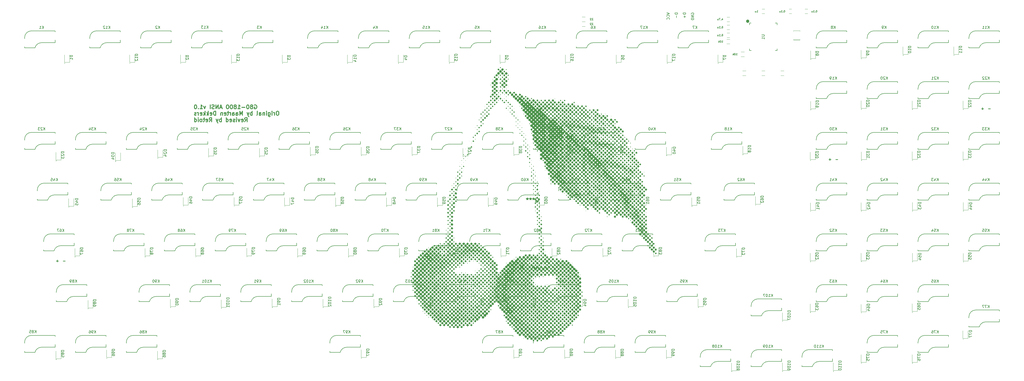
<source format=gbr>
G04 #@! TF.GenerationSoftware,KiCad,Pcbnew,(5.99.0-7511-ga134567838)*
G04 #@! TF.CreationDate,2020-12-30T19:04:14-08:00*
G04 #@! TF.ProjectId,gh80-1800,67683830-2d31-4383-9030-2e6b69636164,rev?*
G04 #@! TF.SameCoordinates,Original*
G04 #@! TF.FileFunction,Legend,Bot*
G04 #@! TF.FilePolarity,Positive*
%FSLAX46Y46*%
G04 Gerber Fmt 4.6, Leading zero omitted, Abs format (unit mm)*
G04 Created by KiCad (PCBNEW (5.99.0-7511-ga134567838)) date 2020-12-30 19:04:14*
%MOMM*%
%LPD*%
G01*
G04 APERTURE LIST*
%ADD10C,0.150000*%
%ADD11C,0.300000*%
%ADD12C,0.120000*%
%ADD13C,0.250000*%
G04 APERTURE END LIST*
D10*
X243658694Y4323704D02*
X244658694Y3990371D01*
X243658694Y3657038D01*
X244563456Y2752276D02*
X244611075Y2799895D01*
X244658694Y2942752D01*
X244658694Y3037990D01*
X244611075Y3180847D01*
X244515837Y3276085D01*
X244420599Y3323704D01*
X244230123Y3371323D01*
X244087266Y3371323D01*
X243896790Y3323704D01*
X243801552Y3276085D01*
X243706314Y3180847D01*
X243658694Y3037990D01*
X243658694Y2942752D01*
X243706314Y2799895D01*
X243753933Y2752276D01*
X244563456Y1752276D02*
X244611075Y1799895D01*
X244658694Y1942752D01*
X244658694Y2037990D01*
X244611075Y2180847D01*
X244515837Y2276085D01*
X244420599Y2323704D01*
X244230123Y2371323D01*
X244087266Y2371323D01*
X243896790Y2323704D01*
X243801552Y2276085D01*
X243706314Y2180847D01*
X243658694Y2037990D01*
X243658694Y1942752D01*
X243706314Y1799895D01*
X243753933Y1752276D01*
D11*
X89259028Y-30386557D02*
X89401885Y-30315128D01*
X89616171Y-30315128D01*
X89830456Y-30386557D01*
X89973314Y-30529414D01*
X90044742Y-30672271D01*
X90116171Y-30957985D01*
X90116171Y-31172271D01*
X90044742Y-31457985D01*
X89973314Y-31600842D01*
X89830456Y-31743699D01*
X89616171Y-31815128D01*
X89473314Y-31815128D01*
X89259028Y-31743699D01*
X89187599Y-31672271D01*
X89187599Y-31172271D01*
X89473314Y-31172271D01*
X88330456Y-30957985D02*
X88473314Y-30886557D01*
X88544742Y-30815128D01*
X88616171Y-30672271D01*
X88616171Y-30600842D01*
X88544742Y-30457985D01*
X88473314Y-30386557D01*
X88330456Y-30315128D01*
X88044742Y-30315128D01*
X87901885Y-30386557D01*
X87830456Y-30457985D01*
X87759028Y-30600842D01*
X87759028Y-30672271D01*
X87830456Y-30815128D01*
X87901885Y-30886557D01*
X88044742Y-30957985D01*
X88330456Y-30957985D01*
X88473314Y-31029414D01*
X88544742Y-31100842D01*
X88616171Y-31243699D01*
X88616171Y-31529414D01*
X88544742Y-31672271D01*
X88473314Y-31743699D01*
X88330456Y-31815128D01*
X88044742Y-31815128D01*
X87901885Y-31743699D01*
X87830456Y-31672271D01*
X87759028Y-31529414D01*
X87759028Y-31243699D01*
X87830456Y-31100842D01*
X87901885Y-31029414D01*
X88044742Y-30957985D01*
X86830456Y-30315128D02*
X86687599Y-30315128D01*
X86544742Y-30386557D01*
X86473314Y-30457985D01*
X86401885Y-30600842D01*
X86330456Y-30886557D01*
X86330456Y-31243699D01*
X86401885Y-31529414D01*
X86473314Y-31672271D01*
X86544742Y-31743699D01*
X86687599Y-31815128D01*
X86830456Y-31815128D01*
X86973314Y-31743699D01*
X87044742Y-31672271D01*
X87116171Y-31529414D01*
X87187599Y-31243699D01*
X87187599Y-30886557D01*
X87116171Y-30600842D01*
X87044742Y-30457985D01*
X86973314Y-30386557D01*
X86830456Y-30315128D01*
X85687599Y-31243699D02*
X84544742Y-31243699D01*
X83044742Y-31815128D02*
X83901885Y-31815128D01*
X83473314Y-31815128D02*
X83473314Y-30315128D01*
X83616171Y-30529414D01*
X83759028Y-30672271D01*
X83901885Y-30743699D01*
X82187599Y-30957985D02*
X82330456Y-30886557D01*
X82401885Y-30815128D01*
X82473314Y-30672271D01*
X82473314Y-30600842D01*
X82401885Y-30457985D01*
X82330456Y-30386557D01*
X82187599Y-30315128D01*
X81901885Y-30315128D01*
X81759028Y-30386557D01*
X81687599Y-30457985D01*
X81616171Y-30600842D01*
X81616171Y-30672271D01*
X81687599Y-30815128D01*
X81759028Y-30886557D01*
X81901885Y-30957985D01*
X82187599Y-30957985D01*
X82330456Y-31029414D01*
X82401885Y-31100842D01*
X82473314Y-31243699D01*
X82473314Y-31529414D01*
X82401885Y-31672271D01*
X82330456Y-31743699D01*
X82187599Y-31815128D01*
X81901885Y-31815128D01*
X81759028Y-31743699D01*
X81687599Y-31672271D01*
X81616171Y-31529414D01*
X81616171Y-31243699D01*
X81687599Y-31100842D01*
X81759028Y-31029414D01*
X81901885Y-30957985D01*
X80687599Y-30315128D02*
X80544742Y-30315128D01*
X80401885Y-30386557D01*
X80330456Y-30457985D01*
X80259028Y-30600842D01*
X80187599Y-30886557D01*
X80187599Y-31243699D01*
X80259028Y-31529414D01*
X80330456Y-31672271D01*
X80401885Y-31743699D01*
X80544742Y-31815128D01*
X80687599Y-31815128D01*
X80830456Y-31743699D01*
X80901885Y-31672271D01*
X80973314Y-31529414D01*
X81044742Y-31243699D01*
X81044742Y-30886557D01*
X80973314Y-30600842D01*
X80901885Y-30457985D01*
X80830456Y-30386557D01*
X80687599Y-30315128D01*
X79259028Y-30315128D02*
X79116171Y-30315128D01*
X78973314Y-30386557D01*
X78901885Y-30457985D01*
X78830456Y-30600842D01*
X78759028Y-30886557D01*
X78759028Y-31243699D01*
X78830456Y-31529414D01*
X78901885Y-31672271D01*
X78973314Y-31743699D01*
X79116171Y-31815128D01*
X79259028Y-31815128D01*
X79401885Y-31743699D01*
X79473314Y-31672271D01*
X79544742Y-31529414D01*
X79616171Y-31243699D01*
X79616171Y-30886557D01*
X79544742Y-30600842D01*
X79473314Y-30457985D01*
X79401885Y-30386557D01*
X79259028Y-30315128D01*
X77044742Y-31386557D02*
X76330456Y-31386557D01*
X77187599Y-31815128D02*
X76687599Y-30315128D01*
X76187599Y-31815128D01*
X75687599Y-31815128D02*
X75687599Y-30315128D01*
X74830456Y-31815128D01*
X74830456Y-30315128D01*
X74187599Y-31743699D02*
X73973314Y-31815128D01*
X73616171Y-31815128D01*
X73473314Y-31743699D01*
X73401885Y-31672271D01*
X73330456Y-31529414D01*
X73330456Y-31386557D01*
X73401885Y-31243699D01*
X73473314Y-31172271D01*
X73616171Y-31100842D01*
X73901885Y-31029414D01*
X74044742Y-30957985D01*
X74116171Y-30886557D01*
X74187599Y-30743699D01*
X74187599Y-30600842D01*
X74116171Y-30457985D01*
X74044742Y-30386557D01*
X73901885Y-30315128D01*
X73544742Y-30315128D01*
X73330456Y-30386557D01*
X72687599Y-31815128D02*
X72687599Y-30315128D01*
X70973314Y-30815128D02*
X70616171Y-31815128D01*
X70259028Y-30815128D01*
X68901885Y-31815128D02*
X69759028Y-31815128D01*
X69330456Y-31815128D02*
X69330456Y-30315128D01*
X69473314Y-30529414D01*
X69616171Y-30672271D01*
X69759028Y-30743699D01*
X68259028Y-31672271D02*
X68187599Y-31743699D01*
X68259028Y-31815128D01*
X68330456Y-31743699D01*
X68259028Y-31672271D01*
X68259028Y-31815128D01*
X67259028Y-30315128D02*
X67116171Y-30315128D01*
X66973314Y-30386557D01*
X66901885Y-30457985D01*
X66830456Y-30600842D01*
X66759028Y-30886557D01*
X66759028Y-31243699D01*
X66830456Y-31529414D01*
X66901885Y-31672271D01*
X66973314Y-31743699D01*
X67116171Y-31815128D01*
X67259028Y-31815128D01*
X67401885Y-31743699D01*
X67473314Y-31672271D01*
X67544742Y-31529414D01*
X67616171Y-31243699D01*
X67616171Y-30886557D01*
X67544742Y-30600842D01*
X67473314Y-30457985D01*
X67401885Y-30386557D01*
X67259028Y-30315128D01*
X98044742Y-32730128D02*
X97759028Y-32730128D01*
X97616171Y-32801557D01*
X97473314Y-32944414D01*
X97401885Y-33230128D01*
X97401885Y-33730128D01*
X97473314Y-34015842D01*
X97616171Y-34158699D01*
X97759028Y-34230128D01*
X98044742Y-34230128D01*
X98187599Y-34158699D01*
X98330456Y-34015842D01*
X98401885Y-33730128D01*
X98401885Y-33230128D01*
X98330456Y-32944414D01*
X98187599Y-32801557D01*
X98044742Y-32730128D01*
X96759028Y-34230128D02*
X96759028Y-33230128D01*
X96759028Y-33515842D02*
X96687599Y-33372985D01*
X96616171Y-33301557D01*
X96473314Y-33230128D01*
X96330456Y-33230128D01*
X95830456Y-34230128D02*
X95830456Y-33230128D01*
X95830456Y-32730128D02*
X95901885Y-32801557D01*
X95830456Y-32872985D01*
X95759028Y-32801557D01*
X95830456Y-32730128D01*
X95830456Y-32872985D01*
X94473314Y-33230128D02*
X94473314Y-34444414D01*
X94544742Y-34587271D01*
X94616171Y-34658699D01*
X94759028Y-34730128D01*
X94973314Y-34730128D01*
X95116171Y-34658699D01*
X94473314Y-34158699D02*
X94616171Y-34230128D01*
X94901885Y-34230128D01*
X95044742Y-34158699D01*
X95116171Y-34087271D01*
X95187599Y-33944414D01*
X95187599Y-33515842D01*
X95116171Y-33372985D01*
X95044742Y-33301557D01*
X94901885Y-33230128D01*
X94616171Y-33230128D01*
X94473314Y-33301557D01*
X93759028Y-34230128D02*
X93759028Y-33230128D01*
X93759028Y-32730128D02*
X93830456Y-32801557D01*
X93759028Y-32872985D01*
X93687599Y-32801557D01*
X93759028Y-32730128D01*
X93759028Y-32872985D01*
X93044742Y-33230128D02*
X93044742Y-34230128D01*
X93044742Y-33372985D02*
X92973314Y-33301557D01*
X92830456Y-33230128D01*
X92616171Y-33230128D01*
X92473314Y-33301557D01*
X92401885Y-33444414D01*
X92401885Y-34230128D01*
X91044742Y-34230128D02*
X91044742Y-33444414D01*
X91116171Y-33301557D01*
X91259028Y-33230128D01*
X91544742Y-33230128D01*
X91687599Y-33301557D01*
X91044742Y-34158699D02*
X91187599Y-34230128D01*
X91544742Y-34230128D01*
X91687599Y-34158699D01*
X91759028Y-34015842D01*
X91759028Y-33872985D01*
X91687599Y-33730128D01*
X91544742Y-33658699D01*
X91187599Y-33658699D01*
X91044742Y-33587271D01*
X90116171Y-34230128D02*
X90259028Y-34158699D01*
X90330456Y-34015842D01*
X90330456Y-32730128D01*
X88401885Y-34230128D02*
X88401885Y-32730128D01*
X88401885Y-33301557D02*
X88259028Y-33230128D01*
X87973314Y-33230128D01*
X87830456Y-33301557D01*
X87759028Y-33372985D01*
X87687599Y-33515842D01*
X87687599Y-33944414D01*
X87759028Y-34087271D01*
X87830456Y-34158699D01*
X87973314Y-34230128D01*
X88259028Y-34230128D01*
X88401885Y-34158699D01*
X87187599Y-33230128D02*
X86830456Y-34230128D01*
X86473314Y-33230128D02*
X86830456Y-34230128D01*
X86973314Y-34587271D01*
X87044742Y-34658699D01*
X87187599Y-34730128D01*
X84759028Y-34230128D02*
X84759028Y-32730128D01*
X84259028Y-33801557D01*
X83759028Y-32730128D01*
X83759028Y-34230128D01*
X82401885Y-34230128D02*
X82401885Y-33444414D01*
X82473314Y-33301557D01*
X82616171Y-33230128D01*
X82901885Y-33230128D01*
X83044742Y-33301557D01*
X82401885Y-34158699D02*
X82544742Y-34230128D01*
X82901885Y-34230128D01*
X83044742Y-34158699D01*
X83116171Y-34015842D01*
X83116171Y-33872985D01*
X83044742Y-33730128D01*
X82901885Y-33658699D01*
X82544742Y-33658699D01*
X82401885Y-33587271D01*
X81044742Y-34230128D02*
X81044742Y-33444414D01*
X81116171Y-33301557D01*
X81259028Y-33230128D01*
X81544742Y-33230128D01*
X81687599Y-33301557D01*
X81044742Y-34158699D02*
X81187599Y-34230128D01*
X81544742Y-34230128D01*
X81687599Y-34158699D01*
X81759028Y-34015842D01*
X81759028Y-33872985D01*
X81687599Y-33730128D01*
X81544742Y-33658699D01*
X81187599Y-33658699D01*
X81044742Y-33587271D01*
X80330456Y-34230128D02*
X80330456Y-33230128D01*
X80330456Y-33515842D02*
X80259028Y-33372985D01*
X80187599Y-33301557D01*
X80044742Y-33230128D01*
X79901885Y-33230128D01*
X79616171Y-33230128D02*
X79044742Y-33230128D01*
X79401885Y-32730128D02*
X79401885Y-34015842D01*
X79330456Y-34158699D01*
X79187599Y-34230128D01*
X79044742Y-34230128D01*
X77973314Y-34158699D02*
X78116171Y-34230128D01*
X78401885Y-34230128D01*
X78544742Y-34158699D01*
X78616171Y-34015842D01*
X78616171Y-33444414D01*
X78544742Y-33301557D01*
X78401885Y-33230128D01*
X78116171Y-33230128D01*
X77973314Y-33301557D01*
X77901885Y-33444414D01*
X77901885Y-33587271D01*
X78616171Y-33730128D01*
X77259028Y-33230128D02*
X77259028Y-34230128D01*
X77259028Y-33372985D02*
X77187599Y-33301557D01*
X77044742Y-33230128D01*
X76830456Y-33230128D01*
X76687599Y-33301557D01*
X76616171Y-33444414D01*
X76616171Y-34230128D01*
X74759028Y-34230128D02*
X74759028Y-32730128D01*
X74401885Y-32730128D01*
X74187599Y-32801557D01*
X74044742Y-32944414D01*
X73973314Y-33087271D01*
X73901885Y-33372985D01*
X73901885Y-33587271D01*
X73973314Y-33872985D01*
X74044742Y-34015842D01*
X74187599Y-34158699D01*
X74401885Y-34230128D01*
X74759028Y-34230128D01*
X72687599Y-34158699D02*
X72830456Y-34230128D01*
X73116171Y-34230128D01*
X73259028Y-34158699D01*
X73330456Y-34015842D01*
X73330456Y-33444414D01*
X73259028Y-33301557D01*
X73116171Y-33230128D01*
X72830456Y-33230128D01*
X72687599Y-33301557D01*
X72616171Y-33444414D01*
X72616171Y-33587271D01*
X73330456Y-33730128D01*
X71973314Y-34230128D02*
X71973314Y-32730128D01*
X71830456Y-33658699D02*
X71401885Y-34230128D01*
X71401885Y-33230128D02*
X71973314Y-33801557D01*
X70759028Y-34230128D02*
X70759028Y-32730128D01*
X70616171Y-33658699D02*
X70187599Y-34230128D01*
X70187599Y-33230128D02*
X70759028Y-33801557D01*
X68973314Y-34158699D02*
X69116171Y-34230128D01*
X69401885Y-34230128D01*
X69544742Y-34158699D01*
X69616171Y-34015842D01*
X69616171Y-33444414D01*
X69544742Y-33301557D01*
X69401885Y-33230128D01*
X69116171Y-33230128D01*
X68973314Y-33301557D01*
X68901885Y-33444414D01*
X68901885Y-33587271D01*
X69616171Y-33730128D01*
X68259028Y-34230128D02*
X68259028Y-33230128D01*
X68259028Y-33515842D02*
X68187599Y-33372985D01*
X68116171Y-33301557D01*
X67973314Y-33230128D01*
X67830456Y-33230128D01*
X67401885Y-34158699D02*
X67259028Y-34230128D01*
X66973314Y-34230128D01*
X66830456Y-34158699D01*
X66759028Y-34015842D01*
X66759028Y-33944414D01*
X66830456Y-33801557D01*
X66973314Y-33730128D01*
X67187599Y-33730128D01*
X67330456Y-33658699D01*
X67401885Y-33515842D01*
X67401885Y-33444414D01*
X67330456Y-33301557D01*
X67187599Y-33230128D01*
X66973314Y-33230128D01*
X66830456Y-33301557D01*
X85616171Y-36645128D02*
X86116171Y-35930842D01*
X86473314Y-36645128D02*
X86473314Y-35145128D01*
X85901885Y-35145128D01*
X85759028Y-35216557D01*
X85687599Y-35287985D01*
X85616171Y-35430842D01*
X85616171Y-35645128D01*
X85687599Y-35787985D01*
X85759028Y-35859414D01*
X85901885Y-35930842D01*
X86473314Y-35930842D01*
X84401885Y-36573699D02*
X84544742Y-36645128D01*
X84830456Y-36645128D01*
X84973314Y-36573699D01*
X85044742Y-36430842D01*
X85044742Y-35859414D01*
X84973314Y-35716557D01*
X84830456Y-35645128D01*
X84544742Y-35645128D01*
X84401885Y-35716557D01*
X84330456Y-35859414D01*
X84330456Y-36002271D01*
X85044742Y-36145128D01*
X83830456Y-35645128D02*
X83473314Y-36645128D01*
X83116171Y-35645128D01*
X82544742Y-36645128D02*
X82544742Y-35645128D01*
X82544742Y-35145128D02*
X82616171Y-35216557D01*
X82544742Y-35287985D01*
X82473314Y-35216557D01*
X82544742Y-35145128D01*
X82544742Y-35287985D01*
X81901885Y-36573699D02*
X81759028Y-36645128D01*
X81473314Y-36645128D01*
X81330456Y-36573699D01*
X81259028Y-36430842D01*
X81259028Y-36359414D01*
X81330456Y-36216557D01*
X81473314Y-36145128D01*
X81687599Y-36145128D01*
X81830456Y-36073699D01*
X81901885Y-35930842D01*
X81901885Y-35859414D01*
X81830456Y-35716557D01*
X81687599Y-35645128D01*
X81473314Y-35645128D01*
X81330456Y-35716557D01*
X80044742Y-36573699D02*
X80187599Y-36645128D01*
X80473314Y-36645128D01*
X80616171Y-36573699D01*
X80687599Y-36430842D01*
X80687599Y-35859414D01*
X80616171Y-35716557D01*
X80473314Y-35645128D01*
X80187599Y-35645128D01*
X80044742Y-35716557D01*
X79973314Y-35859414D01*
X79973314Y-36002271D01*
X80687599Y-36145128D01*
X78687599Y-36645128D02*
X78687599Y-35145128D01*
X78687599Y-36573699D02*
X78830456Y-36645128D01*
X79116171Y-36645128D01*
X79259028Y-36573699D01*
X79330456Y-36502271D01*
X79401885Y-36359414D01*
X79401885Y-35930842D01*
X79330456Y-35787985D01*
X79259028Y-35716557D01*
X79116171Y-35645128D01*
X78830456Y-35645128D01*
X78687599Y-35716557D01*
X76830456Y-36645128D02*
X76830456Y-35145128D01*
X76830456Y-35716557D02*
X76687599Y-35645128D01*
X76401885Y-35645128D01*
X76259028Y-35716557D01*
X76187599Y-35787985D01*
X76116171Y-35930842D01*
X76116171Y-36359414D01*
X76187599Y-36502271D01*
X76259028Y-36573699D01*
X76401885Y-36645128D01*
X76687599Y-36645128D01*
X76830456Y-36573699D01*
X75616171Y-35645128D02*
X75259028Y-36645128D01*
X74901885Y-35645128D02*
X75259028Y-36645128D01*
X75401885Y-37002271D01*
X75473314Y-37073699D01*
X75616171Y-37145128D01*
X72330456Y-36645128D02*
X72830456Y-35930842D01*
X73187599Y-36645128D02*
X73187599Y-35145128D01*
X72616171Y-35145128D01*
X72473314Y-35216557D01*
X72401885Y-35287985D01*
X72330456Y-35430842D01*
X72330456Y-35645128D01*
X72401885Y-35787985D01*
X72473314Y-35859414D01*
X72616171Y-35930842D01*
X73187599Y-35930842D01*
X71116171Y-36573699D02*
X71259028Y-36645128D01*
X71544742Y-36645128D01*
X71687599Y-36573699D01*
X71759028Y-36430842D01*
X71759028Y-35859414D01*
X71687599Y-35716557D01*
X71544742Y-35645128D01*
X71259028Y-35645128D01*
X71116171Y-35716557D01*
X71044742Y-35859414D01*
X71044742Y-36002271D01*
X71759028Y-36145128D01*
X70616171Y-35645128D02*
X70044742Y-35645128D01*
X70401885Y-35145128D02*
X70401885Y-36430842D01*
X70330456Y-36573699D01*
X70187599Y-36645128D01*
X70044742Y-36645128D01*
X69330456Y-36645128D02*
X69473314Y-36573699D01*
X69544742Y-36502271D01*
X69616171Y-36359414D01*
X69616171Y-35930842D01*
X69544742Y-35787985D01*
X69473314Y-35716557D01*
X69330456Y-35645128D01*
X69116171Y-35645128D01*
X68973314Y-35716557D01*
X68901885Y-35787985D01*
X68830456Y-35930842D01*
X68830456Y-36359414D01*
X68901885Y-36502271D01*
X68973314Y-36573699D01*
X69116171Y-36645128D01*
X69330456Y-36645128D01*
X68187599Y-36645128D02*
X68187599Y-35645128D01*
X68187599Y-35145128D02*
X68259028Y-35216557D01*
X68187599Y-35287985D01*
X68116171Y-35216557D01*
X68187599Y-35145128D01*
X68187599Y-35287985D01*
X66830456Y-36645128D02*
X66830456Y-35145128D01*
X66830456Y-36573699D02*
X66973314Y-36645128D01*
X67259028Y-36645128D01*
X67401885Y-36573699D01*
X67473314Y-36502271D01*
X67544742Y-36359414D01*
X67544742Y-35930842D01*
X67473314Y-35787985D01*
X67401885Y-35716557D01*
X67259028Y-35645128D01*
X66973314Y-35645128D01*
X66830456Y-35716557D01*
D10*
X247706694Y4180847D02*
X246706694Y4180847D01*
X246706694Y3942752D01*
X246754314Y3799895D01*
X246849552Y3704657D01*
X246944790Y3657038D01*
X247135266Y3609419D01*
X247278123Y3609419D01*
X247468599Y3657038D01*
X247563837Y3704657D01*
X247659075Y3799895D01*
X247706694Y3942752D01*
X247706694Y4180847D01*
X247325742Y3180847D02*
X247325742Y2418943D01*
X250754694Y4180847D02*
X249754694Y4180847D01*
X249754694Y3942752D01*
X249802314Y3799895D01*
X249897552Y3704657D01*
X249992790Y3657038D01*
X250183266Y3609419D01*
X250326123Y3609419D01*
X250516599Y3657038D01*
X250611837Y3704657D01*
X250707075Y3799895D01*
X250754694Y3942752D01*
X250754694Y4180847D01*
X250373742Y3180847D02*
X250373742Y2418943D01*
X250754694Y2799895D02*
X249992790Y2799895D01*
X252850314Y3657038D02*
X252802694Y3752276D01*
X252802694Y3895133D01*
X252850314Y4037990D01*
X252945552Y4133228D01*
X253040790Y4180847D01*
X253231266Y4228466D01*
X253374123Y4228466D01*
X253564599Y4180847D01*
X253659837Y4133228D01*
X253755075Y4037990D01*
X253802694Y3895133D01*
X253802694Y3799895D01*
X253755075Y3657038D01*
X253707456Y3609419D01*
X253374123Y3609419D01*
X253374123Y3799895D01*
X253802694Y3180847D02*
X252802694Y3180847D01*
X253802694Y2609419D01*
X252802694Y2609419D01*
X253802694Y2133228D02*
X252802694Y2133228D01*
X252802694Y1895133D01*
X252850314Y1752276D01*
X252945552Y1657038D01*
X253040790Y1609419D01*
X253231266Y1561800D01*
X253374123Y1561800D01*
X253564599Y1609419D01*
X253659837Y1657038D01*
X253755075Y1752276D01*
X253802694Y1895133D01*
X253802694Y2133228D01*
D11*
X194720885Y-65339557D02*
X194866028Y-65266985D01*
X195083742Y-65266985D01*
X195301456Y-65339557D01*
X195446599Y-65484699D01*
X195519171Y-65629842D01*
X195591742Y-65920128D01*
X195591742Y-66137842D01*
X195519171Y-66428128D01*
X195446599Y-66573271D01*
X195301456Y-66718414D01*
X195083742Y-66790985D01*
X194938599Y-66790985D01*
X194720885Y-66718414D01*
X194648314Y-66645842D01*
X194648314Y-66137842D01*
X194938599Y-66137842D01*
X193777456Y-65266985D02*
X193777456Y-65629842D01*
X194140314Y-65484699D02*
X193777456Y-65629842D01*
X193414599Y-65484699D01*
X193995171Y-65920128D02*
X193777456Y-65629842D01*
X193559742Y-65920128D01*
X192616314Y-65266985D02*
X192616314Y-65629842D01*
X192979171Y-65484699D02*
X192616314Y-65629842D01*
X192253456Y-65484699D01*
X192834028Y-65920128D02*
X192616314Y-65629842D01*
X192398599Y-65920128D01*
X191455171Y-65266985D02*
X191455171Y-65629842D01*
X191818028Y-65484699D02*
X191455171Y-65629842D01*
X191092314Y-65484699D01*
X191672885Y-65920128D02*
X191455171Y-65629842D01*
X191237456Y-65920128D01*
D10*
X15501797Y-58872436D02*
X15501797Y-57872436D01*
X14930369Y-58872436D02*
X15358940Y-58301008D01*
X14930369Y-57872436D02*
X15501797Y-58443865D01*
X14073226Y-58205770D02*
X14073226Y-58872436D01*
X14311321Y-57824817D02*
X14549416Y-58539103D01*
X13930369Y-58539103D01*
X13073226Y-57872436D02*
X13549416Y-57872436D01*
X13597035Y-58348627D01*
X13549416Y-58301008D01*
X13454178Y-58253389D01*
X13216083Y-58253389D01*
X13120845Y-58301008D01*
X13073226Y-58348627D01*
X13025607Y-58443865D01*
X13025607Y-58681960D01*
X13073226Y-58777198D01*
X13120845Y-58824817D01*
X13216083Y-58872436D01*
X13454178Y-58872436D01*
X13549416Y-58824817D01*
X13597035Y-58777198D01*
X364355215Y-39822420D02*
X364355215Y-38822420D01*
X363783787Y-39822420D02*
X364212358Y-39250992D01*
X363783787Y-38822420D02*
X364355215Y-39393849D01*
X363450453Y-38822420D02*
X362831406Y-38822420D01*
X363164739Y-39203373D01*
X363021882Y-39203373D01*
X362926644Y-39250992D01*
X362879025Y-39298611D01*
X362831406Y-39393849D01*
X362831406Y-39631944D01*
X362879025Y-39727182D01*
X362926644Y-39774801D01*
X363021882Y-39822420D01*
X363307596Y-39822420D01*
X363402834Y-39774801D01*
X363450453Y-39727182D01*
X362498072Y-38822420D02*
X361879025Y-38822420D01*
X362212358Y-39203373D01*
X362069501Y-39203373D01*
X361974263Y-39250992D01*
X361926644Y-39298611D01*
X361879025Y-39393849D01*
X361879025Y-39631944D01*
X361926644Y-39727182D01*
X361974263Y-39774801D01*
X362069501Y-39822420D01*
X362355215Y-39822420D01*
X362450453Y-39774801D01*
X362498072Y-39727182D01*
X29789309Y-39822420D02*
X29789309Y-38822420D01*
X29217881Y-39822420D02*
X29646452Y-39250992D01*
X29217881Y-38822420D02*
X29789309Y-39393849D01*
X28884547Y-38822420D02*
X28265500Y-38822420D01*
X28598833Y-39203373D01*
X28455976Y-39203373D01*
X28360738Y-39250992D01*
X28313119Y-39298611D01*
X28265500Y-39393849D01*
X28265500Y-39631944D01*
X28313119Y-39727182D01*
X28360738Y-39774801D01*
X28455976Y-39822420D01*
X28741690Y-39822420D01*
X28836928Y-39774801D01*
X28884547Y-39727182D01*
X27408357Y-39155754D02*
X27408357Y-39822420D01*
X27646452Y-38774801D02*
X27884547Y-39489087D01*
X27265500Y-39489087D01*
X67889341Y-39822420D02*
X67889341Y-38822420D01*
X67317913Y-39822420D02*
X67746484Y-39250992D01*
X67317913Y-38822420D02*
X67889341Y-39393849D01*
X66984579Y-38822420D02*
X66365532Y-38822420D01*
X66698865Y-39203373D01*
X66556008Y-39203373D01*
X66460770Y-39250992D01*
X66413151Y-39298611D01*
X66365532Y-39393849D01*
X66365532Y-39631944D01*
X66413151Y-39727182D01*
X66460770Y-39774801D01*
X66556008Y-39822420D01*
X66841722Y-39822420D01*
X66936960Y-39774801D01*
X66984579Y-39727182D01*
X65460770Y-38822420D02*
X65936960Y-38822420D01*
X65984579Y-39298611D01*
X65936960Y-39250992D01*
X65841722Y-39203373D01*
X65603627Y-39203373D01*
X65508389Y-39250992D01*
X65460770Y-39298611D01*
X65413151Y-39393849D01*
X65413151Y-39631944D01*
X65460770Y-39727182D01*
X65508389Y-39774801D01*
X65603627Y-39822420D01*
X65841722Y-39822420D01*
X65936960Y-39774801D01*
X65984579Y-39727182D01*
X105989373Y-39822420D02*
X105989373Y-38822420D01*
X105417945Y-39822420D02*
X105846516Y-39250992D01*
X105417945Y-38822420D02*
X105989373Y-39393849D01*
X105084611Y-38822420D02*
X104465564Y-38822420D01*
X104798897Y-39203373D01*
X104656040Y-39203373D01*
X104560802Y-39250992D01*
X104513183Y-39298611D01*
X104465564Y-39393849D01*
X104465564Y-39631944D01*
X104513183Y-39727182D01*
X104560802Y-39774801D01*
X104656040Y-39822420D01*
X104941754Y-39822420D01*
X105036992Y-39774801D01*
X105084611Y-39727182D01*
X103608421Y-38822420D02*
X103798897Y-38822420D01*
X103894135Y-38870040D01*
X103941754Y-38917659D01*
X104036992Y-39060516D01*
X104084611Y-39250992D01*
X104084611Y-39631944D01*
X104036992Y-39727182D01*
X103989373Y-39774801D01*
X103894135Y-39822420D01*
X103703659Y-39822420D01*
X103608421Y-39774801D01*
X103560802Y-39727182D01*
X103513183Y-39631944D01*
X103513183Y-39393849D01*
X103560802Y-39298611D01*
X103608421Y-39250992D01*
X103703659Y-39203373D01*
X103894135Y-39203373D01*
X103989373Y-39250992D01*
X104036992Y-39298611D01*
X104084611Y-39393849D01*
X144089405Y-39822420D02*
X144089405Y-38822420D01*
X143517977Y-39822420D02*
X143946548Y-39250992D01*
X143517977Y-38822420D02*
X144089405Y-39393849D01*
X143184643Y-38822420D02*
X142565596Y-38822420D01*
X142898929Y-39203373D01*
X142756072Y-39203373D01*
X142660834Y-39250992D01*
X142613215Y-39298611D01*
X142565596Y-39393849D01*
X142565596Y-39631944D01*
X142613215Y-39727182D01*
X142660834Y-39774801D01*
X142756072Y-39822420D01*
X143041786Y-39822420D01*
X143137024Y-39774801D01*
X143184643Y-39727182D01*
X142232262Y-38822420D02*
X141565596Y-38822420D01*
X141994167Y-39822420D01*
X182189437Y-39822420D02*
X182189437Y-38822420D01*
X181618009Y-39822420D02*
X182046580Y-39250992D01*
X181618009Y-38822420D02*
X182189437Y-39393849D01*
X181284675Y-38822420D02*
X180665628Y-38822420D01*
X180998961Y-39203373D01*
X180856104Y-39203373D01*
X180760866Y-39250992D01*
X180713247Y-39298611D01*
X180665628Y-39393849D01*
X180665628Y-39631944D01*
X180713247Y-39727182D01*
X180760866Y-39774801D01*
X180856104Y-39822420D01*
X181141818Y-39822420D01*
X181237056Y-39774801D01*
X181284675Y-39727182D01*
X180094199Y-39250992D02*
X180189437Y-39203373D01*
X180237056Y-39155754D01*
X180284675Y-39060516D01*
X180284675Y-39012897D01*
X180237056Y-38917659D01*
X180189437Y-38870040D01*
X180094199Y-38822420D01*
X179903723Y-38822420D01*
X179808485Y-38870040D01*
X179760866Y-38917659D01*
X179713247Y-39012897D01*
X179713247Y-39060516D01*
X179760866Y-39155754D01*
X179808485Y-39203373D01*
X179903723Y-39250992D01*
X180094199Y-39250992D01*
X180189437Y-39298611D01*
X180237056Y-39346230D01*
X180284675Y-39441468D01*
X180284675Y-39631944D01*
X180237056Y-39727182D01*
X180189437Y-39774801D01*
X180094199Y-39822420D01*
X179903723Y-39822420D01*
X179808485Y-39774801D01*
X179760866Y-39727182D01*
X179713247Y-39631944D01*
X179713247Y-39441468D01*
X179760866Y-39346230D01*
X179808485Y-39298611D01*
X179903723Y-39250992D01*
X220289469Y-39822420D02*
X220289469Y-38822420D01*
X219718041Y-39822420D02*
X220146612Y-39250992D01*
X219718041Y-38822420D02*
X220289469Y-39393849D01*
X219384707Y-38822420D02*
X218765660Y-38822420D01*
X219098993Y-39203373D01*
X218956136Y-39203373D01*
X218860898Y-39250992D01*
X218813279Y-39298611D01*
X218765660Y-39393849D01*
X218765660Y-39631944D01*
X218813279Y-39727182D01*
X218860898Y-39774801D01*
X218956136Y-39822420D01*
X219241850Y-39822420D01*
X219337088Y-39774801D01*
X219384707Y-39727182D01*
X218289469Y-39822420D02*
X218098993Y-39822420D01*
X218003755Y-39774801D01*
X217956136Y-39727182D01*
X217860898Y-39584325D01*
X217813279Y-39393849D01*
X217813279Y-39012897D01*
X217860898Y-38917659D01*
X217908517Y-38870040D01*
X218003755Y-38822420D01*
X218194231Y-38822420D01*
X218289469Y-38870040D01*
X218337088Y-38917659D01*
X218384707Y-39012897D01*
X218384707Y-39250992D01*
X218337088Y-39346230D01*
X218289469Y-39393849D01*
X218194231Y-39441468D01*
X218003755Y-39441468D01*
X217908517Y-39393849D01*
X217860898Y-39346230D01*
X217813279Y-39250992D01*
X239339485Y-39822420D02*
X239339485Y-38822420D01*
X238768057Y-39822420D02*
X239196628Y-39250992D01*
X238768057Y-38822420D02*
X239339485Y-39393849D01*
X237910914Y-39155754D02*
X237910914Y-39822420D01*
X238149009Y-38774801D02*
X238387104Y-39489087D01*
X237768057Y-39489087D01*
X237196628Y-38822420D02*
X237101390Y-38822420D01*
X237006152Y-38870040D01*
X236958533Y-38917659D01*
X236910914Y-39012897D01*
X236863295Y-39203373D01*
X236863295Y-39441468D01*
X236910914Y-39631944D01*
X236958533Y-39727182D01*
X237006152Y-39774801D01*
X237101390Y-39822420D01*
X237196628Y-39822420D01*
X237291866Y-39774801D01*
X237339485Y-39727182D01*
X237387104Y-39631944D01*
X237434723Y-39441468D01*
X237434723Y-39203373D01*
X237387104Y-39012897D01*
X237339485Y-38917659D01*
X237291866Y-38870040D01*
X237196628Y-38822420D01*
X307205167Y-58872436D02*
X307205167Y-57872436D01*
X306633739Y-58872436D02*
X307062310Y-58301008D01*
X306633739Y-57872436D02*
X307205167Y-58443865D01*
X305776596Y-58205770D02*
X305776596Y-58872436D01*
X306014691Y-57824817D02*
X306252786Y-58539103D01*
X305633739Y-58539103D01*
X304728977Y-58872436D02*
X305300405Y-58872436D01*
X305014691Y-58872436D02*
X305014691Y-57872436D01*
X305109929Y-58015294D01*
X305205167Y-58110532D01*
X305300405Y-58158151D01*
X326255183Y-58872436D02*
X326255183Y-57872436D01*
X325683755Y-58872436D02*
X326112326Y-58301008D01*
X325683755Y-57872436D02*
X326255183Y-58443865D01*
X324826612Y-58205770D02*
X324826612Y-58872436D01*
X325064707Y-57824817D02*
X325302802Y-58539103D01*
X324683755Y-58539103D01*
X324350421Y-57967675D02*
X324302802Y-57920056D01*
X324207564Y-57872436D01*
X323969469Y-57872436D01*
X323874231Y-57920056D01*
X323826612Y-57967675D01*
X323778993Y-58062913D01*
X323778993Y-58158151D01*
X323826612Y-58301008D01*
X324398040Y-58872436D01*
X323778993Y-58872436D01*
X345305199Y-58872436D02*
X345305199Y-57872436D01*
X344733771Y-58872436D02*
X345162342Y-58301008D01*
X344733771Y-57872436D02*
X345305199Y-58443865D01*
X343876628Y-58205770D02*
X343876628Y-58872436D01*
X344114723Y-57824817D02*
X344352818Y-58539103D01*
X343733771Y-58539103D01*
X343448056Y-57872436D02*
X342829009Y-57872436D01*
X343162342Y-58253389D01*
X343019485Y-58253389D01*
X342924247Y-58301008D01*
X342876628Y-58348627D01*
X342829009Y-58443865D01*
X342829009Y-58681960D01*
X342876628Y-58777198D01*
X342924247Y-58824817D01*
X343019485Y-58872436D01*
X343305199Y-58872436D01*
X343400437Y-58824817D01*
X343448056Y-58777198D01*
X364355215Y-58872436D02*
X364355215Y-57872436D01*
X363783787Y-58872436D02*
X364212358Y-58301008D01*
X363783787Y-57872436D02*
X364355215Y-58443865D01*
X362926644Y-58205770D02*
X362926644Y-58872436D01*
X363164739Y-57824817D02*
X363402834Y-58539103D01*
X362783787Y-58539103D01*
X361974263Y-58205770D02*
X361974263Y-58872436D01*
X362212358Y-57824817D02*
X362450453Y-58539103D01*
X361831406Y-58539103D01*
X345305199Y-39822420D02*
X345305199Y-38822420D01*
X344733771Y-39822420D02*
X345162342Y-39250992D01*
X344733771Y-38822420D02*
X345305199Y-39393849D01*
X344400437Y-38822420D02*
X343781390Y-38822420D01*
X344114723Y-39203373D01*
X343971866Y-39203373D01*
X343876628Y-39250992D01*
X343829009Y-39298611D01*
X343781390Y-39393849D01*
X343781390Y-39631944D01*
X343829009Y-39727182D01*
X343876628Y-39774801D01*
X343971866Y-39822420D01*
X344257580Y-39822420D01*
X344352818Y-39774801D01*
X344400437Y-39727182D01*
X343400437Y-38917659D02*
X343352818Y-38870040D01*
X343257580Y-38822420D01*
X343019485Y-38822420D01*
X342924247Y-38870040D01*
X342876628Y-38917659D01*
X342829009Y-39012897D01*
X342829009Y-39108135D01*
X342876628Y-39250992D01*
X343448056Y-39822420D01*
X342829009Y-39822420D01*
X58364333Y-58872436D02*
X58364333Y-57872436D01*
X57792905Y-58872436D02*
X58221476Y-58301008D01*
X57792905Y-57872436D02*
X58364333Y-58443865D01*
X56935762Y-58205770D02*
X56935762Y-58872436D01*
X57173857Y-57824817D02*
X57411952Y-58539103D01*
X56792905Y-58539103D01*
X55983381Y-57872436D02*
X56173857Y-57872436D01*
X56269095Y-57920056D01*
X56316714Y-57967675D01*
X56411952Y-58110532D01*
X56459571Y-58301008D01*
X56459571Y-58681960D01*
X56411952Y-58777198D01*
X56364333Y-58824817D01*
X56269095Y-58872436D01*
X56078619Y-58872436D01*
X55983381Y-58824817D01*
X55935762Y-58777198D01*
X55888143Y-58681960D01*
X55888143Y-58443865D01*
X55935762Y-58348627D01*
X55983381Y-58301008D01*
X56078619Y-58253389D01*
X56269095Y-58253389D01*
X56364333Y-58301008D01*
X56411952Y-58348627D01*
X56459571Y-58443865D01*
X96464365Y-58872436D02*
X96464365Y-57872436D01*
X95892937Y-58872436D02*
X96321508Y-58301008D01*
X95892937Y-57872436D02*
X96464365Y-58443865D01*
X95035794Y-58205770D02*
X95035794Y-58872436D01*
X95273889Y-57824817D02*
X95511984Y-58539103D01*
X94892937Y-58539103D01*
X94607222Y-57872436D02*
X93940556Y-57872436D01*
X94369127Y-58872436D01*
X134564397Y-58872436D02*
X134564397Y-57872436D01*
X133992969Y-58872436D02*
X134421540Y-58301008D01*
X133992969Y-57872436D02*
X134564397Y-58443865D01*
X133135826Y-58205770D02*
X133135826Y-58872436D01*
X133373921Y-57824817D02*
X133612016Y-58539103D01*
X132992969Y-58539103D01*
X132469159Y-58301008D02*
X132564397Y-58253389D01*
X132612016Y-58205770D01*
X132659635Y-58110532D01*
X132659635Y-58062913D01*
X132612016Y-57967675D01*
X132564397Y-57920056D01*
X132469159Y-57872436D01*
X132278683Y-57872436D01*
X132183445Y-57920056D01*
X132135826Y-57967675D01*
X132088207Y-58062913D01*
X132088207Y-58110532D01*
X132135826Y-58205770D01*
X132183445Y-58253389D01*
X132278683Y-58301008D01*
X132469159Y-58301008D01*
X132564397Y-58348627D01*
X132612016Y-58396246D01*
X132659635Y-58491484D01*
X132659635Y-58681960D01*
X132612016Y-58777198D01*
X132564397Y-58824817D01*
X132469159Y-58872436D01*
X132278683Y-58872436D01*
X132183445Y-58824817D01*
X132135826Y-58777198D01*
X132088207Y-58681960D01*
X132088207Y-58491484D01*
X132135826Y-58396246D01*
X132183445Y-58348627D01*
X132278683Y-58301008D01*
X172664429Y-58872436D02*
X172664429Y-57872436D01*
X172093001Y-58872436D02*
X172521572Y-58301008D01*
X172093001Y-57872436D02*
X172664429Y-58443865D01*
X171235858Y-58205770D02*
X171235858Y-58872436D01*
X171473953Y-57824817D02*
X171712048Y-58539103D01*
X171093001Y-58539103D01*
X170664429Y-58872436D02*
X170473953Y-58872436D01*
X170378715Y-58824817D01*
X170331096Y-58777198D01*
X170235858Y-58634341D01*
X170188239Y-58443865D01*
X170188239Y-58062913D01*
X170235858Y-57967675D01*
X170283477Y-57920056D01*
X170378715Y-57872436D01*
X170569191Y-57872436D01*
X170664429Y-57920056D01*
X170712048Y-57967675D01*
X170759667Y-58062913D01*
X170759667Y-58301008D01*
X170712048Y-58396246D01*
X170664429Y-58443865D01*
X170569191Y-58491484D01*
X170378715Y-58491484D01*
X170283477Y-58443865D01*
X170235858Y-58396246D01*
X170188239Y-58301008D01*
X210764461Y-58872436D02*
X210764461Y-57872436D01*
X210193033Y-58872436D02*
X210621604Y-58301008D01*
X210193033Y-57872436D02*
X210764461Y-58443865D01*
X209288271Y-57872436D02*
X209764461Y-57872436D01*
X209812080Y-58348627D01*
X209764461Y-58301008D01*
X209669223Y-58253389D01*
X209431128Y-58253389D01*
X209335890Y-58301008D01*
X209288271Y-58348627D01*
X209240652Y-58443865D01*
X209240652Y-58681960D01*
X209288271Y-58777198D01*
X209335890Y-58824817D01*
X209431128Y-58872436D01*
X209669223Y-58872436D01*
X209764461Y-58824817D01*
X209812080Y-58777198D01*
X208621604Y-57872436D02*
X208526366Y-57872436D01*
X208431128Y-57920056D01*
X208383509Y-57967675D01*
X208335890Y-58062913D01*
X208288271Y-58253389D01*
X208288271Y-58491484D01*
X208335890Y-58681960D01*
X208383509Y-58777198D01*
X208431128Y-58824817D01*
X208526366Y-58872436D01*
X208621604Y-58872436D01*
X208716842Y-58824817D01*
X208764461Y-58777198D01*
X208812080Y-58681960D01*
X208859699Y-58491484D01*
X208859699Y-58253389D01*
X208812080Y-58062913D01*
X208764461Y-57967675D01*
X208716842Y-57920056D01*
X208621604Y-57872436D01*
X248864493Y-58872436D02*
X248864493Y-57872436D01*
X248293065Y-58872436D02*
X248721636Y-58301008D01*
X248293065Y-57872436D02*
X248864493Y-58443865D01*
X247388303Y-57872436D02*
X247864493Y-57872436D01*
X247912112Y-58348627D01*
X247864493Y-58301008D01*
X247769255Y-58253389D01*
X247531160Y-58253389D01*
X247435922Y-58301008D01*
X247388303Y-58348627D01*
X247340684Y-58443865D01*
X247340684Y-58681960D01*
X247388303Y-58777198D01*
X247435922Y-58824817D01*
X247531160Y-58872436D01*
X247769255Y-58872436D01*
X247864493Y-58824817D01*
X247912112Y-58777198D01*
X246388303Y-58872436D02*
X246959731Y-58872436D01*
X246674017Y-58872436D02*
X246674017Y-57872436D01*
X246769255Y-58015294D01*
X246864493Y-58110532D01*
X246959731Y-58158151D01*
X307205167Y-77922452D02*
X307205167Y-76922452D01*
X306633739Y-77922452D02*
X307062310Y-77351024D01*
X306633739Y-76922452D02*
X307205167Y-77493881D01*
X305728977Y-76922452D02*
X306205167Y-76922452D01*
X306252786Y-77398643D01*
X306205167Y-77351024D01*
X306109929Y-77303405D01*
X305871834Y-77303405D01*
X305776596Y-77351024D01*
X305728977Y-77398643D01*
X305681358Y-77493881D01*
X305681358Y-77731976D01*
X305728977Y-77827214D01*
X305776596Y-77874833D01*
X305871834Y-77922452D01*
X306109929Y-77922452D01*
X306205167Y-77874833D01*
X306252786Y-77827214D01*
X305300405Y-77017691D02*
X305252786Y-76970072D01*
X305157548Y-76922452D01*
X304919453Y-76922452D01*
X304824215Y-76970072D01*
X304776596Y-77017691D01*
X304728977Y-77112929D01*
X304728977Y-77208167D01*
X304776596Y-77351024D01*
X305348024Y-77922452D01*
X304728977Y-77922452D01*
X326255183Y-77922452D02*
X326255183Y-76922452D01*
X325683755Y-77922452D02*
X326112326Y-77351024D01*
X325683755Y-76922452D02*
X326255183Y-77493881D01*
X324778993Y-76922452D02*
X325255183Y-76922452D01*
X325302802Y-77398643D01*
X325255183Y-77351024D01*
X325159945Y-77303405D01*
X324921850Y-77303405D01*
X324826612Y-77351024D01*
X324778993Y-77398643D01*
X324731374Y-77493881D01*
X324731374Y-77731976D01*
X324778993Y-77827214D01*
X324826612Y-77874833D01*
X324921850Y-77922452D01*
X325159945Y-77922452D01*
X325255183Y-77874833D01*
X325302802Y-77827214D01*
X324398040Y-76922452D02*
X323778993Y-76922452D01*
X324112326Y-77303405D01*
X323969469Y-77303405D01*
X323874231Y-77351024D01*
X323826612Y-77398643D01*
X323778993Y-77493881D01*
X323778993Y-77731976D01*
X323826612Y-77827214D01*
X323874231Y-77874833D01*
X323969469Y-77922452D01*
X324255183Y-77922452D01*
X324350421Y-77874833D01*
X324398040Y-77827214D01*
X345305199Y-77922452D02*
X345305199Y-76922452D01*
X344733771Y-77922452D02*
X345162342Y-77351024D01*
X344733771Y-76922452D02*
X345305199Y-77493881D01*
X343829009Y-76922452D02*
X344305199Y-76922452D01*
X344352818Y-77398643D01*
X344305199Y-77351024D01*
X344209961Y-77303405D01*
X343971866Y-77303405D01*
X343876628Y-77351024D01*
X343829009Y-77398643D01*
X343781390Y-77493881D01*
X343781390Y-77731976D01*
X343829009Y-77827214D01*
X343876628Y-77874833D01*
X343971866Y-77922452D01*
X344209961Y-77922452D01*
X344305199Y-77874833D01*
X344352818Y-77827214D01*
X342924247Y-77255786D02*
X342924247Y-77922452D01*
X343162342Y-76874833D02*
X343400437Y-77589119D01*
X342781390Y-77589119D01*
X364355215Y-77922452D02*
X364355215Y-76922452D01*
X363783787Y-77922452D02*
X364212358Y-77351024D01*
X363783787Y-76922452D02*
X364355215Y-77493881D01*
X362879025Y-76922452D02*
X363355215Y-76922452D01*
X363402834Y-77398643D01*
X363355215Y-77351024D01*
X363259977Y-77303405D01*
X363021882Y-77303405D01*
X362926644Y-77351024D01*
X362879025Y-77398643D01*
X362831406Y-77493881D01*
X362831406Y-77731976D01*
X362879025Y-77827214D01*
X362926644Y-77874833D01*
X363021882Y-77922452D01*
X363259977Y-77922452D01*
X363355215Y-77874833D01*
X363402834Y-77827214D01*
X361926644Y-76922452D02*
X362402834Y-76922452D01*
X362450453Y-77398643D01*
X362402834Y-77351024D01*
X362307596Y-77303405D01*
X362069501Y-77303405D01*
X361974263Y-77351024D01*
X361926644Y-77398643D01*
X361879025Y-77493881D01*
X361879025Y-77731976D01*
X361926644Y-77827214D01*
X361974263Y-77874833D01*
X362069501Y-77922452D01*
X362307596Y-77922452D01*
X362402834Y-77874833D01*
X362450453Y-77827214D01*
X39314317Y-58872436D02*
X39314317Y-57872436D01*
X38742889Y-58872436D02*
X39171460Y-58301008D01*
X38742889Y-57872436D02*
X39314317Y-58443865D01*
X37838127Y-57872436D02*
X38314317Y-57872436D01*
X38361936Y-58348627D01*
X38314317Y-58301008D01*
X38219079Y-58253389D01*
X37980984Y-58253389D01*
X37885746Y-58301008D01*
X37838127Y-58348627D01*
X37790508Y-58443865D01*
X37790508Y-58681960D01*
X37838127Y-58777198D01*
X37885746Y-58824817D01*
X37980984Y-58872436D01*
X38219079Y-58872436D01*
X38314317Y-58824817D01*
X38361936Y-58777198D01*
X36933365Y-57872436D02*
X37123841Y-57872436D01*
X37219079Y-57920056D01*
X37266698Y-57967675D01*
X37361936Y-58110532D01*
X37409555Y-58301008D01*
X37409555Y-58681960D01*
X37361936Y-58777198D01*
X37314317Y-58824817D01*
X37219079Y-58872436D01*
X37028603Y-58872436D01*
X36933365Y-58824817D01*
X36885746Y-58777198D01*
X36838127Y-58681960D01*
X36838127Y-58443865D01*
X36885746Y-58348627D01*
X36933365Y-58301008D01*
X37028603Y-58253389D01*
X37219079Y-58253389D01*
X37314317Y-58301008D01*
X37361936Y-58348627D01*
X37409555Y-58443865D01*
X77414349Y-58872436D02*
X77414349Y-57872436D01*
X76842921Y-58872436D02*
X77271492Y-58301008D01*
X76842921Y-57872436D02*
X77414349Y-58443865D01*
X75938159Y-57872436D02*
X76414349Y-57872436D01*
X76461968Y-58348627D01*
X76414349Y-58301008D01*
X76319111Y-58253389D01*
X76081016Y-58253389D01*
X75985778Y-58301008D01*
X75938159Y-58348627D01*
X75890540Y-58443865D01*
X75890540Y-58681960D01*
X75938159Y-58777198D01*
X75985778Y-58824817D01*
X76081016Y-58872436D01*
X76319111Y-58872436D01*
X76414349Y-58824817D01*
X76461968Y-58777198D01*
X75557206Y-57872436D02*
X74890540Y-57872436D01*
X75319111Y-58872436D01*
X236362920Y-1722388D02*
X236362920Y-722388D01*
X235791492Y-1722388D02*
X236220063Y-1150960D01*
X235791492Y-722388D02*
X236362920Y-1293817D01*
X234839111Y-1722388D02*
X235410539Y-1722388D01*
X235124825Y-1722388D02*
X235124825Y-722388D01*
X235220063Y-865246D01*
X235315301Y-960484D01*
X235410539Y-1008103D01*
X234505777Y-722388D02*
X233839111Y-722388D01*
X234267682Y-1722388D01*
X173378865Y-1722388D02*
X173378865Y-722388D01*
X172807436Y-1722388D02*
X173236008Y-1150960D01*
X172807436Y-722388D02*
X173378865Y-1293817D01*
X171902674Y-722388D02*
X172378865Y-722388D01*
X172426484Y-1198579D01*
X172378865Y-1150960D01*
X172283627Y-1103341D01*
X172045531Y-1103341D01*
X171950293Y-1150960D01*
X171902674Y-1198579D01*
X171855055Y-1293817D01*
X171855055Y-1531912D01*
X171902674Y-1627150D01*
X171950293Y-1674769D01*
X172045531Y-1722388D01*
X172283627Y-1722388D01*
X172378865Y-1674769D01*
X172426484Y-1627150D01*
X216836714Y-1722388D02*
X216836714Y-722388D01*
X216265285Y-1722388D02*
X216693857Y-1150960D01*
X216265285Y-722388D02*
X216836714Y-1293817D01*
X215408142Y-722388D02*
X215598619Y-722388D01*
X215693857Y-770008D01*
X215741476Y-817627D01*
X215836714Y-960484D01*
X215884333Y-1150960D01*
X215884333Y-1531912D01*
X215836714Y-1627150D01*
X215789095Y-1674769D01*
X215693857Y-1722388D01*
X215503380Y-1722388D01*
X215408142Y-1674769D01*
X215360523Y-1627150D01*
X215312904Y-1531912D01*
X215312904Y-1293817D01*
X215360523Y-1198579D01*
X215408142Y-1150960D01*
X215503380Y-1103341D01*
X215693857Y-1103341D01*
X215789095Y-1150960D01*
X215836714Y-1198579D01*
X215884333Y-1293817D01*
X254936746Y-1722388D02*
X254936746Y-722388D01*
X254365317Y-1722388D02*
X254793889Y-1150960D01*
X254365317Y-722388D02*
X254936746Y-1293817D01*
X254031984Y-722388D02*
X253365317Y-722388D01*
X253793889Y-1722388D01*
X306728977Y-1722388D02*
X306728977Y-722388D01*
X306157548Y-1722388D02*
X306586120Y-1150960D01*
X306157548Y-722388D02*
X306728977Y-1293817D01*
X305586120Y-1150960D02*
X305681358Y-1103341D01*
X305728977Y-1055722D01*
X305776596Y-960484D01*
X305776596Y-912865D01*
X305728977Y-817627D01*
X305681358Y-770008D01*
X305586120Y-722388D01*
X305395643Y-722388D01*
X305300405Y-770008D01*
X305252786Y-817627D01*
X305205167Y-912865D01*
X305205167Y-960484D01*
X305252786Y-1055722D01*
X305300405Y-1103341D01*
X305395643Y-1150960D01*
X305586120Y-1150960D01*
X305681358Y-1198579D01*
X305728977Y-1246198D01*
X305776596Y-1341436D01*
X305776596Y-1531912D01*
X305728977Y-1627150D01*
X305681358Y-1674769D01*
X305586120Y-1722388D01*
X305395643Y-1722388D01*
X305300405Y-1674769D01*
X305252786Y-1627150D01*
X305205167Y-1531912D01*
X305205167Y-1341436D01*
X305252786Y-1246198D01*
X305300405Y-1198579D01*
X305395643Y-1150960D01*
X325778993Y-1722388D02*
X325778993Y-722388D01*
X325207564Y-1722388D02*
X325636136Y-1150960D01*
X325207564Y-722388D02*
X325778993Y-1293817D01*
X324731374Y-1722388D02*
X324540898Y-1722388D01*
X324445659Y-1674769D01*
X324398040Y-1627150D01*
X324302802Y-1484293D01*
X324255183Y-1293817D01*
X324255183Y-912865D01*
X324302802Y-817627D01*
X324350421Y-770008D01*
X324445659Y-722388D01*
X324636136Y-722388D01*
X324731374Y-770008D01*
X324778993Y-817627D01*
X324826612Y-912865D01*
X324826612Y-1150960D01*
X324778993Y-1246198D01*
X324731374Y-1293817D01*
X324636136Y-1341436D01*
X324445659Y-1341436D01*
X324350421Y-1293817D01*
X324302802Y-1246198D01*
X324255183Y-1150960D01*
X345305199Y-1722388D02*
X345305199Y-722388D01*
X344733771Y-1722388D02*
X345162342Y-1150960D01*
X344733771Y-722388D02*
X345305199Y-1293817D01*
X343781390Y-1722388D02*
X344352818Y-1722388D01*
X344067104Y-1722388D02*
X344067104Y-722388D01*
X344162342Y-865246D01*
X344257580Y-960484D01*
X344352818Y-1008103D01*
X343162342Y-722388D02*
X343067104Y-722388D01*
X342971866Y-770008D01*
X342924247Y-817627D01*
X342876628Y-912865D01*
X342829009Y-1103341D01*
X342829009Y-1341436D01*
X342876628Y-1531912D01*
X342924247Y-1627150D01*
X342971866Y-1674769D01*
X343067104Y-1722388D01*
X343162342Y-1722388D01*
X343257580Y-1674769D01*
X343305199Y-1627150D01*
X343352818Y-1531912D01*
X343400437Y-1341436D01*
X343400437Y-1103341D01*
X343352818Y-912865D01*
X343305199Y-817627D01*
X343257580Y-770008D01*
X343162342Y-722388D01*
X364355215Y-1722388D02*
X364355215Y-722388D01*
X363783787Y-1722388D02*
X364212358Y-1150960D01*
X363783787Y-722388D02*
X364355215Y-1293817D01*
X362831406Y-1722388D02*
X363402834Y-1722388D01*
X363117120Y-1722388D02*
X363117120Y-722388D01*
X363212358Y-865246D01*
X363307596Y-960484D01*
X363402834Y-1008103D01*
X361879025Y-1722388D02*
X362450453Y-1722388D01*
X362164739Y-1722388D02*
X362164739Y-722388D01*
X362259977Y-865246D01*
X362355215Y-960484D01*
X362450453Y-1008103D01*
X35147126Y-1722388D02*
X35147126Y-722388D01*
X34575698Y-1722388D02*
X35004269Y-1150960D01*
X34575698Y-722388D02*
X35147126Y-1293817D01*
X33623317Y-1722388D02*
X34194745Y-1722388D01*
X33909031Y-1722388D02*
X33909031Y-722388D01*
X34004269Y-865246D01*
X34099507Y-960484D01*
X34194745Y-1008103D01*
X33242364Y-817627D02*
X33194745Y-770008D01*
X33099507Y-722388D01*
X32861412Y-722388D01*
X32766174Y-770008D01*
X32718555Y-817627D01*
X32670936Y-912865D01*
X32670936Y-1008103D01*
X32718555Y-1150960D01*
X33289983Y-1722388D01*
X32670936Y-1722388D01*
X71892599Y-1603937D02*
X71892599Y-603937D01*
X71321171Y-1603937D02*
X71749742Y-1032509D01*
X71321171Y-603937D02*
X71892599Y-1175366D01*
X70368790Y-1603937D02*
X70940218Y-1603937D01*
X70654504Y-1603937D02*
X70654504Y-603937D01*
X70749742Y-746795D01*
X70844980Y-842033D01*
X70940218Y-889652D01*
X70035456Y-603937D02*
X69416409Y-603937D01*
X69749742Y-984890D01*
X69606885Y-984890D01*
X69511647Y-1032509D01*
X69464028Y-1080128D01*
X69416409Y-1175366D01*
X69416409Y-1413461D01*
X69464028Y-1508699D01*
X69511647Y-1556318D01*
X69606885Y-1603937D01*
X69892599Y-1603937D01*
X69987837Y-1556318D01*
X70035456Y-1508699D01*
X116705007Y-1722388D02*
X116705007Y-722388D01*
X116133579Y-1722388D02*
X116562150Y-1150960D01*
X116133579Y-722388D02*
X116705007Y-1293817D01*
X115181198Y-1722388D02*
X115752626Y-1722388D01*
X115466912Y-1722388D02*
X115466912Y-722388D01*
X115562150Y-865246D01*
X115657388Y-960484D01*
X115752626Y-1008103D01*
X114324055Y-1055722D02*
X114324055Y-1722388D01*
X114562150Y-674769D02*
X114800245Y-1389055D01*
X114181198Y-1389055D01*
X154805039Y-1722388D02*
X154805039Y-722388D01*
X154233611Y-1722388D02*
X154662182Y-1150960D01*
X154233611Y-722388D02*
X154805039Y-1293817D01*
X153281230Y-1722388D02*
X153852658Y-1722388D01*
X153566944Y-1722388D02*
X153566944Y-722388D01*
X153662182Y-865246D01*
X153757420Y-960484D01*
X153852658Y-1008103D01*
X152376468Y-722388D02*
X152852658Y-722388D01*
X152900277Y-1198579D01*
X152852658Y-1150960D01*
X152757420Y-1103341D01*
X152519325Y-1103341D01*
X152424087Y-1150960D01*
X152376468Y-1198579D01*
X152328849Y-1293817D01*
X152328849Y-1531912D01*
X152376468Y-1627150D01*
X152424087Y-1674769D01*
X152519325Y-1722388D01*
X152757420Y-1722388D01*
X152852658Y-1674769D01*
X152900277Y-1627150D01*
X198262888Y-1722388D02*
X198262888Y-722388D01*
X197691460Y-1722388D02*
X198120031Y-1150960D01*
X197691460Y-722388D02*
X198262888Y-1293817D01*
X196739079Y-1722388D02*
X197310507Y-1722388D01*
X197024793Y-1722388D02*
X197024793Y-722388D01*
X197120031Y-865246D01*
X197215269Y-960484D01*
X197310507Y-1008103D01*
X195881936Y-722388D02*
X196072412Y-722388D01*
X196167650Y-770008D01*
X196215269Y-817627D01*
X196310507Y-960484D01*
X196358126Y-1150960D01*
X196358126Y-1531912D01*
X196310507Y-1627150D01*
X196262888Y-1674769D01*
X196167650Y-1722388D01*
X195977174Y-1722388D01*
X195881936Y-1674769D01*
X195834317Y-1627150D01*
X195786698Y-1531912D01*
X195786698Y-1293817D01*
X195834317Y-1198579D01*
X195881936Y-1150960D01*
X195977174Y-1103341D01*
X196167650Y-1103341D01*
X196262888Y-1150960D01*
X196310507Y-1198579D01*
X196358126Y-1293817D01*
X115514381Y-58872436D02*
X115514381Y-57872436D01*
X114942953Y-58872436D02*
X115371524Y-58301008D01*
X114942953Y-57872436D02*
X115514381Y-58443865D01*
X114038191Y-57872436D02*
X114514381Y-57872436D01*
X114562000Y-58348627D01*
X114514381Y-58301008D01*
X114419143Y-58253389D01*
X114181048Y-58253389D01*
X114085810Y-58301008D01*
X114038191Y-58348627D01*
X113990572Y-58443865D01*
X113990572Y-58681960D01*
X114038191Y-58777198D01*
X114085810Y-58824817D01*
X114181048Y-58872436D01*
X114419143Y-58872436D01*
X114514381Y-58824817D01*
X114562000Y-58777198D01*
X113419143Y-58301008D02*
X113514381Y-58253389D01*
X113562000Y-58205770D01*
X113609619Y-58110532D01*
X113609619Y-58062913D01*
X113562000Y-57967675D01*
X113514381Y-57920056D01*
X113419143Y-57872436D01*
X113228667Y-57872436D01*
X113133429Y-57920056D01*
X113085810Y-57967675D01*
X113038191Y-58062913D01*
X113038191Y-58110532D01*
X113085810Y-58205770D01*
X113133429Y-58253389D01*
X113228667Y-58301008D01*
X113419143Y-58301008D01*
X113514381Y-58348627D01*
X113562000Y-58396246D01*
X113609619Y-58491484D01*
X113609619Y-58681960D01*
X113562000Y-58777198D01*
X113514381Y-58824817D01*
X113419143Y-58872436D01*
X113228667Y-58872436D01*
X113133429Y-58824817D01*
X113085810Y-58777198D01*
X113038191Y-58681960D01*
X113038191Y-58491484D01*
X113085810Y-58396246D01*
X113133429Y-58348627D01*
X113228667Y-58301008D01*
X307205167Y-20772404D02*
X307205167Y-19772404D01*
X306633739Y-20772404D02*
X307062310Y-20200976D01*
X306633739Y-19772404D02*
X307205167Y-20343833D01*
X305681358Y-20772404D02*
X306252786Y-20772404D01*
X305967072Y-20772404D02*
X305967072Y-19772404D01*
X306062310Y-19915262D01*
X306157548Y-20010500D01*
X306252786Y-20058119D01*
X305205167Y-20772404D02*
X305014691Y-20772404D01*
X304919453Y-20724785D01*
X304871834Y-20677166D01*
X304776596Y-20534309D01*
X304728977Y-20343833D01*
X304728977Y-19962881D01*
X304776596Y-19867643D01*
X304824215Y-19820024D01*
X304919453Y-19772404D01*
X305109929Y-19772404D01*
X305205167Y-19820024D01*
X305252786Y-19867643D01*
X305300405Y-19962881D01*
X305300405Y-20200976D01*
X305252786Y-20296214D01*
X305205167Y-20343833D01*
X305109929Y-20391452D01*
X304919453Y-20391452D01*
X304824215Y-20343833D01*
X304776596Y-20296214D01*
X304728977Y-20200976D01*
X326255183Y-20772404D02*
X326255183Y-19772404D01*
X325683755Y-20772404D02*
X326112326Y-20200976D01*
X325683755Y-19772404D02*
X326255183Y-20343833D01*
X325302802Y-19867643D02*
X325255183Y-19820024D01*
X325159945Y-19772404D01*
X324921850Y-19772404D01*
X324826612Y-19820024D01*
X324778993Y-19867643D01*
X324731374Y-19962881D01*
X324731374Y-20058119D01*
X324778993Y-20200976D01*
X325350421Y-20772404D01*
X324731374Y-20772404D01*
X324112326Y-19772404D02*
X324017088Y-19772404D01*
X323921850Y-19820024D01*
X323874231Y-19867643D01*
X323826612Y-19962881D01*
X323778993Y-20153357D01*
X323778993Y-20391452D01*
X323826612Y-20581928D01*
X323874231Y-20677166D01*
X323921850Y-20724785D01*
X324017088Y-20772404D01*
X324112326Y-20772404D01*
X324207564Y-20724785D01*
X324255183Y-20677166D01*
X324302802Y-20581928D01*
X324350421Y-20391452D01*
X324350421Y-20153357D01*
X324302802Y-19962881D01*
X324255183Y-19867643D01*
X324207564Y-19820024D01*
X324112326Y-19772404D01*
X345305199Y-20772404D02*
X345305199Y-19772404D01*
X344733771Y-20772404D02*
X345162342Y-20200976D01*
X344733771Y-19772404D02*
X345305199Y-20343833D01*
X344352818Y-19867643D02*
X344305199Y-19820024D01*
X344209961Y-19772404D01*
X343971866Y-19772404D01*
X343876628Y-19820024D01*
X343829009Y-19867643D01*
X343781390Y-19962881D01*
X343781390Y-20058119D01*
X343829009Y-20200976D01*
X344400437Y-20772404D01*
X343781390Y-20772404D01*
X342829009Y-20772404D02*
X343400437Y-20772404D01*
X343114723Y-20772404D02*
X343114723Y-19772404D01*
X343209961Y-19915262D01*
X343305199Y-20010500D01*
X343400437Y-20058119D01*
X364355215Y-20772404D02*
X364355215Y-19772404D01*
X363783787Y-20772404D02*
X364212358Y-20200976D01*
X363783787Y-19772404D02*
X364355215Y-20343833D01*
X363402834Y-19867643D02*
X363355215Y-19820024D01*
X363259977Y-19772404D01*
X363021882Y-19772404D01*
X362926644Y-19820024D01*
X362879025Y-19867643D01*
X362831406Y-19962881D01*
X362831406Y-20058119D01*
X362879025Y-20200976D01*
X363450453Y-20772404D01*
X362831406Y-20772404D01*
X362450453Y-19867643D02*
X362402834Y-19820024D01*
X362307596Y-19772404D01*
X362069501Y-19772404D01*
X361974263Y-19820024D01*
X361926644Y-19867643D01*
X361879025Y-19962881D01*
X361879025Y-20058119D01*
X361926644Y-20200976D01*
X362498072Y-20772404D01*
X361879025Y-20772404D01*
X10739293Y-39822420D02*
X10739293Y-38822420D01*
X10167865Y-39822420D02*
X10596436Y-39250992D01*
X10167865Y-38822420D02*
X10739293Y-39393849D01*
X9786912Y-38917659D02*
X9739293Y-38870040D01*
X9644055Y-38822420D01*
X9405960Y-38822420D01*
X9310722Y-38870040D01*
X9263103Y-38917659D01*
X9215484Y-39012897D01*
X9215484Y-39108135D01*
X9263103Y-39250992D01*
X9834531Y-39822420D01*
X9215484Y-39822420D01*
X8882150Y-38822420D02*
X8263103Y-38822420D01*
X8596436Y-39203373D01*
X8453579Y-39203373D01*
X8358341Y-39250992D01*
X8310722Y-39298611D01*
X8263103Y-39393849D01*
X8263103Y-39631944D01*
X8310722Y-39727182D01*
X8358341Y-39774801D01*
X8453579Y-39822420D01*
X8739293Y-39822420D01*
X8834531Y-39774801D01*
X8882150Y-39727182D01*
X48839325Y-39822420D02*
X48839325Y-38822420D01*
X48267897Y-39822420D02*
X48696468Y-39250992D01*
X48267897Y-38822420D02*
X48839325Y-39393849D01*
X47886944Y-38917659D02*
X47839325Y-38870040D01*
X47744087Y-38822420D01*
X47505992Y-38822420D01*
X47410754Y-38870040D01*
X47363135Y-38917659D01*
X47315516Y-39012897D01*
X47315516Y-39108135D01*
X47363135Y-39250992D01*
X47934563Y-39822420D01*
X47315516Y-39822420D01*
X46458373Y-39155754D02*
X46458373Y-39822420D01*
X46696468Y-38774801D02*
X46934563Y-39489087D01*
X46315516Y-39489087D01*
X86939357Y-39822420D02*
X86939357Y-38822420D01*
X86367929Y-39822420D02*
X86796500Y-39250992D01*
X86367929Y-38822420D02*
X86939357Y-39393849D01*
X85986976Y-38917659D02*
X85939357Y-38870040D01*
X85844119Y-38822420D01*
X85606024Y-38822420D01*
X85510786Y-38870040D01*
X85463167Y-38917659D01*
X85415548Y-39012897D01*
X85415548Y-39108135D01*
X85463167Y-39250992D01*
X86034595Y-39822420D01*
X85415548Y-39822420D01*
X84510786Y-38822420D02*
X84986976Y-38822420D01*
X85034595Y-39298611D01*
X84986976Y-39250992D01*
X84891738Y-39203373D01*
X84653643Y-39203373D01*
X84558405Y-39250992D01*
X84510786Y-39298611D01*
X84463167Y-39393849D01*
X84463167Y-39631944D01*
X84510786Y-39727182D01*
X84558405Y-39774801D01*
X84653643Y-39822420D01*
X84891738Y-39822420D01*
X84986976Y-39774801D01*
X85034595Y-39727182D01*
X125039389Y-39822420D02*
X125039389Y-38822420D01*
X124467961Y-39822420D02*
X124896532Y-39250992D01*
X124467961Y-38822420D02*
X125039389Y-39393849D01*
X124087008Y-38917659D02*
X124039389Y-38870040D01*
X123944151Y-38822420D01*
X123706056Y-38822420D01*
X123610818Y-38870040D01*
X123563199Y-38917659D01*
X123515580Y-39012897D01*
X123515580Y-39108135D01*
X123563199Y-39250992D01*
X124134627Y-39822420D01*
X123515580Y-39822420D01*
X122658437Y-38822420D02*
X122848913Y-38822420D01*
X122944151Y-38870040D01*
X122991770Y-38917659D01*
X123087008Y-39060516D01*
X123134627Y-39250992D01*
X123134627Y-39631944D01*
X123087008Y-39727182D01*
X123039389Y-39774801D01*
X122944151Y-39822420D01*
X122753675Y-39822420D01*
X122658437Y-39774801D01*
X122610818Y-39727182D01*
X122563199Y-39631944D01*
X122563199Y-39393849D01*
X122610818Y-39298611D01*
X122658437Y-39250992D01*
X122753675Y-39203373D01*
X122944151Y-39203373D01*
X123039389Y-39250992D01*
X123087008Y-39298611D01*
X123134627Y-39393849D01*
X163139421Y-39822420D02*
X163139421Y-38822420D01*
X162567993Y-39822420D02*
X162996564Y-39250992D01*
X162567993Y-38822420D02*
X163139421Y-39393849D01*
X162187040Y-38917659D02*
X162139421Y-38870040D01*
X162044183Y-38822420D01*
X161806088Y-38822420D01*
X161710850Y-38870040D01*
X161663231Y-38917659D01*
X161615612Y-39012897D01*
X161615612Y-39108135D01*
X161663231Y-39250992D01*
X162234659Y-39822420D01*
X161615612Y-39822420D01*
X161282278Y-38822420D02*
X160615612Y-38822420D01*
X161044183Y-39822420D01*
X201239453Y-39822420D02*
X201239453Y-38822420D01*
X200668025Y-39822420D02*
X201096596Y-39250992D01*
X200668025Y-38822420D02*
X201239453Y-39393849D01*
X200287072Y-38917659D02*
X200239453Y-38870040D01*
X200144215Y-38822420D01*
X199906120Y-38822420D01*
X199810882Y-38870040D01*
X199763263Y-38917659D01*
X199715644Y-39012897D01*
X199715644Y-39108135D01*
X199763263Y-39250992D01*
X200334691Y-39822420D01*
X199715644Y-39822420D01*
X199144215Y-39250992D02*
X199239453Y-39203373D01*
X199287072Y-39155754D01*
X199334691Y-39060516D01*
X199334691Y-39012897D01*
X199287072Y-38917659D01*
X199239453Y-38870040D01*
X199144215Y-38822420D01*
X198953739Y-38822420D01*
X198858501Y-38870040D01*
X198810882Y-38917659D01*
X198763263Y-39012897D01*
X198763263Y-39060516D01*
X198810882Y-39155754D01*
X198858501Y-39203373D01*
X198953739Y-39250992D01*
X199144215Y-39250992D01*
X199239453Y-39298611D01*
X199287072Y-39346230D01*
X199334691Y-39441468D01*
X199334691Y-39631944D01*
X199287072Y-39727182D01*
X199239453Y-39774801D01*
X199144215Y-39822420D01*
X198953739Y-39822420D01*
X198858501Y-39774801D01*
X198810882Y-39727182D01*
X198763263Y-39631944D01*
X198763263Y-39441468D01*
X198810882Y-39346230D01*
X198858501Y-39298611D01*
X198953739Y-39250992D01*
X307205167Y-39822420D02*
X307205167Y-38822420D01*
X306633739Y-39822420D02*
X307062310Y-39250992D01*
X306633739Y-38822420D02*
X307205167Y-39393849D01*
X306300405Y-38822420D02*
X305681358Y-38822420D01*
X306014691Y-39203373D01*
X305871834Y-39203373D01*
X305776596Y-39250992D01*
X305728977Y-39298611D01*
X305681358Y-39393849D01*
X305681358Y-39631944D01*
X305728977Y-39727182D01*
X305776596Y-39774801D01*
X305871834Y-39822420D01*
X306157548Y-39822420D01*
X306252786Y-39774801D01*
X306300405Y-39727182D01*
X305062310Y-38822420D02*
X304967072Y-38822420D01*
X304871834Y-38870040D01*
X304824215Y-38917659D01*
X304776596Y-39012897D01*
X304728977Y-39203373D01*
X304728977Y-39441468D01*
X304776596Y-39631944D01*
X304824215Y-39727182D01*
X304871834Y-39774801D01*
X304967072Y-39822420D01*
X305062310Y-39822420D01*
X305157548Y-39774801D01*
X305205167Y-39727182D01*
X305252786Y-39631944D01*
X305300405Y-39441468D01*
X305300405Y-39203373D01*
X305252786Y-39012897D01*
X305205167Y-38917659D01*
X305157548Y-38870040D01*
X305062310Y-38822420D01*
X326255183Y-39822420D02*
X326255183Y-38822420D01*
X325683755Y-39822420D02*
X326112326Y-39250992D01*
X325683755Y-38822420D02*
X326255183Y-39393849D01*
X325350421Y-38822420D02*
X324731374Y-38822420D01*
X325064707Y-39203373D01*
X324921850Y-39203373D01*
X324826612Y-39250992D01*
X324778993Y-39298611D01*
X324731374Y-39393849D01*
X324731374Y-39631944D01*
X324778993Y-39727182D01*
X324826612Y-39774801D01*
X324921850Y-39822420D01*
X325207564Y-39822420D01*
X325302802Y-39774801D01*
X325350421Y-39727182D01*
X323778993Y-39822420D02*
X324350421Y-39822420D01*
X324064707Y-39822420D02*
X324064707Y-38822420D01*
X324159945Y-38965278D01*
X324255183Y-39060516D01*
X324350421Y-39108135D01*
X111228068Y-96972468D02*
X111228068Y-95972468D01*
X110656639Y-96972468D02*
X111085211Y-96401040D01*
X110656639Y-95972468D02*
X111228068Y-96543897D01*
X109704258Y-96972468D02*
X110275687Y-96972468D01*
X109989972Y-96972468D02*
X109989972Y-95972468D01*
X110085211Y-96115326D01*
X110180449Y-96210564D01*
X110275687Y-96258183D01*
X109085211Y-95972468D02*
X108989972Y-95972468D01*
X108894734Y-96020088D01*
X108847115Y-96067707D01*
X108799496Y-96162945D01*
X108751877Y-96353421D01*
X108751877Y-96591516D01*
X108799496Y-96781992D01*
X108847115Y-96877230D01*
X108894734Y-96924849D01*
X108989972Y-96972468D01*
X109085211Y-96972468D01*
X109180449Y-96924849D01*
X109228068Y-96877230D01*
X109275687Y-96781992D01*
X109323306Y-96591516D01*
X109323306Y-96353421D01*
X109275687Y-96162945D01*
X109228068Y-96067707D01*
X109180449Y-96020088D01*
X109085211Y-95972468D01*
X108370925Y-96067707D02*
X108323306Y-96020088D01*
X108228068Y-95972468D01*
X107989972Y-95972468D01*
X107894734Y-96020088D01*
X107847115Y-96067707D01*
X107799496Y-96162945D01*
X107799496Y-96258183D01*
X107847115Y-96401040D01*
X108418544Y-96972468D01*
X107799496Y-96972468D01*
X48839325Y-116022484D02*
X48839325Y-115022484D01*
X48267897Y-116022484D02*
X48696468Y-115451056D01*
X48267897Y-115022484D02*
X48839325Y-115593913D01*
X47696468Y-115451056D02*
X47791706Y-115403437D01*
X47839325Y-115355818D01*
X47886944Y-115260580D01*
X47886944Y-115212961D01*
X47839325Y-115117723D01*
X47791706Y-115070104D01*
X47696468Y-115022484D01*
X47505992Y-115022484D01*
X47410754Y-115070104D01*
X47363135Y-115117723D01*
X47315516Y-115212961D01*
X47315516Y-115260580D01*
X47363135Y-115355818D01*
X47410754Y-115403437D01*
X47505992Y-115451056D01*
X47696468Y-115451056D01*
X47791706Y-115498675D01*
X47839325Y-115546294D01*
X47886944Y-115641532D01*
X47886944Y-115832008D01*
X47839325Y-115927246D01*
X47791706Y-115974865D01*
X47696468Y-116022484D01*
X47505992Y-116022484D01*
X47410754Y-115974865D01*
X47363135Y-115927246D01*
X47315516Y-115832008D01*
X47315516Y-115641532D01*
X47363135Y-115546294D01*
X47410754Y-115498675D01*
X47505992Y-115451056D01*
X46458373Y-115022484D02*
X46648849Y-115022484D01*
X46744087Y-115070104D01*
X46791706Y-115117723D01*
X46886944Y-115260580D01*
X46934563Y-115451056D01*
X46934563Y-115832008D01*
X46886944Y-115927246D01*
X46839325Y-115974865D01*
X46744087Y-116022484D01*
X46553611Y-116022484D01*
X46458373Y-115974865D01*
X46410754Y-115927246D01*
X46363135Y-115832008D01*
X46363135Y-115593913D01*
X46410754Y-115498675D01*
X46458373Y-115451056D01*
X46553611Y-115403437D01*
X46744087Y-115403437D01*
X46839325Y-115451056D01*
X46886944Y-115498675D01*
X46934563Y-115593913D01*
X220289469Y-116022484D02*
X220289469Y-115022484D01*
X219718041Y-116022484D02*
X220146612Y-115451056D01*
X219718041Y-115022484D02*
X220289469Y-115593913D01*
X219146612Y-115451056D02*
X219241850Y-115403437D01*
X219289469Y-115355818D01*
X219337088Y-115260580D01*
X219337088Y-115212961D01*
X219289469Y-115117723D01*
X219241850Y-115070104D01*
X219146612Y-115022484D01*
X218956136Y-115022484D01*
X218860898Y-115070104D01*
X218813279Y-115117723D01*
X218765660Y-115212961D01*
X218765660Y-115260580D01*
X218813279Y-115355818D01*
X218860898Y-115403437D01*
X218956136Y-115451056D01*
X219146612Y-115451056D01*
X219241850Y-115498675D01*
X219289469Y-115546294D01*
X219337088Y-115641532D01*
X219337088Y-115832008D01*
X219289469Y-115927246D01*
X219241850Y-115974865D01*
X219146612Y-116022484D01*
X218956136Y-116022484D01*
X218860898Y-115974865D01*
X218813279Y-115927246D01*
X218765660Y-115832008D01*
X218765660Y-115641532D01*
X218813279Y-115546294D01*
X218860898Y-115498675D01*
X218956136Y-115451056D01*
X218194231Y-115451056D02*
X218289469Y-115403437D01*
X218337088Y-115355818D01*
X218384707Y-115260580D01*
X218384707Y-115212961D01*
X218337088Y-115117723D01*
X218289469Y-115070104D01*
X218194231Y-115022484D01*
X218003755Y-115022484D01*
X217908517Y-115070104D01*
X217860898Y-115117723D01*
X217813279Y-115212961D01*
X217813279Y-115260580D01*
X217860898Y-115355818D01*
X217908517Y-115403437D01*
X218003755Y-115451056D01*
X218194231Y-115451056D01*
X218289469Y-115498675D01*
X218337088Y-115546294D01*
X218384707Y-115641532D01*
X218384707Y-115832008D01*
X218337088Y-115927246D01*
X218289469Y-115974865D01*
X218194231Y-116022484D01*
X218003755Y-116022484D01*
X217908517Y-115974865D01*
X217860898Y-115927246D01*
X217813279Y-115832008D01*
X217813279Y-115641532D01*
X217860898Y-115546294D01*
X217908517Y-115498675D01*
X218003755Y-115451056D01*
X53601829Y-96972468D02*
X53601829Y-95972468D01*
X53030401Y-96972468D02*
X53458972Y-96401040D01*
X53030401Y-95972468D02*
X53601829Y-96543897D01*
X52554210Y-96972468D02*
X52363734Y-96972468D01*
X52268496Y-96924849D01*
X52220877Y-96877230D01*
X52125639Y-96734373D01*
X52078020Y-96543897D01*
X52078020Y-96162945D01*
X52125639Y-96067707D01*
X52173258Y-96020088D01*
X52268496Y-95972468D01*
X52458972Y-95972468D01*
X52554210Y-96020088D01*
X52601829Y-96067707D01*
X52649448Y-96162945D01*
X52649448Y-96401040D01*
X52601829Y-96496278D01*
X52554210Y-96543897D01*
X52458972Y-96591516D01*
X52268496Y-96591516D01*
X52173258Y-96543897D01*
X52125639Y-96496278D01*
X52078020Y-96401040D01*
X51458972Y-95972468D02*
X51363734Y-95972468D01*
X51268496Y-96020088D01*
X51220877Y-96067707D01*
X51173258Y-96162945D01*
X51125639Y-96353421D01*
X51125639Y-96591516D01*
X51173258Y-96781992D01*
X51220877Y-96877230D01*
X51268496Y-96924849D01*
X51363734Y-96972468D01*
X51458972Y-96972468D01*
X51554210Y-96924849D01*
X51601829Y-96877230D01*
X51649448Y-96781992D01*
X51697067Y-96591516D01*
X51697067Y-96353421D01*
X51649448Y-96162945D01*
X51601829Y-96067707D01*
X51554210Y-96020088D01*
X51458972Y-95972468D01*
X91701861Y-96972468D02*
X91701861Y-95972468D01*
X91130433Y-96972468D02*
X91559004Y-96401040D01*
X91130433Y-95972468D02*
X91701861Y-96543897D01*
X90654242Y-96972468D02*
X90463766Y-96972468D01*
X90368528Y-96924849D01*
X90320909Y-96877230D01*
X90225671Y-96734373D01*
X90178052Y-96543897D01*
X90178052Y-96162945D01*
X90225671Y-96067707D01*
X90273290Y-96020088D01*
X90368528Y-95972468D01*
X90559004Y-95972468D01*
X90654242Y-96020088D01*
X90701861Y-96067707D01*
X90749480Y-96162945D01*
X90749480Y-96401040D01*
X90701861Y-96496278D01*
X90654242Y-96543897D01*
X90559004Y-96591516D01*
X90368528Y-96591516D01*
X90273290Y-96543897D01*
X90225671Y-96496278D01*
X90178052Y-96401040D01*
X89225671Y-96972468D02*
X89797099Y-96972468D01*
X89511385Y-96972468D02*
X89511385Y-95972468D01*
X89606623Y-96115326D01*
X89701861Y-96210564D01*
X89797099Y-96258183D01*
X129801893Y-96972468D02*
X129801893Y-95972468D01*
X129230465Y-96972468D02*
X129659036Y-96401040D01*
X129230465Y-95972468D02*
X129801893Y-96543897D01*
X128754274Y-96972468D02*
X128563798Y-96972468D01*
X128468560Y-96924849D01*
X128420941Y-96877230D01*
X128325703Y-96734373D01*
X128278084Y-96543897D01*
X128278084Y-96162945D01*
X128325703Y-96067707D01*
X128373322Y-96020088D01*
X128468560Y-95972468D01*
X128659036Y-95972468D01*
X128754274Y-96020088D01*
X128801893Y-96067707D01*
X128849512Y-96162945D01*
X128849512Y-96401040D01*
X128801893Y-96496278D01*
X128754274Y-96543897D01*
X128659036Y-96591516D01*
X128468560Y-96591516D01*
X128373322Y-96543897D01*
X128325703Y-96496278D01*
X128278084Y-96401040D01*
X127897131Y-96067707D02*
X127849512Y-96020088D01*
X127754274Y-95972468D01*
X127516179Y-95972468D01*
X127420941Y-96020088D01*
X127373322Y-96067707D01*
X127325703Y-96162945D01*
X127325703Y-96258183D01*
X127373322Y-96401040D01*
X127944750Y-96972468D01*
X127325703Y-96972468D01*
X167901925Y-96972468D02*
X167901925Y-95972468D01*
X167330497Y-96972468D02*
X167759068Y-96401040D01*
X167330497Y-95972468D02*
X167901925Y-96543897D01*
X166854306Y-96972468D02*
X166663830Y-96972468D01*
X166568592Y-96924849D01*
X166520973Y-96877230D01*
X166425735Y-96734373D01*
X166378116Y-96543897D01*
X166378116Y-96162945D01*
X166425735Y-96067707D01*
X166473354Y-96020088D01*
X166568592Y-95972468D01*
X166759068Y-95972468D01*
X166854306Y-96020088D01*
X166901925Y-96067707D01*
X166949544Y-96162945D01*
X166949544Y-96401040D01*
X166901925Y-96496278D01*
X166854306Y-96543897D01*
X166759068Y-96591516D01*
X166568592Y-96591516D01*
X166473354Y-96543897D01*
X166425735Y-96496278D01*
X166378116Y-96401040D01*
X166044782Y-95972468D02*
X165425735Y-95972468D01*
X165759068Y-96353421D01*
X165616211Y-96353421D01*
X165520973Y-96401040D01*
X165473354Y-96448659D01*
X165425735Y-96543897D01*
X165425735Y-96781992D01*
X165473354Y-96877230D01*
X165520973Y-96924849D01*
X165616211Y-96972468D01*
X165901925Y-96972468D01*
X165997163Y-96924849D01*
X166044782Y-96877230D01*
X206001957Y-96972468D02*
X206001957Y-95972468D01*
X205430529Y-96972468D02*
X205859100Y-96401040D01*
X205430529Y-95972468D02*
X206001957Y-96543897D01*
X204954338Y-96972468D02*
X204763862Y-96972468D01*
X204668624Y-96924849D01*
X204621005Y-96877230D01*
X204525767Y-96734373D01*
X204478148Y-96543897D01*
X204478148Y-96162945D01*
X204525767Y-96067707D01*
X204573386Y-96020088D01*
X204668624Y-95972468D01*
X204859100Y-95972468D01*
X204954338Y-96020088D01*
X205001957Y-96067707D01*
X205049576Y-96162945D01*
X205049576Y-96401040D01*
X205001957Y-96496278D01*
X204954338Y-96543897D01*
X204859100Y-96591516D01*
X204668624Y-96591516D01*
X204573386Y-96543897D01*
X204525767Y-96496278D01*
X204478148Y-96401040D01*
X203621005Y-96305802D02*
X203621005Y-96972468D01*
X203859100Y-95924849D02*
X204097195Y-96639135D01*
X203478148Y-96639135D01*
X251245745Y-96972468D02*
X251245745Y-95972468D01*
X250674317Y-96972468D02*
X251102888Y-96401040D01*
X250674317Y-95972468D02*
X251245745Y-96543897D01*
X250198126Y-96972468D02*
X250007650Y-96972468D01*
X249912412Y-96924849D01*
X249864793Y-96877230D01*
X249769555Y-96734373D01*
X249721936Y-96543897D01*
X249721936Y-96162945D01*
X249769555Y-96067707D01*
X249817174Y-96020088D01*
X249912412Y-95972468D01*
X250102888Y-95972468D01*
X250198126Y-96020088D01*
X250245745Y-96067707D01*
X250293364Y-96162945D01*
X250293364Y-96401040D01*
X250245745Y-96496278D01*
X250198126Y-96543897D01*
X250102888Y-96591516D01*
X249912412Y-96591516D01*
X249817174Y-96543897D01*
X249769555Y-96496278D01*
X249721936Y-96401040D01*
X248817174Y-95972468D02*
X249293364Y-95972468D01*
X249340983Y-96448659D01*
X249293364Y-96401040D01*
X249198126Y-96353421D01*
X248960031Y-96353421D01*
X248864793Y-96401040D01*
X248817174Y-96448659D01*
X248769555Y-96543897D01*
X248769555Y-96781992D01*
X248817174Y-96877230D01*
X248864793Y-96924849D01*
X248960031Y-96972468D01*
X249198126Y-96972468D01*
X249293364Y-96924849D01*
X249340983Y-96877230D01*
X29789309Y-116022484D02*
X29789309Y-115022484D01*
X29217881Y-116022484D02*
X29646452Y-115451056D01*
X29217881Y-115022484D02*
X29789309Y-115593913D01*
X28741690Y-116022484D02*
X28551214Y-116022484D01*
X28455976Y-115974865D01*
X28408357Y-115927246D01*
X28313119Y-115784389D01*
X28265500Y-115593913D01*
X28265500Y-115212961D01*
X28313119Y-115117723D01*
X28360738Y-115070104D01*
X28455976Y-115022484D01*
X28646452Y-115022484D01*
X28741690Y-115070104D01*
X28789309Y-115117723D01*
X28836928Y-115212961D01*
X28836928Y-115451056D01*
X28789309Y-115546294D01*
X28741690Y-115593913D01*
X28646452Y-115641532D01*
X28455976Y-115641532D01*
X28360738Y-115593913D01*
X28313119Y-115546294D01*
X28265500Y-115451056D01*
X27408357Y-115022484D02*
X27598833Y-115022484D01*
X27694071Y-115070104D01*
X27741690Y-115117723D01*
X27836928Y-115260580D01*
X27884547Y-115451056D01*
X27884547Y-115832008D01*
X27836928Y-115927246D01*
X27789309Y-115974865D01*
X27694071Y-116022484D01*
X27503595Y-116022484D01*
X27408357Y-115974865D01*
X27360738Y-115927246D01*
X27313119Y-115832008D01*
X27313119Y-115593913D01*
X27360738Y-115498675D01*
X27408357Y-115451056D01*
X27503595Y-115403437D01*
X27694071Y-115403437D01*
X27789309Y-115451056D01*
X27836928Y-115498675D01*
X27884547Y-115593913D01*
X201239453Y-116022484D02*
X201239453Y-115022484D01*
X200668025Y-116022484D02*
X201096596Y-115451056D01*
X200668025Y-115022484D02*
X201239453Y-115593913D01*
X200191834Y-116022484D02*
X200001358Y-116022484D01*
X199906120Y-115974865D01*
X199858501Y-115927246D01*
X199763263Y-115784389D01*
X199715644Y-115593913D01*
X199715644Y-115212961D01*
X199763263Y-115117723D01*
X199810882Y-115070104D01*
X199906120Y-115022484D01*
X200096596Y-115022484D01*
X200191834Y-115070104D01*
X200239453Y-115117723D01*
X200287072Y-115212961D01*
X200287072Y-115451056D01*
X200239453Y-115546294D01*
X200191834Y-115593913D01*
X200096596Y-115641532D01*
X199906120Y-115641532D01*
X199810882Y-115593913D01*
X199763263Y-115546294D01*
X199715644Y-115451056D01*
X199144215Y-115451056D02*
X199239453Y-115403437D01*
X199287072Y-115355818D01*
X199334691Y-115260580D01*
X199334691Y-115212961D01*
X199287072Y-115117723D01*
X199239453Y-115070104D01*
X199144215Y-115022484D01*
X198953739Y-115022484D01*
X198858501Y-115070104D01*
X198810882Y-115117723D01*
X198763263Y-115212961D01*
X198763263Y-115260580D01*
X198810882Y-115355818D01*
X198858501Y-115403437D01*
X198953739Y-115451056D01*
X199144215Y-115451056D01*
X199239453Y-115498675D01*
X199287072Y-115546294D01*
X199334691Y-115641532D01*
X199334691Y-115832008D01*
X199287072Y-115927246D01*
X199239453Y-115974865D01*
X199144215Y-116022484D01*
X198953739Y-116022484D01*
X198858501Y-115974865D01*
X198810882Y-115927246D01*
X198763263Y-115832008D01*
X198763263Y-115641532D01*
X198810882Y-115546294D01*
X198858501Y-115498675D01*
X198953739Y-115451056D01*
X239339485Y-116022484D02*
X239339485Y-115022484D01*
X238768057Y-116022484D02*
X239196628Y-115451056D01*
X238768057Y-115022484D02*
X239339485Y-115593913D01*
X238291866Y-116022484D02*
X238101390Y-116022484D01*
X238006152Y-115974865D01*
X237958533Y-115927246D01*
X237863295Y-115784389D01*
X237815676Y-115593913D01*
X237815676Y-115212961D01*
X237863295Y-115117723D01*
X237910914Y-115070104D01*
X238006152Y-115022484D01*
X238196628Y-115022484D01*
X238291866Y-115070104D01*
X238339485Y-115117723D01*
X238387104Y-115212961D01*
X238387104Y-115451056D01*
X238339485Y-115546294D01*
X238291866Y-115593913D01*
X238196628Y-115641532D01*
X238006152Y-115641532D01*
X237910914Y-115593913D01*
X237863295Y-115546294D01*
X237815676Y-115451056D01*
X237339485Y-116022484D02*
X237149009Y-116022484D01*
X237053771Y-115974865D01*
X237006152Y-115927246D01*
X236910914Y-115784389D01*
X236863295Y-115593913D01*
X236863295Y-115212961D01*
X236910914Y-115117723D01*
X236958533Y-115070104D01*
X237053771Y-115022484D01*
X237244247Y-115022484D01*
X237339485Y-115070104D01*
X237387104Y-115117723D01*
X237434723Y-115212961D01*
X237434723Y-115451056D01*
X237387104Y-115546294D01*
X237339485Y-115593913D01*
X237244247Y-115641532D01*
X237053771Y-115641532D01*
X236958533Y-115593913D01*
X236910914Y-115546294D01*
X236863295Y-115451056D01*
X73128036Y-96972468D02*
X73128036Y-95972468D01*
X72556607Y-96972468D02*
X72985179Y-96401040D01*
X72556607Y-95972468D02*
X73128036Y-96543897D01*
X71604226Y-96972468D02*
X72175655Y-96972468D01*
X71889940Y-96972468D02*
X71889940Y-95972468D01*
X71985179Y-96115326D01*
X72080417Y-96210564D01*
X72175655Y-96258183D01*
X70985179Y-95972468D02*
X70889940Y-95972468D01*
X70794702Y-96020088D01*
X70747083Y-96067707D01*
X70699464Y-96162945D01*
X70651845Y-96353421D01*
X70651845Y-96591516D01*
X70699464Y-96781992D01*
X70747083Y-96877230D01*
X70794702Y-96924849D01*
X70889940Y-96972468D01*
X70985179Y-96972468D01*
X71080417Y-96924849D01*
X71128036Y-96877230D01*
X71175655Y-96781992D01*
X71223274Y-96591516D01*
X71223274Y-96353421D01*
X71175655Y-96162945D01*
X71128036Y-96067707D01*
X71080417Y-96020088D01*
X70985179Y-95972468D01*
X69699464Y-96972468D02*
X70270893Y-96972468D01*
X69985179Y-96972468D02*
X69985179Y-95972468D01*
X70080417Y-96115326D01*
X70175655Y-96210564D01*
X70270893Y-96258183D01*
X182189437Y-116022484D02*
X182189437Y-115022484D01*
X181618009Y-116022484D02*
X182046580Y-115451056D01*
X181618009Y-115022484D02*
X182189437Y-115593913D01*
X181046580Y-115451056D02*
X181141818Y-115403437D01*
X181189437Y-115355818D01*
X181237056Y-115260580D01*
X181237056Y-115212961D01*
X181189437Y-115117723D01*
X181141818Y-115070104D01*
X181046580Y-115022484D01*
X180856104Y-115022484D01*
X180760866Y-115070104D01*
X180713247Y-115117723D01*
X180665628Y-115212961D01*
X180665628Y-115260580D01*
X180713247Y-115355818D01*
X180760866Y-115403437D01*
X180856104Y-115451056D01*
X181046580Y-115451056D01*
X181141818Y-115498675D01*
X181189437Y-115546294D01*
X181237056Y-115641532D01*
X181237056Y-115832008D01*
X181189437Y-115927246D01*
X181141818Y-115974865D01*
X181046580Y-116022484D01*
X180856104Y-116022484D01*
X180760866Y-115974865D01*
X180713247Y-115927246D01*
X180665628Y-115832008D01*
X180665628Y-115641532D01*
X180713247Y-115546294D01*
X180760866Y-115498675D01*
X180856104Y-115451056D01*
X180332294Y-115022484D02*
X179665628Y-115022484D01*
X180094199Y-116022484D01*
X149328100Y-96972468D02*
X149328100Y-95972468D01*
X148756671Y-96972468D02*
X149185243Y-96401040D01*
X148756671Y-95972468D02*
X149328100Y-96543897D01*
X147804290Y-96972468D02*
X148375719Y-96972468D01*
X148090004Y-96972468D02*
X148090004Y-95972468D01*
X148185243Y-96115326D01*
X148280481Y-96210564D01*
X148375719Y-96258183D01*
X147185243Y-95972468D02*
X147090004Y-95972468D01*
X146994766Y-96020088D01*
X146947147Y-96067707D01*
X146899528Y-96162945D01*
X146851909Y-96353421D01*
X146851909Y-96591516D01*
X146899528Y-96781992D01*
X146947147Y-96877230D01*
X146994766Y-96924849D01*
X147090004Y-96972468D01*
X147185243Y-96972468D01*
X147280481Y-96924849D01*
X147328100Y-96877230D01*
X147375719Y-96781992D01*
X147423338Y-96591516D01*
X147423338Y-96353421D01*
X147375719Y-96162945D01*
X147328100Y-96067707D01*
X147280481Y-96020088D01*
X147185243Y-95972468D01*
X146518576Y-95972468D02*
X145899528Y-95972468D01*
X146232862Y-96353421D01*
X146090004Y-96353421D01*
X145994766Y-96401040D01*
X145947147Y-96448659D01*
X145899528Y-96543897D01*
X145899528Y-96781992D01*
X145947147Y-96877230D01*
X145994766Y-96924849D01*
X146090004Y-96972468D01*
X146375719Y-96972468D01*
X146470957Y-96924849D01*
X146518576Y-96877230D01*
X187428132Y-96972468D02*
X187428132Y-95972468D01*
X186856703Y-96972468D02*
X187285275Y-96401040D01*
X186856703Y-95972468D02*
X187428132Y-96543897D01*
X185904322Y-96972468D02*
X186475751Y-96972468D01*
X186190036Y-96972468D02*
X186190036Y-95972468D01*
X186285275Y-96115326D01*
X186380513Y-96210564D01*
X186475751Y-96258183D01*
X185285275Y-95972468D02*
X185190036Y-95972468D01*
X185094798Y-96020088D01*
X185047179Y-96067707D01*
X184999560Y-96162945D01*
X184951941Y-96353421D01*
X184951941Y-96591516D01*
X184999560Y-96781992D01*
X185047179Y-96877230D01*
X185094798Y-96924849D01*
X185190036Y-96972468D01*
X185285275Y-96972468D01*
X185380513Y-96924849D01*
X185428132Y-96877230D01*
X185475751Y-96781992D01*
X185523370Y-96591516D01*
X185523370Y-96353421D01*
X185475751Y-96162945D01*
X185428132Y-96067707D01*
X185380513Y-96020088D01*
X185285275Y-95972468D01*
X184094798Y-96305802D02*
X184094798Y-96972468D01*
X184332894Y-95924849D02*
X184570989Y-96639135D01*
X183951941Y-96639135D01*
X225528164Y-96972468D02*
X225528164Y-95972468D01*
X224956735Y-96972468D02*
X225385307Y-96401040D01*
X224956735Y-95972468D02*
X225528164Y-96543897D01*
X224004354Y-96972468D02*
X224575783Y-96972468D01*
X224290068Y-96972468D02*
X224290068Y-95972468D01*
X224385307Y-96115326D01*
X224480545Y-96210564D01*
X224575783Y-96258183D01*
X223385307Y-95972468D02*
X223290068Y-95972468D01*
X223194830Y-96020088D01*
X223147211Y-96067707D01*
X223099592Y-96162945D01*
X223051973Y-96353421D01*
X223051973Y-96591516D01*
X223099592Y-96781992D01*
X223147211Y-96877230D01*
X223194830Y-96924849D01*
X223290068Y-96972468D01*
X223385307Y-96972468D01*
X223480545Y-96924849D01*
X223528164Y-96877230D01*
X223575783Y-96781992D01*
X223623402Y-96591516D01*
X223623402Y-96353421D01*
X223575783Y-96162945D01*
X223528164Y-96067707D01*
X223480545Y-96020088D01*
X223385307Y-95972468D01*
X222147211Y-95972468D02*
X222623402Y-95972468D01*
X222671021Y-96448659D01*
X222623402Y-96401040D01*
X222528164Y-96353421D01*
X222290068Y-96353421D01*
X222194830Y-96401040D01*
X222147211Y-96448659D01*
X222099592Y-96543897D01*
X222099592Y-96781992D01*
X222147211Y-96877230D01*
X222194830Y-96924849D01*
X222290068Y-96972468D01*
X222528164Y-96972468D01*
X222623402Y-96924849D01*
X222671021Y-96877230D01*
X283273525Y-102330285D02*
X283273525Y-101330285D01*
X282702096Y-102330285D02*
X283130668Y-101758857D01*
X282702096Y-101330285D02*
X283273525Y-101901714D01*
X281749715Y-102330285D02*
X282321144Y-102330285D01*
X282035429Y-102330285D02*
X282035429Y-101330285D01*
X282130668Y-101473143D01*
X282225906Y-101568381D01*
X282321144Y-101616000D01*
X281130668Y-101330285D02*
X281035429Y-101330285D01*
X280940191Y-101377905D01*
X280892572Y-101425524D01*
X280844953Y-101520762D01*
X280797334Y-101711238D01*
X280797334Y-101949333D01*
X280844953Y-102139809D01*
X280892572Y-102235047D01*
X280940191Y-102282666D01*
X281035429Y-102330285D01*
X281130668Y-102330285D01*
X281225906Y-102282666D01*
X281273525Y-102235047D01*
X281321144Y-102139809D01*
X281368763Y-101949333D01*
X281368763Y-101711238D01*
X281321144Y-101520762D01*
X281273525Y-101425524D01*
X281225906Y-101377905D01*
X281130668Y-101330285D01*
X280464001Y-101330285D02*
X279797334Y-101330285D01*
X280225906Y-102330285D01*
X264223509Y-121380301D02*
X264223509Y-120380301D01*
X263652080Y-121380301D02*
X264080652Y-120808873D01*
X263652080Y-120380301D02*
X264223509Y-120951730D01*
X262699699Y-121380301D02*
X263271128Y-121380301D01*
X262985413Y-121380301D02*
X262985413Y-120380301D01*
X263080652Y-120523159D01*
X263175890Y-120618397D01*
X263271128Y-120666016D01*
X262080652Y-120380301D02*
X261985413Y-120380301D01*
X261890175Y-120427921D01*
X261842556Y-120475540D01*
X261794937Y-120570778D01*
X261747318Y-120761254D01*
X261747318Y-120999349D01*
X261794937Y-121189825D01*
X261842556Y-121285063D01*
X261890175Y-121332682D01*
X261985413Y-121380301D01*
X262080652Y-121380301D01*
X262175890Y-121332682D01*
X262223509Y-121285063D01*
X262271128Y-121189825D01*
X262318747Y-120999349D01*
X262318747Y-120761254D01*
X262271128Y-120570778D01*
X262223509Y-120475540D01*
X262175890Y-120427921D01*
X262080652Y-120380301D01*
X261175890Y-120808873D02*
X261271128Y-120761254D01*
X261318747Y-120713635D01*
X261366366Y-120618397D01*
X261366366Y-120570778D01*
X261318747Y-120475540D01*
X261271128Y-120427921D01*
X261175890Y-120380301D01*
X260985413Y-120380301D01*
X260890175Y-120427921D01*
X260842556Y-120475540D01*
X260794937Y-120570778D01*
X260794937Y-120618397D01*
X260842556Y-120713635D01*
X260890175Y-120761254D01*
X260985413Y-120808873D01*
X261175890Y-120808873D01*
X261271128Y-120856492D01*
X261318747Y-120904111D01*
X261366366Y-120999349D01*
X261366366Y-121189825D01*
X261318747Y-121285063D01*
X261271128Y-121332682D01*
X261175890Y-121380301D01*
X260985413Y-121380301D01*
X260890175Y-121332682D01*
X260842556Y-121285063D01*
X260794937Y-121189825D01*
X260794937Y-120999349D01*
X260842556Y-120904111D01*
X260890175Y-120856492D01*
X260985413Y-120808873D01*
X283273525Y-121380301D02*
X283273525Y-120380301D01*
X282702096Y-121380301D02*
X283130668Y-120808873D01*
X282702096Y-120380301D02*
X283273525Y-120951730D01*
X281749715Y-121380301D02*
X282321144Y-121380301D01*
X282035429Y-121380301D02*
X282035429Y-120380301D01*
X282130668Y-120523159D01*
X282225906Y-120618397D01*
X282321144Y-120666016D01*
X281130668Y-120380301D02*
X281035429Y-120380301D01*
X280940191Y-120427921D01*
X280892572Y-120475540D01*
X280844953Y-120570778D01*
X280797334Y-120761254D01*
X280797334Y-120999349D01*
X280844953Y-121189825D01*
X280892572Y-121285063D01*
X280940191Y-121332682D01*
X281035429Y-121380301D01*
X281130668Y-121380301D01*
X281225906Y-121332682D01*
X281273525Y-121285063D01*
X281321144Y-121189825D01*
X281368763Y-120999349D01*
X281368763Y-120761254D01*
X281321144Y-120570778D01*
X281273525Y-120475540D01*
X281225906Y-120427921D01*
X281130668Y-120380301D01*
X280321144Y-121380301D02*
X280130668Y-121380301D01*
X280035429Y-121332682D01*
X279987810Y-121285063D01*
X279892572Y-121142206D01*
X279844953Y-120951730D01*
X279844953Y-120570778D01*
X279892572Y-120475540D01*
X279940191Y-120427921D01*
X280035429Y-120380301D01*
X280225906Y-120380301D01*
X280321144Y-120427921D01*
X280368763Y-120475540D01*
X280416382Y-120570778D01*
X280416382Y-120808873D01*
X280368763Y-120904111D01*
X280321144Y-120951730D01*
X280225906Y-120999349D01*
X280035429Y-120999349D01*
X279940191Y-120951730D01*
X279892572Y-120904111D01*
X279844953Y-120808873D01*
X302323541Y-121380301D02*
X302323541Y-120380301D01*
X301752112Y-121380301D02*
X302180684Y-120808873D01*
X301752112Y-120380301D02*
X302323541Y-120951730D01*
X300799731Y-121380301D02*
X301371160Y-121380301D01*
X301085445Y-121380301D02*
X301085445Y-120380301D01*
X301180684Y-120523159D01*
X301275922Y-120618397D01*
X301371160Y-120666016D01*
X299847350Y-121380301D02*
X300418779Y-121380301D01*
X300133065Y-121380301D02*
X300133065Y-120380301D01*
X300228303Y-120523159D01*
X300323541Y-120618397D01*
X300418779Y-120666016D01*
X299228303Y-120380301D02*
X299133065Y-120380301D01*
X299037826Y-120427921D01*
X298990207Y-120475540D01*
X298942588Y-120570778D01*
X298894969Y-120761254D01*
X298894969Y-120999349D01*
X298942588Y-121189825D01*
X298990207Y-121285063D01*
X299037826Y-121332682D01*
X299133065Y-121380301D01*
X299228303Y-121380301D01*
X299323541Y-121332682D01*
X299371160Y-121285063D01*
X299418779Y-121189825D01*
X299466398Y-120999349D01*
X299466398Y-120761254D01*
X299418779Y-120570778D01*
X299371160Y-120475540D01*
X299323541Y-120427921D01*
X299228303Y-120380301D01*
X135278833Y-1722388D02*
X135278833Y-722388D01*
X134707404Y-1722388D02*
X135135976Y-1150960D01*
X134707404Y-722388D02*
X135278833Y-1293817D01*
X133850261Y-1055722D02*
X133850261Y-1722388D01*
X134088357Y-674769D02*
X134326452Y-1389055D01*
X133707404Y-1389055D01*
X91820984Y-1722388D02*
X91820984Y-722388D01*
X91249555Y-1722388D02*
X91678127Y-1150960D01*
X91249555Y-722388D02*
X91820984Y-1293817D01*
X90916222Y-722388D02*
X90297174Y-722388D01*
X90630508Y-1103341D01*
X90487650Y-1103341D01*
X90392412Y-1150960D01*
X90344793Y-1198579D01*
X90297174Y-1293817D01*
X90297174Y-1531912D01*
X90344793Y-1627150D01*
X90392412Y-1674769D01*
X90487650Y-1722388D01*
X90773365Y-1722388D01*
X90868603Y-1674769D01*
X90916222Y-1627150D01*
X53720952Y-1722388D02*
X53720952Y-722388D01*
X53149523Y-1722388D02*
X53578095Y-1150960D01*
X53149523Y-722388D02*
X53720952Y-1293817D01*
X52768571Y-817627D02*
X52720952Y-770008D01*
X52625714Y-722388D01*
X52387618Y-722388D01*
X52292380Y-770008D01*
X52244761Y-817627D01*
X52197142Y-912865D01*
X52197142Y-1008103D01*
X52244761Y-1150960D01*
X52816190Y-1722388D01*
X52197142Y-1722388D01*
X10263103Y-1722388D02*
X10263103Y-722388D01*
X9691674Y-1722388D02*
X10120246Y-1150960D01*
X9691674Y-722388D02*
X10263103Y-1293817D01*
X8739293Y-1722388D02*
X9310722Y-1722388D01*
X9025008Y-1722388D02*
X9025008Y-722388D01*
X9120246Y-865246D01*
X9215484Y-960484D01*
X9310722Y-1008103D01*
X153614413Y-58872436D02*
X153614413Y-57872436D01*
X153042985Y-58872436D02*
X153471556Y-58301008D01*
X153042985Y-57872436D02*
X153614413Y-58443865D01*
X152138223Y-57872436D02*
X152614413Y-57872436D01*
X152662032Y-58348627D01*
X152614413Y-58301008D01*
X152519175Y-58253389D01*
X152281080Y-58253389D01*
X152185842Y-58301008D01*
X152138223Y-58348627D01*
X152090604Y-58443865D01*
X152090604Y-58681960D01*
X152138223Y-58777198D01*
X152185842Y-58824817D01*
X152281080Y-58872436D01*
X152519175Y-58872436D01*
X152614413Y-58824817D01*
X152662032Y-58777198D01*
X151614413Y-58872436D02*
X151423937Y-58872436D01*
X151328699Y-58824817D01*
X151281080Y-58777198D01*
X151185842Y-58634341D01*
X151138223Y-58443865D01*
X151138223Y-58062913D01*
X151185842Y-57967675D01*
X151233461Y-57920056D01*
X151328699Y-57872436D01*
X151519175Y-57872436D01*
X151614413Y-57920056D01*
X151662032Y-57967675D01*
X151709651Y-58062913D01*
X151709651Y-58301008D01*
X151662032Y-58396246D01*
X151614413Y-58443865D01*
X151519175Y-58491484D01*
X151328699Y-58491484D01*
X151233461Y-58443865D01*
X151185842Y-58396246D01*
X151138223Y-58301008D01*
X191714445Y-58872436D02*
X191714445Y-57872436D01*
X191143017Y-58872436D02*
X191571588Y-58301008D01*
X191143017Y-57872436D02*
X191714445Y-58443865D01*
X190285874Y-57872436D02*
X190476350Y-57872436D01*
X190571588Y-57920056D01*
X190619207Y-57967675D01*
X190714445Y-58110532D01*
X190762064Y-58301008D01*
X190762064Y-58681960D01*
X190714445Y-58777198D01*
X190666826Y-58824817D01*
X190571588Y-58872436D01*
X190381112Y-58872436D01*
X190285874Y-58824817D01*
X190238255Y-58777198D01*
X190190636Y-58681960D01*
X190190636Y-58443865D01*
X190238255Y-58348627D01*
X190285874Y-58301008D01*
X190381112Y-58253389D01*
X190571588Y-58253389D01*
X190666826Y-58301008D01*
X190714445Y-58348627D01*
X190762064Y-58443865D01*
X189571588Y-57872436D02*
X189476350Y-57872436D01*
X189381112Y-57920056D01*
X189333493Y-57967675D01*
X189285874Y-58062913D01*
X189238255Y-58253389D01*
X189238255Y-58491484D01*
X189285874Y-58681960D01*
X189333493Y-58777198D01*
X189381112Y-58824817D01*
X189476350Y-58872436D01*
X189571588Y-58872436D01*
X189666826Y-58824817D01*
X189714445Y-58777198D01*
X189762064Y-58681960D01*
X189809683Y-58491484D01*
X189809683Y-58253389D01*
X189762064Y-58062913D01*
X189714445Y-57967675D01*
X189666826Y-57920056D01*
X189571588Y-57872436D01*
X229814477Y-58872436D02*
X229814477Y-57872436D01*
X229243049Y-58872436D02*
X229671620Y-58301008D01*
X229243049Y-57872436D02*
X229814477Y-58443865D01*
X228385906Y-57872436D02*
X228576382Y-57872436D01*
X228671620Y-57920056D01*
X228719239Y-57967675D01*
X228814477Y-58110532D01*
X228862096Y-58301008D01*
X228862096Y-58681960D01*
X228814477Y-58777198D01*
X228766858Y-58824817D01*
X228671620Y-58872436D01*
X228481144Y-58872436D01*
X228385906Y-58824817D01*
X228338287Y-58777198D01*
X228290668Y-58681960D01*
X228290668Y-58443865D01*
X228338287Y-58348627D01*
X228385906Y-58301008D01*
X228481144Y-58253389D01*
X228671620Y-58253389D01*
X228766858Y-58301008D01*
X228814477Y-58348627D01*
X228862096Y-58443865D01*
X227338287Y-58872436D02*
X227909715Y-58872436D01*
X227624001Y-58872436D02*
X227624001Y-57872436D01*
X227719239Y-58015294D01*
X227814477Y-58110532D01*
X227909715Y-58158151D01*
X272677013Y-58872436D02*
X272677013Y-57872436D01*
X272105585Y-58872436D02*
X272534156Y-58301008D01*
X272105585Y-57872436D02*
X272677013Y-58443865D01*
X271248442Y-57872436D02*
X271438918Y-57872436D01*
X271534156Y-57920056D01*
X271581775Y-57967675D01*
X271677013Y-58110532D01*
X271724632Y-58301008D01*
X271724632Y-58681960D01*
X271677013Y-58777198D01*
X271629394Y-58824817D01*
X271534156Y-58872436D01*
X271343680Y-58872436D01*
X271248442Y-58824817D01*
X271200823Y-58777198D01*
X271153204Y-58681960D01*
X271153204Y-58443865D01*
X271200823Y-58348627D01*
X271248442Y-58301008D01*
X271343680Y-58253389D01*
X271534156Y-58253389D01*
X271629394Y-58301008D01*
X271677013Y-58348627D01*
X271724632Y-58443865D01*
X270772251Y-57967675D02*
X270724632Y-57920056D01*
X270629394Y-57872436D01*
X270391299Y-57872436D01*
X270296061Y-57920056D01*
X270248442Y-57967675D01*
X270200823Y-58062913D01*
X270200823Y-58158151D01*
X270248442Y-58301008D01*
X270819870Y-58872436D01*
X270200823Y-58872436D01*
X307205167Y-96972468D02*
X307205167Y-95972468D01*
X306633739Y-96972468D02*
X307062310Y-96401040D01*
X306633739Y-95972468D02*
X307205167Y-96543897D01*
X305776596Y-95972468D02*
X305967072Y-95972468D01*
X306062310Y-96020088D01*
X306109929Y-96067707D01*
X306205167Y-96210564D01*
X306252786Y-96401040D01*
X306252786Y-96781992D01*
X306205167Y-96877230D01*
X306157548Y-96924849D01*
X306062310Y-96972468D01*
X305871834Y-96972468D01*
X305776596Y-96924849D01*
X305728977Y-96877230D01*
X305681358Y-96781992D01*
X305681358Y-96543897D01*
X305728977Y-96448659D01*
X305776596Y-96401040D01*
X305871834Y-96353421D01*
X306062310Y-96353421D01*
X306157548Y-96401040D01*
X306205167Y-96448659D01*
X306252786Y-96543897D01*
X305348024Y-95972468D02*
X304728977Y-95972468D01*
X305062310Y-96353421D01*
X304919453Y-96353421D01*
X304824215Y-96401040D01*
X304776596Y-96448659D01*
X304728977Y-96543897D01*
X304728977Y-96781992D01*
X304776596Y-96877230D01*
X304824215Y-96924849D01*
X304919453Y-96972468D01*
X305205167Y-96972468D01*
X305300405Y-96924849D01*
X305348024Y-96877230D01*
X326255183Y-96972468D02*
X326255183Y-95972468D01*
X325683755Y-96972468D02*
X326112326Y-96401040D01*
X325683755Y-95972468D02*
X326255183Y-96543897D01*
X324826612Y-95972468D02*
X325017088Y-95972468D01*
X325112326Y-96020088D01*
X325159945Y-96067707D01*
X325255183Y-96210564D01*
X325302802Y-96401040D01*
X325302802Y-96781992D01*
X325255183Y-96877230D01*
X325207564Y-96924849D01*
X325112326Y-96972468D01*
X324921850Y-96972468D01*
X324826612Y-96924849D01*
X324778993Y-96877230D01*
X324731374Y-96781992D01*
X324731374Y-96543897D01*
X324778993Y-96448659D01*
X324826612Y-96401040D01*
X324921850Y-96353421D01*
X325112326Y-96353421D01*
X325207564Y-96401040D01*
X325255183Y-96448659D01*
X325302802Y-96543897D01*
X323874231Y-96305802D02*
X323874231Y-96972468D01*
X324112326Y-95924849D02*
X324350421Y-96639135D01*
X323731374Y-96639135D01*
X345305199Y-96972468D02*
X345305199Y-95972468D01*
X344733771Y-96972468D02*
X345162342Y-96401040D01*
X344733771Y-95972468D02*
X345305199Y-96543897D01*
X343876628Y-95972468D02*
X344067104Y-95972468D01*
X344162342Y-96020088D01*
X344209961Y-96067707D01*
X344305199Y-96210564D01*
X344352818Y-96401040D01*
X344352818Y-96781992D01*
X344305199Y-96877230D01*
X344257580Y-96924849D01*
X344162342Y-96972468D01*
X343971866Y-96972468D01*
X343876628Y-96924849D01*
X343829009Y-96877230D01*
X343781390Y-96781992D01*
X343781390Y-96543897D01*
X343829009Y-96448659D01*
X343876628Y-96401040D01*
X343971866Y-96353421D01*
X344162342Y-96353421D01*
X344257580Y-96401040D01*
X344305199Y-96448659D01*
X344352818Y-96543897D01*
X342876628Y-95972468D02*
X343352818Y-95972468D01*
X343400437Y-96448659D01*
X343352818Y-96401040D01*
X343257580Y-96353421D01*
X343019485Y-96353421D01*
X342924247Y-96401040D01*
X342876628Y-96448659D01*
X342829009Y-96543897D01*
X342829009Y-96781992D01*
X342876628Y-96877230D01*
X342924247Y-96924849D01*
X343019485Y-96972468D01*
X343257580Y-96972468D01*
X343352818Y-96924849D01*
X343400437Y-96877230D01*
X17883049Y-77922452D02*
X17883049Y-76922452D01*
X17311621Y-77922452D02*
X17740192Y-77351024D01*
X17311621Y-76922452D02*
X17883049Y-77493881D01*
X16454478Y-76922452D02*
X16644954Y-76922452D01*
X16740192Y-76970072D01*
X16787811Y-77017691D01*
X16883049Y-77160548D01*
X16930668Y-77351024D01*
X16930668Y-77731976D01*
X16883049Y-77827214D01*
X16835430Y-77874833D01*
X16740192Y-77922452D01*
X16549716Y-77922452D01*
X16454478Y-77874833D01*
X16406859Y-77827214D01*
X16359240Y-77731976D01*
X16359240Y-77493881D01*
X16406859Y-77398643D01*
X16454478Y-77351024D01*
X16549716Y-77303405D01*
X16740192Y-77303405D01*
X16835430Y-77351024D01*
X16883049Y-77398643D01*
X16930668Y-77493881D01*
X16025906Y-76922452D02*
X15359240Y-76922452D01*
X15787811Y-77922452D01*
X63126837Y-77922452D02*
X63126837Y-76922452D01*
X62555409Y-77922452D02*
X62983980Y-77351024D01*
X62555409Y-76922452D02*
X63126837Y-77493881D01*
X61698266Y-76922452D02*
X61888742Y-76922452D01*
X61983980Y-76970072D01*
X62031599Y-77017691D01*
X62126837Y-77160548D01*
X62174456Y-77351024D01*
X62174456Y-77731976D01*
X62126837Y-77827214D01*
X62079218Y-77874833D01*
X61983980Y-77922452D01*
X61793504Y-77922452D01*
X61698266Y-77874833D01*
X61650647Y-77827214D01*
X61603028Y-77731976D01*
X61603028Y-77493881D01*
X61650647Y-77398643D01*
X61698266Y-77351024D01*
X61793504Y-77303405D01*
X61983980Y-77303405D01*
X62079218Y-77351024D01*
X62126837Y-77398643D01*
X62174456Y-77493881D01*
X61031599Y-77351024D02*
X61126837Y-77303405D01*
X61174456Y-77255786D01*
X61222075Y-77160548D01*
X61222075Y-77112929D01*
X61174456Y-77017691D01*
X61126837Y-76970072D01*
X61031599Y-76922452D01*
X60841123Y-76922452D01*
X60745885Y-76970072D01*
X60698266Y-77017691D01*
X60650647Y-77112929D01*
X60650647Y-77160548D01*
X60698266Y-77255786D01*
X60745885Y-77303405D01*
X60841123Y-77351024D01*
X61031599Y-77351024D01*
X61126837Y-77398643D01*
X61174456Y-77446262D01*
X61222075Y-77541500D01*
X61222075Y-77731976D01*
X61174456Y-77827214D01*
X61126837Y-77874833D01*
X61031599Y-77922452D01*
X60841123Y-77922452D01*
X60745885Y-77874833D01*
X60698266Y-77827214D01*
X60650647Y-77731976D01*
X60650647Y-77541500D01*
X60698266Y-77446262D01*
X60745885Y-77398643D01*
X60841123Y-77351024D01*
X101226869Y-77922452D02*
X101226869Y-76922452D01*
X100655441Y-77922452D02*
X101084012Y-77351024D01*
X100655441Y-76922452D02*
X101226869Y-77493881D01*
X99798298Y-76922452D02*
X99988774Y-76922452D01*
X100084012Y-76970072D01*
X100131631Y-77017691D01*
X100226869Y-77160548D01*
X100274488Y-77351024D01*
X100274488Y-77731976D01*
X100226869Y-77827214D01*
X100179250Y-77874833D01*
X100084012Y-77922452D01*
X99893536Y-77922452D01*
X99798298Y-77874833D01*
X99750679Y-77827214D01*
X99703060Y-77731976D01*
X99703060Y-77493881D01*
X99750679Y-77398643D01*
X99798298Y-77351024D01*
X99893536Y-77303405D01*
X100084012Y-77303405D01*
X100179250Y-77351024D01*
X100226869Y-77398643D01*
X100274488Y-77493881D01*
X99226869Y-77922452D02*
X99036393Y-77922452D01*
X98941155Y-77874833D01*
X98893536Y-77827214D01*
X98798298Y-77684357D01*
X98750679Y-77493881D01*
X98750679Y-77112929D01*
X98798298Y-77017691D01*
X98845917Y-76970072D01*
X98941155Y-76922452D01*
X99131631Y-76922452D01*
X99226869Y-76970072D01*
X99274488Y-77017691D01*
X99322107Y-77112929D01*
X99322107Y-77351024D01*
X99274488Y-77446262D01*
X99226869Y-77493881D01*
X99131631Y-77541500D01*
X98941155Y-77541500D01*
X98845917Y-77493881D01*
X98798298Y-77446262D01*
X98750679Y-77351024D01*
X139326901Y-77922452D02*
X139326901Y-76922452D01*
X138755473Y-77922452D02*
X139184044Y-77351024D01*
X138755473Y-76922452D02*
X139326901Y-77493881D01*
X138422139Y-76922452D02*
X137755473Y-76922452D01*
X138184044Y-77922452D01*
X137184044Y-76922452D02*
X137088806Y-76922452D01*
X136993568Y-76970072D01*
X136945949Y-77017691D01*
X136898330Y-77112929D01*
X136850711Y-77303405D01*
X136850711Y-77541500D01*
X136898330Y-77731976D01*
X136945949Y-77827214D01*
X136993568Y-77874833D01*
X137088806Y-77922452D01*
X137184044Y-77922452D01*
X137279282Y-77874833D01*
X137326901Y-77827214D01*
X137374520Y-77731976D01*
X137422139Y-77541500D01*
X137422139Y-77303405D01*
X137374520Y-77112929D01*
X137326901Y-77017691D01*
X137279282Y-76970072D01*
X137184044Y-76922452D01*
X177426933Y-77922452D02*
X177426933Y-76922452D01*
X176855505Y-77922452D02*
X177284076Y-77351024D01*
X176855505Y-76922452D02*
X177426933Y-77493881D01*
X176522171Y-76922452D02*
X175855505Y-76922452D01*
X176284076Y-77922452D01*
X174950743Y-77922452D02*
X175522171Y-77922452D01*
X175236457Y-77922452D02*
X175236457Y-76922452D01*
X175331695Y-77065310D01*
X175426933Y-77160548D01*
X175522171Y-77208167D01*
X215526965Y-77922452D02*
X215526965Y-76922452D01*
X214955537Y-77922452D02*
X215384108Y-77351024D01*
X214955537Y-76922452D02*
X215526965Y-77493881D01*
X214622203Y-76922452D02*
X213955537Y-76922452D01*
X214384108Y-77922452D01*
X213622203Y-77017691D02*
X213574584Y-76970072D01*
X213479346Y-76922452D01*
X213241251Y-76922452D01*
X213146013Y-76970072D01*
X213098394Y-77017691D01*
X213050775Y-77112929D01*
X213050775Y-77208167D01*
X213098394Y-77351024D01*
X213669822Y-77922452D01*
X213050775Y-77922452D01*
X7492599Y-115953937D02*
X7492599Y-114953937D01*
X6921171Y-115953937D02*
X7349742Y-115382509D01*
X6921171Y-114953937D02*
X7492599Y-115525366D01*
X6349742Y-115382509D02*
X6444980Y-115334890D01*
X6492599Y-115287271D01*
X6540218Y-115192033D01*
X6540218Y-115144414D01*
X6492599Y-115049176D01*
X6444980Y-115001557D01*
X6349742Y-114953937D01*
X6159266Y-114953937D01*
X6064028Y-115001557D01*
X6016409Y-115049176D01*
X5968790Y-115144414D01*
X5968790Y-115192033D01*
X6016409Y-115287271D01*
X6064028Y-115334890D01*
X6159266Y-115382509D01*
X6349742Y-115382509D01*
X6444980Y-115430128D01*
X6492599Y-115477747D01*
X6540218Y-115572985D01*
X6540218Y-115763461D01*
X6492599Y-115858699D01*
X6444980Y-115906318D01*
X6349742Y-115953937D01*
X6159266Y-115953937D01*
X6064028Y-115906318D01*
X6016409Y-115858699D01*
X5968790Y-115763461D01*
X5968790Y-115572985D01*
X6016409Y-115477747D01*
X6064028Y-115430128D01*
X6159266Y-115382509D01*
X5064028Y-114953937D02*
X5540218Y-114953937D01*
X5587837Y-115430128D01*
X5540218Y-115382509D01*
X5444980Y-115334890D01*
X5206885Y-115334890D01*
X5111647Y-115382509D01*
X5064028Y-115430128D01*
X5016409Y-115525366D01*
X5016409Y-115763461D01*
X5064028Y-115858699D01*
X5111647Y-115906318D01*
X5206885Y-115953937D01*
X5444980Y-115953937D01*
X5540218Y-115906318D01*
X5587837Y-115858699D01*
X326255183Y-116022484D02*
X326255183Y-115022484D01*
X325683755Y-116022484D02*
X326112326Y-115451056D01*
X325683755Y-115022484D02*
X326255183Y-115593913D01*
X325350421Y-115022484D02*
X324683755Y-115022484D01*
X325112326Y-116022484D01*
X323826612Y-115022484D02*
X324302802Y-115022484D01*
X324350421Y-115498675D01*
X324302802Y-115451056D01*
X324207564Y-115403437D01*
X323969469Y-115403437D01*
X323874231Y-115451056D01*
X323826612Y-115498675D01*
X323778993Y-115593913D01*
X323778993Y-115832008D01*
X323826612Y-115927246D01*
X323874231Y-115974865D01*
X323969469Y-116022484D01*
X324207564Y-116022484D01*
X324302802Y-115974865D01*
X324350421Y-115927246D01*
X345305199Y-116022484D02*
X345305199Y-115022484D01*
X344733771Y-116022484D02*
X345162342Y-115451056D01*
X344733771Y-115022484D02*
X345305199Y-115593913D01*
X344400437Y-115022484D02*
X343733771Y-115022484D01*
X344162342Y-116022484D01*
X342924247Y-115022484D02*
X343114723Y-115022484D01*
X343209961Y-115070104D01*
X343257580Y-115117723D01*
X343352818Y-115260580D01*
X343400437Y-115451056D01*
X343400437Y-115832008D01*
X343352818Y-115927246D01*
X343305199Y-115974865D01*
X343209961Y-116022484D01*
X343019485Y-116022484D01*
X342924247Y-115974865D01*
X342876628Y-115927246D01*
X342829009Y-115832008D01*
X342829009Y-115593913D01*
X342876628Y-115498675D01*
X342924247Y-115451056D01*
X343019485Y-115403437D01*
X343209961Y-115403437D01*
X343305199Y-115451056D01*
X343352818Y-115498675D01*
X343400437Y-115593913D01*
X44076821Y-77922452D02*
X44076821Y-76922452D01*
X43505393Y-77922452D02*
X43933964Y-77351024D01*
X43505393Y-76922452D02*
X44076821Y-77493881D01*
X43172059Y-76922452D02*
X42505393Y-76922452D01*
X42933964Y-77922452D01*
X41981583Y-77351024D02*
X42076821Y-77303405D01*
X42124440Y-77255786D01*
X42172059Y-77160548D01*
X42172059Y-77112929D01*
X42124440Y-77017691D01*
X42076821Y-76970072D01*
X41981583Y-76922452D01*
X41791107Y-76922452D01*
X41695869Y-76970072D01*
X41648250Y-77017691D01*
X41600631Y-77112929D01*
X41600631Y-77160548D01*
X41648250Y-77255786D01*
X41695869Y-77303405D01*
X41791107Y-77351024D01*
X41981583Y-77351024D01*
X42076821Y-77398643D01*
X42124440Y-77446262D01*
X42172059Y-77541500D01*
X42172059Y-77731976D01*
X42124440Y-77827214D01*
X42076821Y-77874833D01*
X41981583Y-77922452D01*
X41791107Y-77922452D01*
X41695869Y-77874833D01*
X41648250Y-77827214D01*
X41600631Y-77731976D01*
X41600631Y-77541500D01*
X41648250Y-77446262D01*
X41695869Y-77398643D01*
X41791107Y-77351024D01*
X82176853Y-77922452D02*
X82176853Y-76922452D01*
X81605425Y-77922452D02*
X82033996Y-77351024D01*
X81605425Y-76922452D02*
X82176853Y-77493881D01*
X81272091Y-76922452D02*
X80605425Y-76922452D01*
X81033996Y-77922452D01*
X80176853Y-77922452D02*
X79986377Y-77922452D01*
X79891139Y-77874833D01*
X79843520Y-77827214D01*
X79748282Y-77684357D01*
X79700663Y-77493881D01*
X79700663Y-77112929D01*
X79748282Y-77017691D01*
X79795901Y-76970072D01*
X79891139Y-76922452D01*
X80081615Y-76922452D01*
X80176853Y-76970072D01*
X80224472Y-77017691D01*
X80272091Y-77112929D01*
X80272091Y-77351024D01*
X80224472Y-77446262D01*
X80176853Y-77493881D01*
X80081615Y-77541500D01*
X79891139Y-77541500D01*
X79795901Y-77493881D01*
X79748282Y-77446262D01*
X79700663Y-77351024D01*
X120276885Y-77922452D02*
X120276885Y-76922452D01*
X119705457Y-77922452D02*
X120134028Y-77351024D01*
X119705457Y-76922452D02*
X120276885Y-77493881D01*
X119134028Y-77351024D02*
X119229266Y-77303405D01*
X119276885Y-77255786D01*
X119324504Y-77160548D01*
X119324504Y-77112929D01*
X119276885Y-77017691D01*
X119229266Y-76970072D01*
X119134028Y-76922452D01*
X118943552Y-76922452D01*
X118848314Y-76970072D01*
X118800695Y-77017691D01*
X118753076Y-77112929D01*
X118753076Y-77160548D01*
X118800695Y-77255786D01*
X118848314Y-77303405D01*
X118943552Y-77351024D01*
X119134028Y-77351024D01*
X119229266Y-77398643D01*
X119276885Y-77446262D01*
X119324504Y-77541500D01*
X119324504Y-77731976D01*
X119276885Y-77827214D01*
X119229266Y-77874833D01*
X119134028Y-77922452D01*
X118943552Y-77922452D01*
X118848314Y-77874833D01*
X118800695Y-77827214D01*
X118753076Y-77731976D01*
X118753076Y-77541500D01*
X118800695Y-77446262D01*
X118848314Y-77398643D01*
X118943552Y-77351024D01*
X118134028Y-76922452D02*
X118038790Y-76922452D01*
X117943552Y-76970072D01*
X117895933Y-77017691D01*
X117848314Y-77112929D01*
X117800695Y-77303405D01*
X117800695Y-77541500D01*
X117848314Y-77731976D01*
X117895933Y-77827214D01*
X117943552Y-77874833D01*
X118038790Y-77922452D01*
X118134028Y-77922452D01*
X118229266Y-77874833D01*
X118276885Y-77827214D01*
X118324504Y-77731976D01*
X118372123Y-77541500D01*
X118372123Y-77303405D01*
X118324504Y-77112929D01*
X118276885Y-77017691D01*
X118229266Y-76970072D01*
X118134028Y-76922452D01*
X158376917Y-77922452D02*
X158376917Y-76922452D01*
X157805489Y-77922452D02*
X158234060Y-77351024D01*
X157805489Y-76922452D02*
X158376917Y-77493881D01*
X157234060Y-77351024D02*
X157329298Y-77303405D01*
X157376917Y-77255786D01*
X157424536Y-77160548D01*
X157424536Y-77112929D01*
X157376917Y-77017691D01*
X157329298Y-76970072D01*
X157234060Y-76922452D01*
X157043584Y-76922452D01*
X156948346Y-76970072D01*
X156900727Y-77017691D01*
X156853108Y-77112929D01*
X156853108Y-77160548D01*
X156900727Y-77255786D01*
X156948346Y-77303405D01*
X157043584Y-77351024D01*
X157234060Y-77351024D01*
X157329298Y-77398643D01*
X157376917Y-77446262D01*
X157424536Y-77541500D01*
X157424536Y-77731976D01*
X157376917Y-77827214D01*
X157329298Y-77874833D01*
X157234060Y-77922452D01*
X157043584Y-77922452D01*
X156948346Y-77874833D01*
X156900727Y-77827214D01*
X156853108Y-77731976D01*
X156853108Y-77541500D01*
X156900727Y-77446262D01*
X156948346Y-77398643D01*
X157043584Y-77351024D01*
X155900727Y-77922452D02*
X156472155Y-77922452D01*
X156186441Y-77922452D02*
X156186441Y-76922452D01*
X156281679Y-77065310D01*
X156376917Y-77160548D01*
X156472155Y-77208167D01*
X196476949Y-77922452D02*
X196476949Y-76922452D01*
X195905521Y-77922452D02*
X196334092Y-77351024D01*
X195905521Y-76922452D02*
X196476949Y-77493881D01*
X195334092Y-77351024D02*
X195429330Y-77303405D01*
X195476949Y-77255786D01*
X195524568Y-77160548D01*
X195524568Y-77112929D01*
X195476949Y-77017691D01*
X195429330Y-76970072D01*
X195334092Y-76922452D01*
X195143616Y-76922452D01*
X195048378Y-76970072D01*
X195000759Y-77017691D01*
X194953140Y-77112929D01*
X194953140Y-77160548D01*
X195000759Y-77255786D01*
X195048378Y-77303405D01*
X195143616Y-77351024D01*
X195334092Y-77351024D01*
X195429330Y-77398643D01*
X195476949Y-77446262D01*
X195524568Y-77541500D01*
X195524568Y-77731976D01*
X195476949Y-77827214D01*
X195429330Y-77874833D01*
X195334092Y-77922452D01*
X195143616Y-77922452D01*
X195048378Y-77874833D01*
X195000759Y-77827214D01*
X194953140Y-77731976D01*
X194953140Y-77541500D01*
X195000759Y-77446262D01*
X195048378Y-77398643D01*
X195143616Y-77351024D01*
X194572187Y-77017691D02*
X194524568Y-76970072D01*
X194429330Y-76922452D01*
X194191235Y-76922452D01*
X194095997Y-76970072D01*
X194048378Y-77017691D01*
X194000759Y-77112929D01*
X194000759Y-77208167D01*
X194048378Y-77351024D01*
X194619806Y-77922452D01*
X194000759Y-77922452D01*
X234576981Y-77922452D02*
X234576981Y-76922452D01*
X234005553Y-77922452D02*
X234434124Y-77351024D01*
X234005553Y-76922452D02*
X234576981Y-77493881D01*
X233434124Y-77351024D02*
X233529362Y-77303405D01*
X233576981Y-77255786D01*
X233624600Y-77160548D01*
X233624600Y-77112929D01*
X233576981Y-77017691D01*
X233529362Y-76970072D01*
X233434124Y-76922452D01*
X233243648Y-76922452D01*
X233148410Y-76970072D01*
X233100791Y-77017691D01*
X233053172Y-77112929D01*
X233053172Y-77160548D01*
X233100791Y-77255786D01*
X233148410Y-77303405D01*
X233243648Y-77351024D01*
X233434124Y-77351024D01*
X233529362Y-77398643D01*
X233576981Y-77446262D01*
X233624600Y-77541500D01*
X233624600Y-77731976D01*
X233576981Y-77827214D01*
X233529362Y-77874833D01*
X233434124Y-77922452D01*
X233243648Y-77922452D01*
X233148410Y-77874833D01*
X233100791Y-77827214D01*
X233053172Y-77731976D01*
X233053172Y-77541500D01*
X233100791Y-77446262D01*
X233148410Y-77398643D01*
X233243648Y-77351024D01*
X232719838Y-76922452D02*
X232100791Y-76922452D01*
X232434124Y-77303405D01*
X232291267Y-77303405D01*
X232196029Y-77351024D01*
X232148410Y-77398643D01*
X232100791Y-77493881D01*
X232100791Y-77731976D01*
X232148410Y-77827214D01*
X232196029Y-77874833D01*
X232291267Y-77922452D01*
X232576981Y-77922452D01*
X232672219Y-77874833D01*
X232719838Y-77827214D01*
X17930694Y-47887271D02*
X16930694Y-47887271D01*
X16930694Y-48125366D01*
X16978314Y-48268223D01*
X17073552Y-48363461D01*
X17168790Y-48411080D01*
X17359266Y-48458699D01*
X17502123Y-48458699D01*
X17692599Y-48411080D01*
X17787837Y-48363461D01*
X17883075Y-48268223D01*
X17930694Y-48125366D01*
X17930694Y-47887271D01*
X17025933Y-48839652D02*
X16978314Y-48887271D01*
X16930694Y-48982509D01*
X16930694Y-49220604D01*
X16978314Y-49315842D01*
X17025933Y-49363461D01*
X17121171Y-49411080D01*
X17216409Y-49411080D01*
X17359266Y-49363461D01*
X17930694Y-48792033D01*
X17930694Y-49411080D01*
X16930694Y-49744414D02*
X16930694Y-50363461D01*
X17311647Y-50030128D01*
X17311647Y-50172985D01*
X17359266Y-50268223D01*
X17406885Y-50315842D01*
X17502123Y-50363461D01*
X17740218Y-50363461D01*
X17835456Y-50315842D01*
X17883075Y-50268223D01*
X17930694Y-50172985D01*
X17930694Y-49887271D01*
X17883075Y-49792033D01*
X17835456Y-49744414D01*
X309030694Y-126461080D02*
X308030694Y-126461080D01*
X308030694Y-126699176D01*
X308078314Y-126842033D01*
X308173552Y-126937271D01*
X308268790Y-126984890D01*
X308459266Y-127032509D01*
X308602123Y-127032509D01*
X308792599Y-126984890D01*
X308887837Y-126937271D01*
X308983075Y-126842033D01*
X309030694Y-126699176D01*
X309030694Y-126461080D01*
X309030694Y-127984890D02*
X309030694Y-127413461D01*
X309030694Y-127699176D02*
X308030694Y-127699176D01*
X308173552Y-127603937D01*
X308268790Y-127508699D01*
X308316409Y-127413461D01*
X309030694Y-128937271D02*
X309030694Y-128365842D01*
X309030694Y-128651557D02*
X308030694Y-128651557D01*
X308173552Y-128556318D01*
X308268790Y-128461080D01*
X308316409Y-128365842D01*
X308030694Y-129556318D02*
X308030694Y-129651557D01*
X308078314Y-129746795D01*
X308125933Y-129794414D01*
X308221171Y-129842033D01*
X308411647Y-129889652D01*
X308649742Y-129889652D01*
X308840218Y-129842033D01*
X308935456Y-129794414D01*
X308983075Y-129746795D01*
X309030694Y-129651557D01*
X309030694Y-129556318D01*
X308983075Y-129461080D01*
X308935456Y-129413461D01*
X308840218Y-129365842D01*
X308649742Y-129318223D01*
X308411647Y-129318223D01*
X308221171Y-129365842D01*
X308125933Y-129413461D01*
X308078314Y-129461080D01*
X308030694Y-129556318D01*
X56330694Y-47137271D02*
X55330694Y-47137271D01*
X55330694Y-47375366D01*
X55378314Y-47518223D01*
X55473552Y-47613461D01*
X55568790Y-47661080D01*
X55759266Y-47708699D01*
X55902123Y-47708699D01*
X56092599Y-47661080D01*
X56187837Y-47613461D01*
X56283075Y-47518223D01*
X56330694Y-47375366D01*
X56330694Y-47137271D01*
X55425933Y-48089652D02*
X55378314Y-48137271D01*
X55330694Y-48232509D01*
X55330694Y-48470604D01*
X55378314Y-48565842D01*
X55425933Y-48613461D01*
X55521171Y-48661080D01*
X55616409Y-48661080D01*
X55759266Y-48613461D01*
X56330694Y-48042033D01*
X56330694Y-48661080D01*
X55664028Y-49518223D02*
X56330694Y-49518223D01*
X55283075Y-49280128D02*
X55997361Y-49042033D01*
X55997361Y-49661080D01*
X94130694Y-46410754D02*
X93130694Y-46410754D01*
X93130694Y-46648849D01*
X93178314Y-46791706D01*
X93273552Y-46886944D01*
X93368790Y-46934563D01*
X93559266Y-46982182D01*
X93702123Y-46982182D01*
X93892599Y-46934563D01*
X93987837Y-46886944D01*
X94083075Y-46791706D01*
X94130694Y-46648849D01*
X94130694Y-46410754D01*
X93225933Y-47363135D02*
X93178314Y-47410754D01*
X93130694Y-47505992D01*
X93130694Y-47744087D01*
X93178314Y-47839325D01*
X93225933Y-47886944D01*
X93321171Y-47934563D01*
X93416409Y-47934563D01*
X93559266Y-47886944D01*
X94130694Y-47315516D01*
X94130694Y-47934563D01*
X93130694Y-48839325D02*
X93130694Y-48363135D01*
X93606885Y-48315516D01*
X93559266Y-48363135D01*
X93511647Y-48458373D01*
X93511647Y-48696468D01*
X93559266Y-48791706D01*
X93606885Y-48839325D01*
X93702123Y-48886944D01*
X93940218Y-48886944D01*
X94035456Y-48839325D01*
X94083075Y-48791706D01*
X94130694Y-48696468D01*
X94130694Y-48458373D01*
X94083075Y-48363135D01*
X94035456Y-48315516D01*
X132230694Y-45987271D02*
X131230694Y-45987271D01*
X131230694Y-46225366D01*
X131278314Y-46368223D01*
X131373552Y-46463461D01*
X131468790Y-46511080D01*
X131659266Y-46558699D01*
X131802123Y-46558699D01*
X131992599Y-46511080D01*
X132087837Y-46463461D01*
X132183075Y-46368223D01*
X132230694Y-46225366D01*
X132230694Y-45987271D01*
X131325933Y-46939652D02*
X131278314Y-46987271D01*
X131230694Y-47082509D01*
X131230694Y-47320604D01*
X131278314Y-47415842D01*
X131325933Y-47463461D01*
X131421171Y-47511080D01*
X131516409Y-47511080D01*
X131659266Y-47463461D01*
X132230694Y-46892033D01*
X132230694Y-47511080D01*
X131230694Y-48368223D02*
X131230694Y-48177747D01*
X131278314Y-48082509D01*
X131325933Y-48034890D01*
X131468790Y-47939652D01*
X131659266Y-47892033D01*
X132040218Y-47892033D01*
X132135456Y-47939652D01*
X132183075Y-47987271D01*
X132230694Y-48082509D01*
X132230694Y-48272985D01*
X132183075Y-48368223D01*
X132135456Y-48415842D01*
X132040218Y-48463461D01*
X131802123Y-48463461D01*
X131706885Y-48415842D01*
X131659266Y-48368223D01*
X131611647Y-48272985D01*
X131611647Y-48082509D01*
X131659266Y-47987271D01*
X131706885Y-47939652D01*
X131802123Y-47892033D01*
X170330694Y-46387271D02*
X169330694Y-46387271D01*
X169330694Y-46625366D01*
X169378314Y-46768223D01*
X169473552Y-46863461D01*
X169568790Y-46911080D01*
X169759266Y-46958699D01*
X169902123Y-46958699D01*
X170092599Y-46911080D01*
X170187837Y-46863461D01*
X170283075Y-46768223D01*
X170330694Y-46625366D01*
X170330694Y-46387271D01*
X169425933Y-47339652D02*
X169378314Y-47387271D01*
X169330694Y-47482509D01*
X169330694Y-47720604D01*
X169378314Y-47815842D01*
X169425933Y-47863461D01*
X169521171Y-47911080D01*
X169616409Y-47911080D01*
X169759266Y-47863461D01*
X170330694Y-47292033D01*
X170330694Y-47911080D01*
X169330694Y-48244414D02*
X169330694Y-48911080D01*
X170330694Y-48482509D01*
X208430694Y-45987271D02*
X207430694Y-45987271D01*
X207430694Y-46225366D01*
X207478314Y-46368223D01*
X207573552Y-46463461D01*
X207668790Y-46511080D01*
X207859266Y-46558699D01*
X208002123Y-46558699D01*
X208192599Y-46511080D01*
X208287837Y-46463461D01*
X208383075Y-46368223D01*
X208430694Y-46225366D01*
X208430694Y-45987271D01*
X207525933Y-46939652D02*
X207478314Y-46987271D01*
X207430694Y-47082509D01*
X207430694Y-47320604D01*
X207478314Y-47415842D01*
X207525933Y-47463461D01*
X207621171Y-47511080D01*
X207716409Y-47511080D01*
X207859266Y-47463461D01*
X208430694Y-46892033D01*
X208430694Y-47511080D01*
X207859266Y-48082509D02*
X207811647Y-47987271D01*
X207764028Y-47939652D01*
X207668790Y-47892033D01*
X207621171Y-47892033D01*
X207525933Y-47939652D01*
X207478314Y-47987271D01*
X207430694Y-48082509D01*
X207430694Y-48272985D01*
X207478314Y-48368223D01*
X207525933Y-48415842D01*
X207621171Y-48463461D01*
X207668790Y-48463461D01*
X207764028Y-48415842D01*
X207811647Y-48368223D01*
X207859266Y-48272985D01*
X207859266Y-48082509D01*
X207906885Y-47987271D01*
X207954504Y-47939652D01*
X208049742Y-47892033D01*
X208240218Y-47892033D01*
X208335456Y-47939652D01*
X208383075Y-47987271D01*
X208430694Y-48082509D01*
X208430694Y-48272985D01*
X208383075Y-48368223D01*
X208335456Y-48415842D01*
X208240218Y-48463461D01*
X208049742Y-48463461D01*
X207954504Y-48415842D01*
X207906885Y-48368223D01*
X207859266Y-48272985D01*
X300430694Y-47787271D02*
X299430694Y-47787271D01*
X299430694Y-48025366D01*
X299478314Y-48168223D01*
X299573552Y-48263461D01*
X299668790Y-48311080D01*
X299859266Y-48358699D01*
X300002123Y-48358699D01*
X300192599Y-48311080D01*
X300287837Y-48263461D01*
X300383075Y-48168223D01*
X300430694Y-48025366D01*
X300430694Y-47787271D01*
X299430694Y-48692033D02*
X299430694Y-49311080D01*
X299811647Y-48977747D01*
X299811647Y-49120604D01*
X299859266Y-49215842D01*
X299906885Y-49263461D01*
X300002123Y-49311080D01*
X300240218Y-49311080D01*
X300335456Y-49263461D01*
X300383075Y-49215842D01*
X300430694Y-49120604D01*
X300430694Y-48834890D01*
X300383075Y-48739652D01*
X300335456Y-48692033D01*
X299430694Y-49930128D02*
X299430694Y-50025366D01*
X299478314Y-50120604D01*
X299525933Y-50168223D01*
X299621171Y-50215842D01*
X299811647Y-50263461D01*
X300049742Y-50263461D01*
X300240218Y-50215842D01*
X300335456Y-50168223D01*
X300383075Y-50120604D01*
X300430694Y-50025366D01*
X300430694Y-49930128D01*
X300383075Y-49834890D01*
X300335456Y-49787271D01*
X300240218Y-49739652D01*
X300049742Y-49692033D01*
X299811647Y-49692033D01*
X299621171Y-49739652D01*
X299525933Y-49787271D01*
X299478314Y-49834890D01*
X299430694Y-49930128D01*
X319530694Y-47737271D02*
X318530694Y-47737271D01*
X318530694Y-47975366D01*
X318578314Y-48118223D01*
X318673552Y-48213461D01*
X318768790Y-48261080D01*
X318959266Y-48308699D01*
X319102123Y-48308699D01*
X319292599Y-48261080D01*
X319387837Y-48213461D01*
X319483075Y-48118223D01*
X319530694Y-47975366D01*
X319530694Y-47737271D01*
X318530694Y-48642033D02*
X318530694Y-49261080D01*
X318911647Y-48927747D01*
X318911647Y-49070604D01*
X318959266Y-49165842D01*
X319006885Y-49213461D01*
X319102123Y-49261080D01*
X319340218Y-49261080D01*
X319435456Y-49213461D01*
X319483075Y-49165842D01*
X319530694Y-49070604D01*
X319530694Y-48784890D01*
X319483075Y-48689652D01*
X319435456Y-48642033D01*
X319530694Y-50213461D02*
X319530694Y-49642033D01*
X319530694Y-49927747D02*
X318530694Y-49927747D01*
X318673552Y-49832509D01*
X318768790Y-49737271D01*
X318816409Y-49642033D01*
X338580694Y-47687271D02*
X337580694Y-47687271D01*
X337580694Y-47925366D01*
X337628314Y-48068223D01*
X337723552Y-48163461D01*
X337818790Y-48211080D01*
X338009266Y-48258699D01*
X338152123Y-48258699D01*
X338342599Y-48211080D01*
X338437837Y-48163461D01*
X338533075Y-48068223D01*
X338580694Y-47925366D01*
X338580694Y-47687271D01*
X337580694Y-48592033D02*
X337580694Y-49211080D01*
X337961647Y-48877747D01*
X337961647Y-49020604D01*
X338009266Y-49115842D01*
X338056885Y-49163461D01*
X338152123Y-49211080D01*
X338390218Y-49211080D01*
X338485456Y-49163461D01*
X338533075Y-49115842D01*
X338580694Y-49020604D01*
X338580694Y-48734890D01*
X338533075Y-48639652D01*
X338485456Y-48592033D01*
X337675933Y-49592033D02*
X337628314Y-49639652D01*
X337580694Y-49734890D01*
X337580694Y-49972985D01*
X337628314Y-50068223D01*
X337675933Y-50115842D01*
X337771171Y-50163461D01*
X337866409Y-50163461D01*
X338009266Y-50115842D01*
X338580694Y-49544414D01*
X338580694Y-50163461D01*
X357630694Y-47637271D02*
X356630694Y-47637271D01*
X356630694Y-47875366D01*
X356678314Y-48018223D01*
X356773552Y-48113461D01*
X356868790Y-48161080D01*
X357059266Y-48208699D01*
X357202123Y-48208699D01*
X357392599Y-48161080D01*
X357487837Y-48113461D01*
X357583075Y-48018223D01*
X357630694Y-47875366D01*
X357630694Y-47637271D01*
X356630694Y-48542033D02*
X356630694Y-49161080D01*
X357011647Y-48827747D01*
X357011647Y-48970604D01*
X357059266Y-49065842D01*
X357106885Y-49113461D01*
X357202123Y-49161080D01*
X357440218Y-49161080D01*
X357535456Y-49113461D01*
X357583075Y-49065842D01*
X357630694Y-48970604D01*
X357630694Y-48684890D01*
X357583075Y-48589652D01*
X357535456Y-48542033D01*
X356630694Y-49494414D02*
X356630694Y-50113461D01*
X357011647Y-49780128D01*
X357011647Y-49922985D01*
X357059266Y-50018223D01*
X357106885Y-50065842D01*
X357202123Y-50113461D01*
X357440218Y-50113461D01*
X357535456Y-50065842D01*
X357583075Y-50018223D01*
X357630694Y-49922985D01*
X357630694Y-49637271D01*
X357583075Y-49542033D01*
X357535456Y-49494414D01*
X36730694Y-48237271D02*
X35730694Y-48237271D01*
X35730694Y-48475366D01*
X35778314Y-48618223D01*
X35873552Y-48713461D01*
X35968790Y-48761080D01*
X36159266Y-48808699D01*
X36302123Y-48808699D01*
X36492599Y-48761080D01*
X36587837Y-48713461D01*
X36683075Y-48618223D01*
X36730694Y-48475366D01*
X36730694Y-48237271D01*
X35730694Y-49142033D02*
X35730694Y-49761080D01*
X36111647Y-49427747D01*
X36111647Y-49570604D01*
X36159266Y-49665842D01*
X36206885Y-49713461D01*
X36302123Y-49761080D01*
X36540218Y-49761080D01*
X36635456Y-49713461D01*
X36683075Y-49665842D01*
X36730694Y-49570604D01*
X36730694Y-49284890D01*
X36683075Y-49189652D01*
X36635456Y-49142033D01*
X36064028Y-50618223D02*
X36730694Y-50618223D01*
X35683075Y-50380128D02*
X36397361Y-50142033D01*
X36397361Y-50761080D01*
X75080694Y-46410754D02*
X74080694Y-46410754D01*
X74080694Y-46648849D01*
X74128314Y-46791706D01*
X74223552Y-46886944D01*
X74318790Y-46934563D01*
X74509266Y-46982182D01*
X74652123Y-46982182D01*
X74842599Y-46934563D01*
X74937837Y-46886944D01*
X75033075Y-46791706D01*
X75080694Y-46648849D01*
X75080694Y-46410754D01*
X74080694Y-47315516D02*
X74080694Y-47934563D01*
X74461647Y-47601230D01*
X74461647Y-47744087D01*
X74509266Y-47839325D01*
X74556885Y-47886944D01*
X74652123Y-47934563D01*
X74890218Y-47934563D01*
X74985456Y-47886944D01*
X75033075Y-47839325D01*
X75080694Y-47744087D01*
X75080694Y-47458373D01*
X75033075Y-47363135D01*
X74985456Y-47315516D01*
X74080694Y-48839325D02*
X74080694Y-48363135D01*
X74556885Y-48315516D01*
X74509266Y-48363135D01*
X74461647Y-48458373D01*
X74461647Y-48696468D01*
X74509266Y-48791706D01*
X74556885Y-48839325D01*
X74652123Y-48886944D01*
X74890218Y-48886944D01*
X74985456Y-48839325D01*
X75033075Y-48791706D01*
X75080694Y-48696468D01*
X75080694Y-48458373D01*
X75033075Y-48363135D01*
X74985456Y-48315516D01*
X113180694Y-45937271D02*
X112180694Y-45937271D01*
X112180694Y-46175366D01*
X112228314Y-46318223D01*
X112323552Y-46413461D01*
X112418790Y-46461080D01*
X112609266Y-46508699D01*
X112752123Y-46508699D01*
X112942599Y-46461080D01*
X113037837Y-46413461D01*
X113133075Y-46318223D01*
X113180694Y-46175366D01*
X113180694Y-45937271D01*
X112180694Y-46842033D02*
X112180694Y-47461080D01*
X112561647Y-47127747D01*
X112561647Y-47270604D01*
X112609266Y-47365842D01*
X112656885Y-47413461D01*
X112752123Y-47461080D01*
X112990218Y-47461080D01*
X113085456Y-47413461D01*
X113133075Y-47365842D01*
X113180694Y-47270604D01*
X113180694Y-46984890D01*
X113133075Y-46889652D01*
X113085456Y-46842033D01*
X112180694Y-48318223D02*
X112180694Y-48127747D01*
X112228314Y-48032509D01*
X112275933Y-47984890D01*
X112418790Y-47889652D01*
X112609266Y-47842033D01*
X112990218Y-47842033D01*
X113085456Y-47889652D01*
X113133075Y-47937271D01*
X113180694Y-48032509D01*
X113180694Y-48222985D01*
X113133075Y-48318223D01*
X113085456Y-48365842D01*
X112990218Y-48413461D01*
X112752123Y-48413461D01*
X112656885Y-48365842D01*
X112609266Y-48318223D01*
X112561647Y-48222985D01*
X112561647Y-48032509D01*
X112609266Y-47937271D01*
X112656885Y-47889652D01*
X112752123Y-47842033D01*
X151280694Y-45887271D02*
X150280694Y-45887271D01*
X150280694Y-46125366D01*
X150328314Y-46268223D01*
X150423552Y-46363461D01*
X150518790Y-46411080D01*
X150709266Y-46458699D01*
X150852123Y-46458699D01*
X151042599Y-46411080D01*
X151137837Y-46363461D01*
X151233075Y-46268223D01*
X151280694Y-46125366D01*
X151280694Y-45887271D01*
X150280694Y-46792033D02*
X150280694Y-47411080D01*
X150661647Y-47077747D01*
X150661647Y-47220604D01*
X150709266Y-47315842D01*
X150756885Y-47363461D01*
X150852123Y-47411080D01*
X151090218Y-47411080D01*
X151185456Y-47363461D01*
X151233075Y-47315842D01*
X151280694Y-47220604D01*
X151280694Y-46934890D01*
X151233075Y-46839652D01*
X151185456Y-46792033D01*
X150280694Y-47744414D02*
X150280694Y-48411080D01*
X151280694Y-47982509D01*
X189380694Y-45887271D02*
X188380694Y-45887271D01*
X188380694Y-46125366D01*
X188428314Y-46268223D01*
X188523552Y-46363461D01*
X188618790Y-46411080D01*
X188809266Y-46458699D01*
X188952123Y-46458699D01*
X189142599Y-46411080D01*
X189237837Y-46363461D01*
X189333075Y-46268223D01*
X189380694Y-46125366D01*
X189380694Y-45887271D01*
X188380694Y-46792033D02*
X188380694Y-47411080D01*
X188761647Y-47077747D01*
X188761647Y-47220604D01*
X188809266Y-47315842D01*
X188856885Y-47363461D01*
X188952123Y-47411080D01*
X189190218Y-47411080D01*
X189285456Y-47363461D01*
X189333075Y-47315842D01*
X189380694Y-47220604D01*
X189380694Y-46934890D01*
X189333075Y-46839652D01*
X189285456Y-46792033D01*
X188809266Y-47982509D02*
X188761647Y-47887271D01*
X188714028Y-47839652D01*
X188618790Y-47792033D01*
X188571171Y-47792033D01*
X188475933Y-47839652D01*
X188428314Y-47887271D01*
X188380694Y-47982509D01*
X188380694Y-48172985D01*
X188428314Y-48268223D01*
X188475933Y-48315842D01*
X188571171Y-48363461D01*
X188618790Y-48363461D01*
X188714028Y-48315842D01*
X188761647Y-48268223D01*
X188809266Y-48172985D01*
X188809266Y-47982509D01*
X188856885Y-47887271D01*
X188904504Y-47839652D01*
X188999742Y-47792033D01*
X189190218Y-47792033D01*
X189285456Y-47839652D01*
X189333075Y-47887271D01*
X189380694Y-47982509D01*
X189380694Y-48172985D01*
X189333075Y-48268223D01*
X189285456Y-48315842D01*
X189190218Y-48363461D01*
X188999742Y-48363461D01*
X188904504Y-48315842D01*
X188856885Y-48268223D01*
X188809266Y-48172985D01*
X227430694Y-45887271D02*
X226430694Y-45887271D01*
X226430694Y-46125366D01*
X226478314Y-46268223D01*
X226573552Y-46363461D01*
X226668790Y-46411080D01*
X226859266Y-46458699D01*
X227002123Y-46458699D01*
X227192599Y-46411080D01*
X227287837Y-46363461D01*
X227383075Y-46268223D01*
X227430694Y-46125366D01*
X227430694Y-45887271D01*
X226430694Y-46792033D02*
X226430694Y-47411080D01*
X226811647Y-47077747D01*
X226811647Y-47220604D01*
X226859266Y-47315842D01*
X226906885Y-47363461D01*
X227002123Y-47411080D01*
X227240218Y-47411080D01*
X227335456Y-47363461D01*
X227383075Y-47315842D01*
X227430694Y-47220604D01*
X227430694Y-46934890D01*
X227383075Y-46839652D01*
X227335456Y-46792033D01*
X227430694Y-47887271D02*
X227430694Y-48077747D01*
X227383075Y-48172985D01*
X227335456Y-48220604D01*
X227192599Y-48315842D01*
X227002123Y-48363461D01*
X226621171Y-48363461D01*
X226525933Y-48315842D01*
X226478314Y-48268223D01*
X226430694Y-48172985D01*
X226430694Y-47982509D01*
X226478314Y-47887271D01*
X226525933Y-47839652D01*
X226621171Y-47792033D01*
X226859266Y-47792033D01*
X226954504Y-47839652D01*
X227002123Y-47887271D01*
X227049742Y-47982509D01*
X227049742Y-48172985D01*
X227002123Y-48268223D01*
X226954504Y-48315842D01*
X226859266Y-48363461D01*
X246930694Y-46187271D02*
X245930694Y-46187271D01*
X245930694Y-46425366D01*
X245978314Y-46568223D01*
X246073552Y-46663461D01*
X246168790Y-46711080D01*
X246359266Y-46758699D01*
X246502123Y-46758699D01*
X246692599Y-46711080D01*
X246787837Y-46663461D01*
X246883075Y-46568223D01*
X246930694Y-46425366D01*
X246930694Y-46187271D01*
X246264028Y-47615842D02*
X246930694Y-47615842D01*
X245883075Y-47377747D02*
X246597361Y-47139652D01*
X246597361Y-47758699D01*
X245930694Y-48330128D02*
X245930694Y-48425366D01*
X245978314Y-48520604D01*
X246025933Y-48568223D01*
X246121171Y-48615842D01*
X246311647Y-48663461D01*
X246549742Y-48663461D01*
X246740218Y-48615842D01*
X246835456Y-48568223D01*
X246883075Y-48520604D01*
X246930694Y-48425366D01*
X246930694Y-48330128D01*
X246883075Y-48234890D01*
X246835456Y-48187271D01*
X246740218Y-48139652D01*
X246549742Y-48092033D01*
X246311647Y-48092033D01*
X246121171Y-48139652D01*
X246025933Y-48187271D01*
X245978314Y-48234890D01*
X245930694Y-48330128D01*
X300730694Y-67037271D02*
X299730694Y-67037271D01*
X299730694Y-67275366D01*
X299778314Y-67418223D01*
X299873552Y-67513461D01*
X299968790Y-67561080D01*
X300159266Y-67608699D01*
X300302123Y-67608699D01*
X300492599Y-67561080D01*
X300587837Y-67513461D01*
X300683075Y-67418223D01*
X300730694Y-67275366D01*
X300730694Y-67037271D01*
X300064028Y-68465842D02*
X300730694Y-68465842D01*
X299683075Y-68227747D02*
X300397361Y-67989652D01*
X300397361Y-68608699D01*
X300730694Y-69513461D02*
X300730694Y-68942033D01*
X300730694Y-69227747D02*
X299730694Y-69227747D01*
X299873552Y-69132509D01*
X299968790Y-69037271D01*
X300016409Y-68942033D01*
X319780694Y-66987271D02*
X318780694Y-66987271D01*
X318780694Y-67225366D01*
X318828314Y-67368223D01*
X318923552Y-67463461D01*
X319018790Y-67511080D01*
X319209266Y-67558699D01*
X319352123Y-67558699D01*
X319542599Y-67511080D01*
X319637837Y-67463461D01*
X319733075Y-67368223D01*
X319780694Y-67225366D01*
X319780694Y-66987271D01*
X319114028Y-68415842D02*
X319780694Y-68415842D01*
X318733075Y-68177747D02*
X319447361Y-67939652D01*
X319447361Y-68558699D01*
X318875933Y-68892033D02*
X318828314Y-68939652D01*
X318780694Y-69034890D01*
X318780694Y-69272985D01*
X318828314Y-69368223D01*
X318875933Y-69415842D01*
X318971171Y-69463461D01*
X319066409Y-69463461D01*
X319209266Y-69415842D01*
X319780694Y-68844414D01*
X319780694Y-69463461D01*
X338880694Y-66937271D02*
X337880694Y-66937271D01*
X337880694Y-67175366D01*
X337928314Y-67318223D01*
X338023552Y-67413461D01*
X338118790Y-67461080D01*
X338309266Y-67508699D01*
X338452123Y-67508699D01*
X338642599Y-67461080D01*
X338737837Y-67413461D01*
X338833075Y-67318223D01*
X338880694Y-67175366D01*
X338880694Y-66937271D01*
X338214028Y-68365842D02*
X338880694Y-68365842D01*
X337833075Y-68127747D02*
X338547361Y-67889652D01*
X338547361Y-68508699D01*
X337880694Y-68794414D02*
X337880694Y-69413461D01*
X338261647Y-69080128D01*
X338261647Y-69222985D01*
X338309266Y-69318223D01*
X338356885Y-69365842D01*
X338452123Y-69413461D01*
X338690218Y-69413461D01*
X338785456Y-69365842D01*
X338833075Y-69318223D01*
X338880694Y-69222985D01*
X338880694Y-68937271D01*
X338833075Y-68842033D01*
X338785456Y-68794414D01*
X357930694Y-67087271D02*
X356930694Y-67087271D01*
X356930694Y-67325366D01*
X356978314Y-67468223D01*
X357073552Y-67563461D01*
X357168790Y-67611080D01*
X357359266Y-67658699D01*
X357502123Y-67658699D01*
X357692599Y-67611080D01*
X357787837Y-67563461D01*
X357883075Y-67468223D01*
X357930694Y-67325366D01*
X357930694Y-67087271D01*
X357264028Y-68515842D02*
X357930694Y-68515842D01*
X356883075Y-68277747D02*
X357597361Y-68039652D01*
X357597361Y-68658699D01*
X357264028Y-69468223D02*
X357930694Y-69468223D01*
X356883075Y-69230128D02*
X357597361Y-68992033D01*
X357597361Y-69611080D01*
X354130694Y-8310722D02*
X353130694Y-8310722D01*
X353130694Y-8548817D01*
X353178314Y-8691674D01*
X353273552Y-8786912D01*
X353368790Y-8834531D01*
X353559266Y-8882150D01*
X353702123Y-8882150D01*
X353892599Y-8834531D01*
X353987837Y-8786912D01*
X354083075Y-8691674D01*
X354130694Y-8548817D01*
X354130694Y-8310722D01*
X354130694Y-9834531D02*
X354130694Y-9263103D01*
X354130694Y-9548817D02*
X353130694Y-9548817D01*
X353273552Y-9453579D01*
X353368790Y-9358341D01*
X353416409Y-9263103D01*
X354130694Y-10786912D02*
X354130694Y-10215484D01*
X354130694Y-10501198D02*
X353130694Y-10501198D01*
X353273552Y-10405960D01*
X353368790Y-10310722D01*
X353416409Y-10215484D01*
X21152396Y-11763477D02*
X20152396Y-11763477D01*
X20152396Y-12001573D01*
X20200016Y-12144430D01*
X20295254Y-12239668D01*
X20390492Y-12287287D01*
X20580968Y-12334906D01*
X20723825Y-12334906D01*
X20914301Y-12287287D01*
X21009539Y-12239668D01*
X21104777Y-12144430D01*
X21152396Y-12001573D01*
X21152396Y-11763477D01*
X21152396Y-13287287D02*
X21152396Y-12715858D01*
X21152396Y-13001573D02*
X20152396Y-13001573D01*
X20295254Y-12906334D01*
X20390492Y-12811096D01*
X20438111Y-12715858D01*
X64610245Y-11763477D02*
X63610245Y-11763477D01*
X63610245Y-12001573D01*
X63657865Y-12144430D01*
X63753103Y-12239668D01*
X63848341Y-12287287D01*
X64038817Y-12334906D01*
X64181674Y-12334906D01*
X64372150Y-12287287D01*
X64467388Y-12239668D01*
X64562626Y-12144430D01*
X64610245Y-12001573D01*
X64610245Y-11763477D01*
X63705484Y-12715858D02*
X63657865Y-12763477D01*
X63610245Y-12858715D01*
X63610245Y-13096811D01*
X63657865Y-13192049D01*
X63705484Y-13239668D01*
X63800722Y-13287287D01*
X63895960Y-13287287D01*
X64038817Y-13239668D01*
X64610245Y-12668239D01*
X64610245Y-13287287D01*
X102710277Y-11763477D02*
X101710277Y-11763477D01*
X101710277Y-12001573D01*
X101757897Y-12144430D01*
X101853135Y-12239668D01*
X101948373Y-12287287D01*
X102138849Y-12334906D01*
X102281706Y-12334906D01*
X102472182Y-12287287D01*
X102567420Y-12239668D01*
X102662658Y-12144430D01*
X102710277Y-12001573D01*
X102710277Y-11763477D01*
X101710277Y-12668239D02*
X101710277Y-13287287D01*
X102091230Y-12953953D01*
X102091230Y-13096811D01*
X102138849Y-13192049D01*
X102186468Y-13239668D01*
X102281706Y-13287287D01*
X102519801Y-13287287D01*
X102615039Y-13239668D01*
X102662658Y-13192049D01*
X102710277Y-13096811D01*
X102710277Y-12811096D01*
X102662658Y-12715858D01*
X102615039Y-12668239D01*
X146380694Y-11913461D02*
X145380694Y-11913461D01*
X145380694Y-12151557D01*
X145428314Y-12294414D01*
X145523552Y-12389652D01*
X145618790Y-12437271D01*
X145809266Y-12484890D01*
X145952123Y-12484890D01*
X146142599Y-12437271D01*
X146237837Y-12389652D01*
X146333075Y-12294414D01*
X146380694Y-12151557D01*
X146380694Y-11913461D01*
X145714028Y-13342033D02*
X146380694Y-13342033D01*
X145333075Y-13103937D02*
X146047361Y-12865842D01*
X146047361Y-13484890D01*
X184268158Y-11763477D02*
X183268158Y-11763477D01*
X183268158Y-12001573D01*
X183315778Y-12144430D01*
X183411016Y-12239668D01*
X183506254Y-12287287D01*
X183696730Y-12334906D01*
X183839587Y-12334906D01*
X184030063Y-12287287D01*
X184125301Y-12239668D01*
X184220539Y-12144430D01*
X184268158Y-12001573D01*
X184268158Y-11763477D01*
X183268158Y-13239668D02*
X183268158Y-12763477D01*
X183744349Y-12715858D01*
X183696730Y-12763477D01*
X183649111Y-12858715D01*
X183649111Y-13096811D01*
X183696730Y-13192049D01*
X183744349Y-13239668D01*
X183839587Y-13287287D01*
X184077682Y-13287287D01*
X184172920Y-13239668D01*
X184220539Y-13192049D01*
X184268158Y-13096811D01*
X184268158Y-12858715D01*
X184220539Y-12763477D01*
X184172920Y-12715858D01*
X227726007Y-11763477D02*
X226726007Y-11763477D01*
X226726007Y-12001573D01*
X226773627Y-12144430D01*
X226868865Y-12239668D01*
X226964103Y-12287287D01*
X227154579Y-12334906D01*
X227297436Y-12334906D01*
X227487912Y-12287287D01*
X227583150Y-12239668D01*
X227678388Y-12144430D01*
X227726007Y-12001573D01*
X227726007Y-11763477D01*
X226726007Y-13192049D02*
X226726007Y-13001573D01*
X226773627Y-12906334D01*
X226821246Y-12858715D01*
X226964103Y-12763477D01*
X227154579Y-12715858D01*
X227535531Y-12715858D01*
X227630769Y-12763477D01*
X227678388Y-12811096D01*
X227726007Y-12906334D01*
X227726007Y-13096811D01*
X227678388Y-13192049D01*
X227630769Y-13239668D01*
X227535531Y-13287287D01*
X227297436Y-13287287D01*
X227202198Y-13239668D01*
X227154579Y-13192049D01*
X227106960Y-13096811D01*
X227106960Y-12906334D01*
X227154579Y-12811096D01*
X227202198Y-12763477D01*
X227297436Y-12715858D01*
X265826039Y-11763477D02*
X264826039Y-11763477D01*
X264826039Y-12001573D01*
X264873659Y-12144430D01*
X264968897Y-12239668D01*
X265064135Y-12287287D01*
X265254611Y-12334906D01*
X265397468Y-12334906D01*
X265587944Y-12287287D01*
X265683182Y-12239668D01*
X265778420Y-12144430D01*
X265826039Y-12001573D01*
X265826039Y-11763477D01*
X264826039Y-12668239D02*
X264826039Y-13334906D01*
X265826039Y-12906334D01*
X300530694Y-10263461D02*
X299530694Y-10263461D01*
X299530694Y-10501557D01*
X299578314Y-10644414D01*
X299673552Y-10739652D01*
X299768790Y-10787271D01*
X299959266Y-10834890D01*
X300102123Y-10834890D01*
X300292599Y-10787271D01*
X300387837Y-10739652D01*
X300483075Y-10644414D01*
X300530694Y-10501557D01*
X300530694Y-10263461D01*
X299959266Y-11406318D02*
X299911647Y-11311080D01*
X299864028Y-11263461D01*
X299768790Y-11215842D01*
X299721171Y-11215842D01*
X299625933Y-11263461D01*
X299578314Y-11311080D01*
X299530694Y-11406318D01*
X299530694Y-11596795D01*
X299578314Y-11692033D01*
X299625933Y-11739652D01*
X299721171Y-11787271D01*
X299768790Y-11787271D01*
X299864028Y-11739652D01*
X299911647Y-11692033D01*
X299959266Y-11596795D01*
X299959266Y-11406318D01*
X300006885Y-11311080D01*
X300054504Y-11263461D01*
X300149742Y-11215842D01*
X300340218Y-11215842D01*
X300435456Y-11263461D01*
X300483075Y-11311080D01*
X300530694Y-11406318D01*
X300530694Y-11596795D01*
X300483075Y-11692033D01*
X300435456Y-11739652D01*
X300340218Y-11787271D01*
X300149742Y-11787271D01*
X300054504Y-11739652D01*
X300006885Y-11692033D01*
X299959266Y-11596795D01*
X319430694Y-10063461D02*
X318430694Y-10063461D01*
X318430694Y-10301557D01*
X318478314Y-10444414D01*
X318573552Y-10539652D01*
X318668790Y-10587271D01*
X318859266Y-10634890D01*
X319002123Y-10634890D01*
X319192599Y-10587271D01*
X319287837Y-10539652D01*
X319383075Y-10444414D01*
X319430694Y-10301557D01*
X319430694Y-10063461D01*
X319430694Y-11111080D02*
X319430694Y-11301557D01*
X319383075Y-11396795D01*
X319335456Y-11444414D01*
X319192599Y-11539652D01*
X319002123Y-11587271D01*
X318621171Y-11587271D01*
X318525933Y-11539652D01*
X318478314Y-11492033D01*
X318430694Y-11396795D01*
X318430694Y-11206318D01*
X318478314Y-11111080D01*
X318525933Y-11063461D01*
X318621171Y-11015842D01*
X318859266Y-11015842D01*
X318954504Y-11063461D01*
X319002123Y-11111080D01*
X319049742Y-11206318D01*
X319049742Y-11396795D01*
X319002123Y-11492033D01*
X318954504Y-11539652D01*
X318859266Y-11587271D01*
X335130694Y-8310722D02*
X334130694Y-8310722D01*
X334130694Y-8548817D01*
X334178314Y-8691674D01*
X334273552Y-8786912D01*
X334368790Y-8834531D01*
X334559266Y-8882150D01*
X334702123Y-8882150D01*
X334892599Y-8834531D01*
X334987837Y-8786912D01*
X335083075Y-8691674D01*
X335130694Y-8548817D01*
X335130694Y-8310722D01*
X335130694Y-9834531D02*
X335130694Y-9263103D01*
X335130694Y-9548817D02*
X334130694Y-9548817D01*
X334273552Y-9453579D01*
X334368790Y-9358341D01*
X334416409Y-9263103D01*
X334130694Y-10453579D02*
X334130694Y-10548817D01*
X334178314Y-10644055D01*
X334225933Y-10691674D01*
X334321171Y-10739293D01*
X334511647Y-10786912D01*
X334749742Y-10786912D01*
X334940218Y-10739293D01*
X335035456Y-10691674D01*
X335083075Y-10644055D01*
X335130694Y-10548817D01*
X335130694Y-10453579D01*
X335083075Y-10358341D01*
X335035456Y-10310722D01*
X334940218Y-10263103D01*
X334749742Y-10215484D01*
X334511647Y-10215484D01*
X334321171Y-10263103D01*
X334225933Y-10310722D01*
X334178314Y-10358341D01*
X334130694Y-10453579D01*
X357630694Y-28637271D02*
X356630694Y-28637271D01*
X356630694Y-28875366D01*
X356678314Y-29018223D01*
X356773552Y-29113461D01*
X356868790Y-29161080D01*
X357059266Y-29208699D01*
X357202123Y-29208699D01*
X357392599Y-29161080D01*
X357487837Y-29113461D01*
X357583075Y-29018223D01*
X357630694Y-28875366D01*
X357630694Y-28637271D01*
X356725933Y-29589652D02*
X356678314Y-29637271D01*
X356630694Y-29732509D01*
X356630694Y-29970604D01*
X356678314Y-30065842D01*
X356725933Y-30113461D01*
X356821171Y-30161080D01*
X356916409Y-30161080D01*
X357059266Y-30113461D01*
X357630694Y-29542033D01*
X357630694Y-30161080D01*
X356725933Y-30542033D02*
X356678314Y-30589652D01*
X356630694Y-30684890D01*
X356630694Y-30922985D01*
X356678314Y-31018223D01*
X356725933Y-31065842D01*
X356821171Y-31113461D01*
X356916409Y-31113461D01*
X357059266Y-31065842D01*
X357630694Y-30494414D01*
X357630694Y-31113461D01*
X45560229Y-11287287D02*
X44560229Y-11287287D01*
X44560229Y-11525382D01*
X44607849Y-11668239D01*
X44703087Y-11763477D01*
X44798325Y-11811096D01*
X44988801Y-11858715D01*
X45131658Y-11858715D01*
X45322134Y-11811096D01*
X45417372Y-11763477D01*
X45512610Y-11668239D01*
X45560229Y-11525382D01*
X45560229Y-11287287D01*
X45560229Y-12811096D02*
X45560229Y-12239668D01*
X45560229Y-12525382D02*
X44560229Y-12525382D01*
X44703087Y-12430144D01*
X44798325Y-12334906D01*
X44845944Y-12239668D01*
X44655468Y-13192049D02*
X44607849Y-13239668D01*
X44560229Y-13334906D01*
X44560229Y-13573001D01*
X44607849Y-13668239D01*
X44655468Y-13715858D01*
X44750706Y-13763477D01*
X44845944Y-13763477D01*
X44988801Y-13715858D01*
X45560229Y-13144430D01*
X45560229Y-13763477D01*
X83660261Y-11287287D02*
X82660261Y-11287287D01*
X82660261Y-11525382D01*
X82707881Y-11668239D01*
X82803119Y-11763477D01*
X82898357Y-11811096D01*
X83088833Y-11858715D01*
X83231690Y-11858715D01*
X83422166Y-11811096D01*
X83517404Y-11763477D01*
X83612642Y-11668239D01*
X83660261Y-11525382D01*
X83660261Y-11287287D01*
X83660261Y-12811096D02*
X83660261Y-12239668D01*
X83660261Y-12525382D02*
X82660261Y-12525382D01*
X82803119Y-12430144D01*
X82898357Y-12334906D01*
X82945976Y-12239668D01*
X82660261Y-13144430D02*
X82660261Y-13763477D01*
X83041214Y-13430144D01*
X83041214Y-13573001D01*
X83088833Y-13668239D01*
X83136452Y-13715858D01*
X83231690Y-13763477D01*
X83469785Y-13763477D01*
X83565023Y-13715858D01*
X83612642Y-13668239D01*
X83660261Y-13573001D01*
X83660261Y-13287287D01*
X83612642Y-13192049D01*
X83565023Y-13144430D01*
X127380694Y-11637271D02*
X126380694Y-11637271D01*
X126380694Y-11875366D01*
X126428314Y-12018223D01*
X126523552Y-12113461D01*
X126618790Y-12161080D01*
X126809266Y-12208699D01*
X126952123Y-12208699D01*
X127142599Y-12161080D01*
X127237837Y-12113461D01*
X127333075Y-12018223D01*
X127380694Y-11875366D01*
X127380694Y-11637271D01*
X127380694Y-13161080D02*
X127380694Y-12589652D01*
X127380694Y-12875366D02*
X126380694Y-12875366D01*
X126523552Y-12780128D01*
X126618790Y-12684890D01*
X126666409Y-12589652D01*
X126714028Y-14018223D02*
X127380694Y-14018223D01*
X126333075Y-13780128D02*
X127047361Y-13542033D01*
X127047361Y-14161080D01*
X165218142Y-11287287D02*
X164218142Y-11287287D01*
X164218142Y-11525382D01*
X164265762Y-11668239D01*
X164361000Y-11763477D01*
X164456238Y-11811096D01*
X164646714Y-11858715D01*
X164789571Y-11858715D01*
X164980047Y-11811096D01*
X165075285Y-11763477D01*
X165170523Y-11668239D01*
X165218142Y-11525382D01*
X165218142Y-11287287D01*
X165218142Y-12811096D02*
X165218142Y-12239668D01*
X165218142Y-12525382D02*
X164218142Y-12525382D01*
X164361000Y-12430144D01*
X164456238Y-12334906D01*
X164503857Y-12239668D01*
X164218142Y-13715858D02*
X164218142Y-13239668D01*
X164694333Y-13192049D01*
X164646714Y-13239668D01*
X164599095Y-13334906D01*
X164599095Y-13573001D01*
X164646714Y-13668239D01*
X164694333Y-13715858D01*
X164789571Y-13763477D01*
X165027666Y-13763477D01*
X165122904Y-13715858D01*
X165170523Y-13668239D01*
X165218142Y-13573001D01*
X165218142Y-13334906D01*
X165170523Y-13239668D01*
X165122904Y-13192049D01*
X208675991Y-11287287D02*
X207675991Y-11287287D01*
X207675991Y-11525382D01*
X207723611Y-11668239D01*
X207818849Y-11763477D01*
X207914087Y-11811096D01*
X208104563Y-11858715D01*
X208247420Y-11858715D01*
X208437896Y-11811096D01*
X208533134Y-11763477D01*
X208628372Y-11668239D01*
X208675991Y-11525382D01*
X208675991Y-11287287D01*
X208675991Y-12811096D02*
X208675991Y-12239668D01*
X208675991Y-12525382D02*
X207675991Y-12525382D01*
X207818849Y-12430144D01*
X207914087Y-12334906D01*
X207961706Y-12239668D01*
X207675991Y-13668239D02*
X207675991Y-13477763D01*
X207723611Y-13382525D01*
X207771230Y-13334906D01*
X207914087Y-13239668D01*
X208104563Y-13192049D01*
X208485515Y-13192049D01*
X208580753Y-13239668D01*
X208628372Y-13287287D01*
X208675991Y-13382525D01*
X208675991Y-13573001D01*
X208628372Y-13668239D01*
X208580753Y-13715858D01*
X208485515Y-13763477D01*
X208247420Y-13763477D01*
X208152182Y-13715858D01*
X208104563Y-13668239D01*
X208056944Y-13573001D01*
X208056944Y-13382525D01*
X208104563Y-13287287D01*
X208152182Y-13239668D01*
X208247420Y-13192049D01*
X246776023Y-11287287D02*
X245776023Y-11287287D01*
X245776023Y-11525382D01*
X245823643Y-11668239D01*
X245918881Y-11763477D01*
X246014119Y-11811096D01*
X246204595Y-11858715D01*
X246347452Y-11858715D01*
X246537928Y-11811096D01*
X246633166Y-11763477D01*
X246728404Y-11668239D01*
X246776023Y-11525382D01*
X246776023Y-11287287D01*
X246776023Y-12811096D02*
X246776023Y-12239668D01*
X246776023Y-12525382D02*
X245776023Y-12525382D01*
X245918881Y-12430144D01*
X246014119Y-12334906D01*
X246061738Y-12239668D01*
X245776023Y-13144430D02*
X245776023Y-13811096D01*
X246776023Y-13382525D01*
X275130694Y-45587271D02*
X274130694Y-45587271D01*
X274130694Y-45825366D01*
X274178314Y-45968223D01*
X274273552Y-46063461D01*
X274368790Y-46111080D01*
X274559266Y-46158699D01*
X274702123Y-46158699D01*
X274892599Y-46111080D01*
X274987837Y-46063461D01*
X275083075Y-45968223D01*
X275130694Y-45825366D01*
X275130694Y-45587271D01*
X275130694Y-47111080D02*
X275130694Y-46539652D01*
X275130694Y-46825366D02*
X274130694Y-46825366D01*
X274273552Y-46730128D01*
X274368790Y-46634890D01*
X274416409Y-46539652D01*
X274559266Y-47682509D02*
X274511647Y-47587271D01*
X274464028Y-47539652D01*
X274368790Y-47492033D01*
X274321171Y-47492033D01*
X274225933Y-47539652D01*
X274178314Y-47587271D01*
X274130694Y-47682509D01*
X274130694Y-47872985D01*
X274178314Y-47968223D01*
X274225933Y-48015842D01*
X274321171Y-48063461D01*
X274368790Y-48063461D01*
X274464028Y-48015842D01*
X274511647Y-47968223D01*
X274559266Y-47872985D01*
X274559266Y-47682509D01*
X274606885Y-47587271D01*
X274654504Y-47539652D01*
X274749742Y-47492033D01*
X274940218Y-47492033D01*
X275035456Y-47539652D01*
X275083075Y-47587271D01*
X275130694Y-47682509D01*
X275130694Y-47872985D01*
X275083075Y-47968223D01*
X275035456Y-48015842D01*
X274940218Y-48063461D01*
X274749742Y-48063461D01*
X274654504Y-48015842D01*
X274606885Y-47968223D01*
X274559266Y-47872985D01*
X300530694Y-28737271D02*
X299530694Y-28737271D01*
X299530694Y-28975366D01*
X299578314Y-29118223D01*
X299673552Y-29213461D01*
X299768790Y-29261080D01*
X299959266Y-29308699D01*
X300102123Y-29308699D01*
X300292599Y-29261080D01*
X300387837Y-29213461D01*
X300483075Y-29118223D01*
X300530694Y-28975366D01*
X300530694Y-28737271D01*
X300530694Y-30261080D02*
X300530694Y-29689652D01*
X300530694Y-29975366D02*
X299530694Y-29975366D01*
X299673552Y-29880128D01*
X299768790Y-29784890D01*
X299816409Y-29689652D01*
X300530694Y-30737271D02*
X300530694Y-30927747D01*
X300483075Y-31022985D01*
X300435456Y-31070604D01*
X300292599Y-31165842D01*
X300102123Y-31213461D01*
X299721171Y-31213461D01*
X299625933Y-31165842D01*
X299578314Y-31118223D01*
X299530694Y-31022985D01*
X299530694Y-30832509D01*
X299578314Y-30737271D01*
X299625933Y-30689652D01*
X299721171Y-30642033D01*
X299959266Y-30642033D01*
X300054504Y-30689652D01*
X300102123Y-30737271D01*
X300149742Y-30832509D01*
X300149742Y-31022985D01*
X300102123Y-31118223D01*
X300054504Y-31165842D01*
X299959266Y-31213461D01*
X319480694Y-28537271D02*
X318480694Y-28537271D01*
X318480694Y-28775366D01*
X318528314Y-28918223D01*
X318623552Y-29013461D01*
X318718790Y-29061080D01*
X318909266Y-29108699D01*
X319052123Y-29108699D01*
X319242599Y-29061080D01*
X319337837Y-29013461D01*
X319433075Y-28918223D01*
X319480694Y-28775366D01*
X319480694Y-28537271D01*
X318575933Y-29489652D02*
X318528314Y-29537271D01*
X318480694Y-29632509D01*
X318480694Y-29870604D01*
X318528314Y-29965842D01*
X318575933Y-30013461D01*
X318671171Y-30061080D01*
X318766409Y-30061080D01*
X318909266Y-30013461D01*
X319480694Y-29442033D01*
X319480694Y-30061080D01*
X318480694Y-30680128D02*
X318480694Y-30775366D01*
X318528314Y-30870604D01*
X318575933Y-30918223D01*
X318671171Y-30965842D01*
X318861647Y-31013461D01*
X319099742Y-31013461D01*
X319290218Y-30965842D01*
X319385456Y-30918223D01*
X319433075Y-30870604D01*
X319480694Y-30775366D01*
X319480694Y-30680128D01*
X319433075Y-30584890D01*
X319385456Y-30537271D01*
X319290218Y-30489652D01*
X319099742Y-30442033D01*
X318861647Y-30442033D01*
X318671171Y-30489652D01*
X318575933Y-30537271D01*
X318528314Y-30584890D01*
X318480694Y-30680128D01*
X338580694Y-28587271D02*
X337580694Y-28587271D01*
X337580694Y-28825366D01*
X337628314Y-28968223D01*
X337723552Y-29063461D01*
X337818790Y-29111080D01*
X338009266Y-29158699D01*
X338152123Y-29158699D01*
X338342599Y-29111080D01*
X338437837Y-29063461D01*
X338533075Y-28968223D01*
X338580694Y-28825366D01*
X338580694Y-28587271D01*
X337675933Y-29539652D02*
X337628314Y-29587271D01*
X337580694Y-29682509D01*
X337580694Y-29920604D01*
X337628314Y-30015842D01*
X337675933Y-30063461D01*
X337771171Y-30111080D01*
X337866409Y-30111080D01*
X338009266Y-30063461D01*
X338580694Y-29492033D01*
X338580694Y-30111080D01*
X338580694Y-31063461D02*
X338580694Y-30492033D01*
X338580694Y-30777747D02*
X337580694Y-30777747D01*
X337723552Y-30682509D01*
X337818790Y-30587271D01*
X337866409Y-30492033D01*
X175130694Y-102987271D02*
X174130694Y-102987271D01*
X174130694Y-103225366D01*
X174178314Y-103368223D01*
X174273552Y-103463461D01*
X174368790Y-103511080D01*
X174559266Y-103558699D01*
X174702123Y-103558699D01*
X174892599Y-103511080D01*
X174987837Y-103463461D01*
X175083075Y-103368223D01*
X175130694Y-103225366D01*
X175130694Y-102987271D01*
X175130694Y-104034890D02*
X175130694Y-104225366D01*
X175083075Y-104320604D01*
X175035456Y-104368223D01*
X174892599Y-104463461D01*
X174702123Y-104511080D01*
X174321171Y-104511080D01*
X174225933Y-104463461D01*
X174178314Y-104415842D01*
X174130694Y-104320604D01*
X174130694Y-104130128D01*
X174178314Y-104034890D01*
X174225933Y-103987271D01*
X174321171Y-103939652D01*
X174559266Y-103939652D01*
X174654504Y-103987271D01*
X174702123Y-104034890D01*
X174749742Y-104130128D01*
X174749742Y-104320604D01*
X174702123Y-104415842D01*
X174654504Y-104463461D01*
X174559266Y-104511080D01*
X174130694Y-104844414D02*
X174130694Y-105463461D01*
X174511647Y-105130128D01*
X174511647Y-105272985D01*
X174559266Y-105368223D01*
X174606885Y-105415842D01*
X174702123Y-105463461D01*
X174940218Y-105463461D01*
X175035456Y-105415842D01*
X175083075Y-105368223D01*
X175130694Y-105272985D01*
X175130694Y-104987271D01*
X175083075Y-104892033D01*
X175035456Y-104844414D01*
X51280694Y-83937271D02*
X50280694Y-83937271D01*
X50280694Y-84175366D01*
X50328314Y-84318223D01*
X50423552Y-84413461D01*
X50518790Y-84461080D01*
X50709266Y-84508699D01*
X50852123Y-84508699D01*
X51042599Y-84461080D01*
X51137837Y-84413461D01*
X51233075Y-84318223D01*
X51280694Y-84175366D01*
X51280694Y-83937271D01*
X50280694Y-84842033D02*
X50280694Y-85508699D01*
X51280694Y-85080128D01*
X50709266Y-86032509D02*
X50661647Y-85937271D01*
X50614028Y-85889652D01*
X50518790Y-85842033D01*
X50471171Y-85842033D01*
X50375933Y-85889652D01*
X50328314Y-85937271D01*
X50280694Y-86032509D01*
X50280694Y-86222985D01*
X50328314Y-86318223D01*
X50375933Y-86365842D01*
X50471171Y-86413461D01*
X50518790Y-86413461D01*
X50614028Y-86365842D01*
X50661647Y-86318223D01*
X50709266Y-86222985D01*
X50709266Y-86032509D01*
X50756885Y-85937271D01*
X50804504Y-85889652D01*
X50899742Y-85842033D01*
X51090218Y-85842033D01*
X51185456Y-85889652D01*
X51233075Y-85937271D01*
X51280694Y-86032509D01*
X51280694Y-86222985D01*
X51233075Y-86318223D01*
X51185456Y-86365842D01*
X51090218Y-86413461D01*
X50899742Y-86413461D01*
X50804504Y-86365842D01*
X50756885Y-86318223D01*
X50709266Y-86222985D01*
X89380694Y-83887271D02*
X88380694Y-83887271D01*
X88380694Y-84125366D01*
X88428314Y-84268223D01*
X88523552Y-84363461D01*
X88618790Y-84411080D01*
X88809266Y-84458699D01*
X88952123Y-84458699D01*
X89142599Y-84411080D01*
X89237837Y-84363461D01*
X89333075Y-84268223D01*
X89380694Y-84125366D01*
X89380694Y-83887271D01*
X88380694Y-84792033D02*
X88380694Y-85458699D01*
X89380694Y-85030128D01*
X89380694Y-85887271D02*
X89380694Y-86077747D01*
X89333075Y-86172985D01*
X89285456Y-86220604D01*
X89142599Y-86315842D01*
X88952123Y-86363461D01*
X88571171Y-86363461D01*
X88475933Y-86315842D01*
X88428314Y-86268223D01*
X88380694Y-86172985D01*
X88380694Y-85982509D01*
X88428314Y-85887271D01*
X88475933Y-85839652D01*
X88571171Y-85792033D01*
X88809266Y-85792033D01*
X88904504Y-85839652D01*
X88952123Y-85887271D01*
X88999742Y-85982509D01*
X88999742Y-86172985D01*
X88952123Y-86268223D01*
X88904504Y-86315842D01*
X88809266Y-86363461D01*
X127480694Y-83937271D02*
X126480694Y-83937271D01*
X126480694Y-84175366D01*
X126528314Y-84318223D01*
X126623552Y-84413461D01*
X126718790Y-84461080D01*
X126909266Y-84508699D01*
X127052123Y-84508699D01*
X127242599Y-84461080D01*
X127337837Y-84413461D01*
X127433075Y-84318223D01*
X127480694Y-84175366D01*
X127480694Y-83937271D01*
X126909266Y-85080128D02*
X126861647Y-84984890D01*
X126814028Y-84937271D01*
X126718790Y-84889652D01*
X126671171Y-84889652D01*
X126575933Y-84937271D01*
X126528314Y-84984890D01*
X126480694Y-85080128D01*
X126480694Y-85270604D01*
X126528314Y-85365842D01*
X126575933Y-85413461D01*
X126671171Y-85461080D01*
X126718790Y-85461080D01*
X126814028Y-85413461D01*
X126861647Y-85365842D01*
X126909266Y-85270604D01*
X126909266Y-85080128D01*
X126956885Y-84984890D01*
X127004504Y-84937271D01*
X127099742Y-84889652D01*
X127290218Y-84889652D01*
X127385456Y-84937271D01*
X127433075Y-84984890D01*
X127480694Y-85080128D01*
X127480694Y-85270604D01*
X127433075Y-85365842D01*
X127385456Y-85413461D01*
X127290218Y-85461080D01*
X127099742Y-85461080D01*
X127004504Y-85413461D01*
X126956885Y-85365842D01*
X126909266Y-85270604D01*
X126480694Y-86080128D02*
X126480694Y-86175366D01*
X126528314Y-86270604D01*
X126575933Y-86318223D01*
X126671171Y-86365842D01*
X126861647Y-86413461D01*
X127099742Y-86413461D01*
X127290218Y-86365842D01*
X127385456Y-86318223D01*
X127433075Y-86270604D01*
X127480694Y-86175366D01*
X127480694Y-86080128D01*
X127433075Y-85984890D01*
X127385456Y-85937271D01*
X127290218Y-85889652D01*
X127099742Y-85842033D01*
X126861647Y-85842033D01*
X126671171Y-85889652D01*
X126575933Y-85937271D01*
X126528314Y-85984890D01*
X126480694Y-86080128D01*
X165580694Y-83937271D02*
X164580694Y-83937271D01*
X164580694Y-84175366D01*
X164628314Y-84318223D01*
X164723552Y-84413461D01*
X164818790Y-84461080D01*
X165009266Y-84508699D01*
X165152123Y-84508699D01*
X165342599Y-84461080D01*
X165437837Y-84413461D01*
X165533075Y-84318223D01*
X165580694Y-84175366D01*
X165580694Y-83937271D01*
X165009266Y-85080128D02*
X164961647Y-84984890D01*
X164914028Y-84937271D01*
X164818790Y-84889652D01*
X164771171Y-84889652D01*
X164675933Y-84937271D01*
X164628314Y-84984890D01*
X164580694Y-85080128D01*
X164580694Y-85270604D01*
X164628314Y-85365842D01*
X164675933Y-85413461D01*
X164771171Y-85461080D01*
X164818790Y-85461080D01*
X164914028Y-85413461D01*
X164961647Y-85365842D01*
X165009266Y-85270604D01*
X165009266Y-85080128D01*
X165056885Y-84984890D01*
X165104504Y-84937271D01*
X165199742Y-84889652D01*
X165390218Y-84889652D01*
X165485456Y-84937271D01*
X165533075Y-84984890D01*
X165580694Y-85080128D01*
X165580694Y-85270604D01*
X165533075Y-85365842D01*
X165485456Y-85413461D01*
X165390218Y-85461080D01*
X165199742Y-85461080D01*
X165104504Y-85413461D01*
X165056885Y-85365842D01*
X165009266Y-85270604D01*
X165580694Y-86413461D02*
X165580694Y-85842033D01*
X165580694Y-86127747D02*
X164580694Y-86127747D01*
X164723552Y-86032509D01*
X164818790Y-85937271D01*
X164866409Y-85842033D01*
X203680694Y-83937271D02*
X202680694Y-83937271D01*
X202680694Y-84175366D01*
X202728314Y-84318223D01*
X202823552Y-84413461D01*
X202918790Y-84461080D01*
X203109266Y-84508699D01*
X203252123Y-84508699D01*
X203442599Y-84461080D01*
X203537837Y-84413461D01*
X203633075Y-84318223D01*
X203680694Y-84175366D01*
X203680694Y-83937271D01*
X203109266Y-85080128D02*
X203061647Y-84984890D01*
X203014028Y-84937271D01*
X202918790Y-84889652D01*
X202871171Y-84889652D01*
X202775933Y-84937271D01*
X202728314Y-84984890D01*
X202680694Y-85080128D01*
X202680694Y-85270604D01*
X202728314Y-85365842D01*
X202775933Y-85413461D01*
X202871171Y-85461080D01*
X202918790Y-85461080D01*
X203014028Y-85413461D01*
X203061647Y-85365842D01*
X203109266Y-85270604D01*
X203109266Y-85080128D01*
X203156885Y-84984890D01*
X203204504Y-84937271D01*
X203299742Y-84889652D01*
X203490218Y-84889652D01*
X203585456Y-84937271D01*
X203633075Y-84984890D01*
X203680694Y-85080128D01*
X203680694Y-85270604D01*
X203633075Y-85365842D01*
X203585456Y-85413461D01*
X203490218Y-85461080D01*
X203299742Y-85461080D01*
X203204504Y-85413461D01*
X203156885Y-85365842D01*
X203109266Y-85270604D01*
X202775933Y-85842033D02*
X202728314Y-85889652D01*
X202680694Y-85984890D01*
X202680694Y-86222985D01*
X202728314Y-86318223D01*
X202775933Y-86365842D01*
X202871171Y-86413461D01*
X202966409Y-86413461D01*
X203109266Y-86365842D01*
X203680694Y-85794414D01*
X203680694Y-86413461D01*
X241780694Y-83887271D02*
X240780694Y-83887271D01*
X240780694Y-84125366D01*
X240828314Y-84268223D01*
X240923552Y-84363461D01*
X241018790Y-84411080D01*
X241209266Y-84458699D01*
X241352123Y-84458699D01*
X241542599Y-84411080D01*
X241637837Y-84363461D01*
X241733075Y-84268223D01*
X241780694Y-84125366D01*
X241780694Y-83887271D01*
X241209266Y-85030128D02*
X241161647Y-84934890D01*
X241114028Y-84887271D01*
X241018790Y-84839652D01*
X240971171Y-84839652D01*
X240875933Y-84887271D01*
X240828314Y-84934890D01*
X240780694Y-85030128D01*
X240780694Y-85220604D01*
X240828314Y-85315842D01*
X240875933Y-85363461D01*
X240971171Y-85411080D01*
X241018790Y-85411080D01*
X241114028Y-85363461D01*
X241161647Y-85315842D01*
X241209266Y-85220604D01*
X241209266Y-85030128D01*
X241256885Y-84934890D01*
X241304504Y-84887271D01*
X241399742Y-84839652D01*
X241590218Y-84839652D01*
X241685456Y-84887271D01*
X241733075Y-84934890D01*
X241780694Y-85030128D01*
X241780694Y-85220604D01*
X241733075Y-85315842D01*
X241685456Y-85363461D01*
X241590218Y-85411080D01*
X241399742Y-85411080D01*
X241304504Y-85363461D01*
X241256885Y-85315842D01*
X241209266Y-85220604D01*
X240780694Y-85744414D02*
X240780694Y-86363461D01*
X241161647Y-86030128D01*
X241161647Y-86172985D01*
X241209266Y-86268223D01*
X241256885Y-86315842D01*
X241352123Y-86363461D01*
X241590218Y-86363461D01*
X241685456Y-86315842D01*
X241733075Y-86268223D01*
X241780694Y-86172985D01*
X241780694Y-85887271D01*
X241733075Y-85792033D01*
X241685456Y-85744414D01*
X17930694Y-122487271D02*
X16930694Y-122487271D01*
X16930694Y-122725366D01*
X16978314Y-122868223D01*
X17073552Y-122963461D01*
X17168790Y-123011080D01*
X17359266Y-123058699D01*
X17502123Y-123058699D01*
X17692599Y-123011080D01*
X17787837Y-122963461D01*
X17883075Y-122868223D01*
X17930694Y-122725366D01*
X17930694Y-122487271D01*
X17359266Y-123630128D02*
X17311647Y-123534890D01*
X17264028Y-123487271D01*
X17168790Y-123439652D01*
X17121171Y-123439652D01*
X17025933Y-123487271D01*
X16978314Y-123534890D01*
X16930694Y-123630128D01*
X16930694Y-123820604D01*
X16978314Y-123915842D01*
X17025933Y-123963461D01*
X17121171Y-124011080D01*
X17168790Y-124011080D01*
X17264028Y-123963461D01*
X17311647Y-123915842D01*
X17359266Y-123820604D01*
X17359266Y-123630128D01*
X17406885Y-123534890D01*
X17454504Y-123487271D01*
X17549742Y-123439652D01*
X17740218Y-123439652D01*
X17835456Y-123487271D01*
X17883075Y-123534890D01*
X17930694Y-123630128D01*
X17930694Y-123820604D01*
X17883075Y-123915842D01*
X17835456Y-123963461D01*
X17740218Y-124011080D01*
X17549742Y-124011080D01*
X17454504Y-123963461D01*
X17406885Y-123915842D01*
X17359266Y-123820604D01*
X16930694Y-124915842D02*
X16930694Y-124439652D01*
X17406885Y-124392033D01*
X17359266Y-124439652D01*
X17311647Y-124534890D01*
X17311647Y-124772985D01*
X17359266Y-124868223D01*
X17406885Y-124915842D01*
X17502123Y-124963461D01*
X17740218Y-124963461D01*
X17835456Y-124915842D01*
X17883075Y-124868223D01*
X17930694Y-124772985D01*
X17930694Y-124534890D01*
X17883075Y-124439652D01*
X17835456Y-124392033D01*
X55980694Y-122487271D02*
X54980694Y-122487271D01*
X54980694Y-122725366D01*
X55028314Y-122868223D01*
X55123552Y-122963461D01*
X55218790Y-123011080D01*
X55409266Y-123058699D01*
X55552123Y-123058699D01*
X55742599Y-123011080D01*
X55837837Y-122963461D01*
X55933075Y-122868223D01*
X55980694Y-122725366D01*
X55980694Y-122487271D01*
X55409266Y-123630128D02*
X55361647Y-123534890D01*
X55314028Y-123487271D01*
X55218790Y-123439652D01*
X55171171Y-123439652D01*
X55075933Y-123487271D01*
X55028314Y-123534890D01*
X54980694Y-123630128D01*
X54980694Y-123820604D01*
X55028314Y-123915842D01*
X55075933Y-123963461D01*
X55171171Y-124011080D01*
X55218790Y-124011080D01*
X55314028Y-123963461D01*
X55361647Y-123915842D01*
X55409266Y-123820604D01*
X55409266Y-123630128D01*
X55456885Y-123534890D01*
X55504504Y-123487271D01*
X55599742Y-123439652D01*
X55790218Y-123439652D01*
X55885456Y-123487271D01*
X55933075Y-123534890D01*
X55980694Y-123630128D01*
X55980694Y-123820604D01*
X55933075Y-123915842D01*
X55885456Y-123963461D01*
X55790218Y-124011080D01*
X55599742Y-124011080D01*
X55504504Y-123963461D01*
X55456885Y-123915842D01*
X55409266Y-123820604D01*
X54980694Y-124868223D02*
X54980694Y-124677747D01*
X55028314Y-124582509D01*
X55075933Y-124534890D01*
X55218790Y-124439652D01*
X55409266Y-124392033D01*
X55790218Y-124392033D01*
X55885456Y-124439652D01*
X55933075Y-124487271D01*
X55980694Y-124582509D01*
X55980694Y-124772985D01*
X55933075Y-124868223D01*
X55885456Y-124915842D01*
X55790218Y-124963461D01*
X55552123Y-124963461D01*
X55456885Y-124915842D01*
X55409266Y-124868223D01*
X55361647Y-124772985D01*
X55361647Y-124582509D01*
X55409266Y-124487271D01*
X55456885Y-124439652D01*
X55552123Y-124392033D01*
X189380694Y-122012271D02*
X188380694Y-122012271D01*
X188380694Y-122250366D01*
X188428314Y-122393223D01*
X188523552Y-122488461D01*
X188618790Y-122536080D01*
X188809266Y-122583699D01*
X188952123Y-122583699D01*
X189142599Y-122536080D01*
X189237837Y-122488461D01*
X189333075Y-122393223D01*
X189380694Y-122250366D01*
X189380694Y-122012271D01*
X188809266Y-123155128D02*
X188761647Y-123059890D01*
X188714028Y-123012271D01*
X188618790Y-122964652D01*
X188571171Y-122964652D01*
X188475933Y-123012271D01*
X188428314Y-123059890D01*
X188380694Y-123155128D01*
X188380694Y-123345604D01*
X188428314Y-123440842D01*
X188475933Y-123488461D01*
X188571171Y-123536080D01*
X188618790Y-123536080D01*
X188714028Y-123488461D01*
X188761647Y-123440842D01*
X188809266Y-123345604D01*
X188809266Y-123155128D01*
X188856885Y-123059890D01*
X188904504Y-123012271D01*
X188999742Y-122964652D01*
X189190218Y-122964652D01*
X189285456Y-123012271D01*
X189333075Y-123059890D01*
X189380694Y-123155128D01*
X189380694Y-123345604D01*
X189333075Y-123440842D01*
X189285456Y-123488461D01*
X189190218Y-123536080D01*
X188999742Y-123536080D01*
X188904504Y-123488461D01*
X188856885Y-123440842D01*
X188809266Y-123345604D01*
X188380694Y-123869414D02*
X188380694Y-124536080D01*
X189380694Y-124107509D01*
X227480694Y-122037271D02*
X226480694Y-122037271D01*
X226480694Y-122275366D01*
X226528314Y-122418223D01*
X226623552Y-122513461D01*
X226718790Y-122561080D01*
X226909266Y-122608699D01*
X227052123Y-122608699D01*
X227242599Y-122561080D01*
X227337837Y-122513461D01*
X227433075Y-122418223D01*
X227480694Y-122275366D01*
X227480694Y-122037271D01*
X226909266Y-123180128D02*
X226861647Y-123084890D01*
X226814028Y-123037271D01*
X226718790Y-122989652D01*
X226671171Y-122989652D01*
X226575933Y-123037271D01*
X226528314Y-123084890D01*
X226480694Y-123180128D01*
X226480694Y-123370604D01*
X226528314Y-123465842D01*
X226575933Y-123513461D01*
X226671171Y-123561080D01*
X226718790Y-123561080D01*
X226814028Y-123513461D01*
X226861647Y-123465842D01*
X226909266Y-123370604D01*
X226909266Y-123180128D01*
X226956885Y-123084890D01*
X227004504Y-123037271D01*
X227099742Y-122989652D01*
X227290218Y-122989652D01*
X227385456Y-123037271D01*
X227433075Y-123084890D01*
X227480694Y-123180128D01*
X227480694Y-123370604D01*
X227433075Y-123465842D01*
X227385456Y-123513461D01*
X227290218Y-123561080D01*
X227099742Y-123561080D01*
X227004504Y-123513461D01*
X226956885Y-123465842D01*
X226909266Y-123370604D01*
X226909266Y-124132509D02*
X226861647Y-124037271D01*
X226814028Y-123989652D01*
X226718790Y-123942033D01*
X226671171Y-123942033D01*
X226575933Y-123989652D01*
X226528314Y-124037271D01*
X226480694Y-124132509D01*
X226480694Y-124322985D01*
X226528314Y-124418223D01*
X226575933Y-124465842D01*
X226671171Y-124513461D01*
X226718790Y-124513461D01*
X226814028Y-124465842D01*
X226861647Y-124418223D01*
X226909266Y-124322985D01*
X226909266Y-124132509D01*
X226956885Y-124037271D01*
X227004504Y-123989652D01*
X227099742Y-123942033D01*
X227290218Y-123942033D01*
X227385456Y-123989652D01*
X227433075Y-124037271D01*
X227480694Y-124132509D01*
X227480694Y-124322985D01*
X227433075Y-124418223D01*
X227385456Y-124465842D01*
X227290218Y-124513461D01*
X227099742Y-124513461D01*
X227004504Y-124465842D01*
X226956885Y-124418223D01*
X226909266Y-124322985D01*
X29930694Y-103437271D02*
X28930694Y-103437271D01*
X28930694Y-103675366D01*
X28978314Y-103818223D01*
X29073552Y-103913461D01*
X29168790Y-103961080D01*
X29359266Y-104008699D01*
X29502123Y-104008699D01*
X29692599Y-103961080D01*
X29787837Y-103913461D01*
X29883075Y-103818223D01*
X29930694Y-103675366D01*
X29930694Y-103437271D01*
X29359266Y-104580128D02*
X29311647Y-104484890D01*
X29264028Y-104437271D01*
X29168790Y-104389652D01*
X29121171Y-104389652D01*
X29025933Y-104437271D01*
X28978314Y-104484890D01*
X28930694Y-104580128D01*
X28930694Y-104770604D01*
X28978314Y-104865842D01*
X29025933Y-104913461D01*
X29121171Y-104961080D01*
X29168790Y-104961080D01*
X29264028Y-104913461D01*
X29311647Y-104865842D01*
X29359266Y-104770604D01*
X29359266Y-104580128D01*
X29406885Y-104484890D01*
X29454504Y-104437271D01*
X29549742Y-104389652D01*
X29740218Y-104389652D01*
X29835456Y-104437271D01*
X29883075Y-104484890D01*
X29930694Y-104580128D01*
X29930694Y-104770604D01*
X29883075Y-104865842D01*
X29835456Y-104913461D01*
X29740218Y-104961080D01*
X29549742Y-104961080D01*
X29454504Y-104913461D01*
X29406885Y-104865842D01*
X29359266Y-104770604D01*
X29930694Y-105437271D02*
X29930694Y-105627747D01*
X29883075Y-105722985D01*
X29835456Y-105770604D01*
X29692599Y-105865842D01*
X29502123Y-105913461D01*
X29121171Y-105913461D01*
X29025933Y-105865842D01*
X28978314Y-105818223D01*
X28930694Y-105722985D01*
X28930694Y-105532509D01*
X28978314Y-105437271D01*
X29025933Y-105389652D01*
X29121171Y-105342033D01*
X29359266Y-105342033D01*
X29454504Y-105389652D01*
X29502123Y-105437271D01*
X29549742Y-105532509D01*
X29549742Y-105722985D01*
X29502123Y-105818223D01*
X29454504Y-105865842D01*
X29359266Y-105913461D01*
X60780694Y-102987271D02*
X59780694Y-102987271D01*
X59780694Y-103225366D01*
X59828314Y-103368223D01*
X59923552Y-103463461D01*
X60018790Y-103511080D01*
X60209266Y-103558699D01*
X60352123Y-103558699D01*
X60542599Y-103511080D01*
X60637837Y-103463461D01*
X60733075Y-103368223D01*
X60780694Y-103225366D01*
X60780694Y-102987271D01*
X60780694Y-104034890D02*
X60780694Y-104225366D01*
X60733075Y-104320604D01*
X60685456Y-104368223D01*
X60542599Y-104463461D01*
X60352123Y-104511080D01*
X59971171Y-104511080D01*
X59875933Y-104463461D01*
X59828314Y-104415842D01*
X59780694Y-104320604D01*
X59780694Y-104130128D01*
X59828314Y-104034890D01*
X59875933Y-103987271D01*
X59971171Y-103939652D01*
X60209266Y-103939652D01*
X60304504Y-103987271D01*
X60352123Y-104034890D01*
X60399742Y-104130128D01*
X60399742Y-104320604D01*
X60352123Y-104415842D01*
X60304504Y-104463461D01*
X60209266Y-104511080D01*
X59780694Y-105130128D02*
X59780694Y-105225366D01*
X59828314Y-105320604D01*
X59875933Y-105368223D01*
X59971171Y-105415842D01*
X60161647Y-105463461D01*
X60399742Y-105463461D01*
X60590218Y-105415842D01*
X60685456Y-105368223D01*
X60733075Y-105320604D01*
X60780694Y-105225366D01*
X60780694Y-105130128D01*
X60733075Y-105034890D01*
X60685456Y-104987271D01*
X60590218Y-104939652D01*
X60399742Y-104892033D01*
X60161647Y-104892033D01*
X59971171Y-104939652D01*
X59875933Y-104987271D01*
X59828314Y-105034890D01*
X59780694Y-105130128D01*
X98880694Y-102937271D02*
X97880694Y-102937271D01*
X97880694Y-103175366D01*
X97928314Y-103318223D01*
X98023552Y-103413461D01*
X98118790Y-103461080D01*
X98309266Y-103508699D01*
X98452123Y-103508699D01*
X98642599Y-103461080D01*
X98737837Y-103413461D01*
X98833075Y-103318223D01*
X98880694Y-103175366D01*
X98880694Y-102937271D01*
X98880694Y-103984890D02*
X98880694Y-104175366D01*
X98833075Y-104270604D01*
X98785456Y-104318223D01*
X98642599Y-104413461D01*
X98452123Y-104461080D01*
X98071171Y-104461080D01*
X97975933Y-104413461D01*
X97928314Y-104365842D01*
X97880694Y-104270604D01*
X97880694Y-104080128D01*
X97928314Y-103984890D01*
X97975933Y-103937271D01*
X98071171Y-103889652D01*
X98309266Y-103889652D01*
X98404504Y-103937271D01*
X98452123Y-103984890D01*
X98499742Y-104080128D01*
X98499742Y-104270604D01*
X98452123Y-104365842D01*
X98404504Y-104413461D01*
X98309266Y-104461080D01*
X98880694Y-105413461D02*
X98880694Y-104842033D01*
X98880694Y-105127747D02*
X97880694Y-105127747D01*
X98023552Y-105032509D01*
X98118790Y-104937271D01*
X98166409Y-104842033D01*
X136980694Y-102987271D02*
X135980694Y-102987271D01*
X135980694Y-103225366D01*
X136028314Y-103368223D01*
X136123552Y-103463461D01*
X136218790Y-103511080D01*
X136409266Y-103558699D01*
X136552123Y-103558699D01*
X136742599Y-103511080D01*
X136837837Y-103463461D01*
X136933075Y-103368223D01*
X136980694Y-103225366D01*
X136980694Y-102987271D01*
X136980694Y-104034890D02*
X136980694Y-104225366D01*
X136933075Y-104320604D01*
X136885456Y-104368223D01*
X136742599Y-104463461D01*
X136552123Y-104511080D01*
X136171171Y-104511080D01*
X136075933Y-104463461D01*
X136028314Y-104415842D01*
X135980694Y-104320604D01*
X135980694Y-104130128D01*
X136028314Y-104034890D01*
X136075933Y-103987271D01*
X136171171Y-103939652D01*
X136409266Y-103939652D01*
X136504504Y-103987271D01*
X136552123Y-104034890D01*
X136599742Y-104130128D01*
X136599742Y-104320604D01*
X136552123Y-104415842D01*
X136504504Y-104463461D01*
X136409266Y-104511080D01*
X136075933Y-104892033D02*
X136028314Y-104939652D01*
X135980694Y-105034890D01*
X135980694Y-105272985D01*
X136028314Y-105368223D01*
X136075933Y-105415842D01*
X136171171Y-105463461D01*
X136266409Y-105463461D01*
X136409266Y-105415842D01*
X136980694Y-104844414D01*
X136980694Y-105463461D01*
X357880694Y-115037271D02*
X356880694Y-115037271D01*
X356880694Y-115275366D01*
X356928314Y-115418223D01*
X357023552Y-115513461D01*
X357118790Y-115561080D01*
X357309266Y-115608699D01*
X357452123Y-115608699D01*
X357642599Y-115561080D01*
X357737837Y-115513461D01*
X357833075Y-115418223D01*
X357880694Y-115275366D01*
X357880694Y-115037271D01*
X356880694Y-115942033D02*
X356880694Y-116608699D01*
X357880694Y-116180128D01*
X356880694Y-116894414D02*
X356880694Y-117561080D01*
X357880694Y-117132509D01*
X213530694Y-103337271D02*
X212530694Y-103337271D01*
X212530694Y-103575366D01*
X212578314Y-103718223D01*
X212673552Y-103813461D01*
X212768790Y-103861080D01*
X212959266Y-103908699D01*
X213102123Y-103908699D01*
X213292599Y-103861080D01*
X213387837Y-103813461D01*
X213483075Y-103718223D01*
X213530694Y-103575366D01*
X213530694Y-103337271D01*
X213530694Y-104384890D02*
X213530694Y-104575366D01*
X213483075Y-104670604D01*
X213435456Y-104718223D01*
X213292599Y-104813461D01*
X213102123Y-104861080D01*
X212721171Y-104861080D01*
X212625933Y-104813461D01*
X212578314Y-104765842D01*
X212530694Y-104670604D01*
X212530694Y-104480128D01*
X212578314Y-104384890D01*
X212625933Y-104337271D01*
X212721171Y-104289652D01*
X212959266Y-104289652D01*
X213054504Y-104337271D01*
X213102123Y-104384890D01*
X213149742Y-104480128D01*
X213149742Y-104670604D01*
X213102123Y-104765842D01*
X213054504Y-104813461D01*
X212959266Y-104861080D01*
X212864028Y-105718223D02*
X213530694Y-105718223D01*
X212483075Y-105480128D02*
X213197361Y-105242033D01*
X213197361Y-105861080D01*
X258430694Y-102937271D02*
X257430694Y-102937271D01*
X257430694Y-103175366D01*
X257478314Y-103318223D01*
X257573552Y-103413461D01*
X257668790Y-103461080D01*
X257859266Y-103508699D01*
X258002123Y-103508699D01*
X258192599Y-103461080D01*
X258287837Y-103413461D01*
X258383075Y-103318223D01*
X258430694Y-103175366D01*
X258430694Y-102937271D01*
X258430694Y-103984890D02*
X258430694Y-104175366D01*
X258383075Y-104270604D01*
X258335456Y-104318223D01*
X258192599Y-104413461D01*
X258002123Y-104461080D01*
X257621171Y-104461080D01*
X257525933Y-104413461D01*
X257478314Y-104365842D01*
X257430694Y-104270604D01*
X257430694Y-104080128D01*
X257478314Y-103984890D01*
X257525933Y-103937271D01*
X257621171Y-103889652D01*
X257859266Y-103889652D01*
X257954504Y-103937271D01*
X258002123Y-103984890D01*
X258049742Y-104080128D01*
X258049742Y-104270604D01*
X258002123Y-104365842D01*
X257954504Y-104413461D01*
X257859266Y-104461080D01*
X257430694Y-105365842D02*
X257430694Y-104889652D01*
X257906885Y-104842033D01*
X257859266Y-104889652D01*
X257811647Y-104984890D01*
X257811647Y-105222985D01*
X257859266Y-105318223D01*
X257906885Y-105365842D01*
X258002123Y-105413461D01*
X258240218Y-105413461D01*
X258335456Y-105365842D01*
X258383075Y-105318223D01*
X258430694Y-105222985D01*
X258430694Y-104984890D01*
X258383075Y-104889652D01*
X258335456Y-104842033D01*
X36930694Y-122037271D02*
X35930694Y-122037271D01*
X35930694Y-122275366D01*
X35978314Y-122418223D01*
X36073552Y-122513461D01*
X36168790Y-122561080D01*
X36359266Y-122608699D01*
X36502123Y-122608699D01*
X36692599Y-122561080D01*
X36787837Y-122513461D01*
X36883075Y-122418223D01*
X36930694Y-122275366D01*
X36930694Y-122037271D01*
X36930694Y-123084890D02*
X36930694Y-123275366D01*
X36883075Y-123370604D01*
X36835456Y-123418223D01*
X36692599Y-123513461D01*
X36502123Y-123561080D01*
X36121171Y-123561080D01*
X36025933Y-123513461D01*
X35978314Y-123465842D01*
X35930694Y-123370604D01*
X35930694Y-123180128D01*
X35978314Y-123084890D01*
X36025933Y-123037271D01*
X36121171Y-122989652D01*
X36359266Y-122989652D01*
X36454504Y-123037271D01*
X36502123Y-123084890D01*
X36549742Y-123180128D01*
X36549742Y-123370604D01*
X36502123Y-123465842D01*
X36454504Y-123513461D01*
X36359266Y-123561080D01*
X35930694Y-124418223D02*
X35930694Y-124227747D01*
X35978314Y-124132509D01*
X36025933Y-124084890D01*
X36168790Y-123989652D01*
X36359266Y-123942033D01*
X36740218Y-123942033D01*
X36835456Y-123989652D01*
X36883075Y-124037271D01*
X36930694Y-124132509D01*
X36930694Y-124322985D01*
X36883075Y-124418223D01*
X36835456Y-124465842D01*
X36740218Y-124513461D01*
X36502123Y-124513461D01*
X36406885Y-124465842D01*
X36359266Y-124418223D01*
X36311647Y-124322985D01*
X36311647Y-124132509D01*
X36359266Y-124037271D01*
X36406885Y-123989652D01*
X36502123Y-123942033D01*
X132230694Y-121987271D02*
X131230694Y-121987271D01*
X131230694Y-122225366D01*
X131278314Y-122368223D01*
X131373552Y-122463461D01*
X131468790Y-122511080D01*
X131659266Y-122558699D01*
X131802123Y-122558699D01*
X131992599Y-122511080D01*
X132087837Y-122463461D01*
X132183075Y-122368223D01*
X132230694Y-122225366D01*
X132230694Y-121987271D01*
X132230694Y-123034890D02*
X132230694Y-123225366D01*
X132183075Y-123320604D01*
X132135456Y-123368223D01*
X131992599Y-123463461D01*
X131802123Y-123511080D01*
X131421171Y-123511080D01*
X131325933Y-123463461D01*
X131278314Y-123415842D01*
X131230694Y-123320604D01*
X131230694Y-123130128D01*
X131278314Y-123034890D01*
X131325933Y-122987271D01*
X131421171Y-122939652D01*
X131659266Y-122939652D01*
X131754504Y-122987271D01*
X131802123Y-123034890D01*
X131849742Y-123130128D01*
X131849742Y-123320604D01*
X131802123Y-123415842D01*
X131754504Y-123463461D01*
X131659266Y-123511080D01*
X131230694Y-123844414D02*
X131230694Y-124511080D01*
X132230694Y-124082509D01*
X208430694Y-121987271D02*
X207430694Y-121987271D01*
X207430694Y-122225366D01*
X207478314Y-122368223D01*
X207573552Y-122463461D01*
X207668790Y-122511080D01*
X207859266Y-122558699D01*
X208002123Y-122558699D01*
X208192599Y-122511080D01*
X208287837Y-122463461D01*
X208383075Y-122368223D01*
X208430694Y-122225366D01*
X208430694Y-121987271D01*
X208430694Y-123034890D02*
X208430694Y-123225366D01*
X208383075Y-123320604D01*
X208335456Y-123368223D01*
X208192599Y-123463461D01*
X208002123Y-123511080D01*
X207621171Y-123511080D01*
X207525933Y-123463461D01*
X207478314Y-123415842D01*
X207430694Y-123320604D01*
X207430694Y-123130128D01*
X207478314Y-123034890D01*
X207525933Y-122987271D01*
X207621171Y-122939652D01*
X207859266Y-122939652D01*
X207954504Y-122987271D01*
X208002123Y-123034890D01*
X208049742Y-123130128D01*
X208049742Y-123320604D01*
X208002123Y-123415842D01*
X207954504Y-123463461D01*
X207859266Y-123511080D01*
X207859266Y-124082509D02*
X207811647Y-123987271D01*
X207764028Y-123939652D01*
X207668790Y-123892033D01*
X207621171Y-123892033D01*
X207525933Y-123939652D01*
X207478314Y-123987271D01*
X207430694Y-124082509D01*
X207430694Y-124272985D01*
X207478314Y-124368223D01*
X207525933Y-124415842D01*
X207621171Y-124463461D01*
X207668790Y-124463461D01*
X207764028Y-124415842D01*
X207811647Y-124368223D01*
X207859266Y-124272985D01*
X207859266Y-124082509D01*
X207906885Y-123987271D01*
X207954504Y-123939652D01*
X208049742Y-123892033D01*
X208240218Y-123892033D01*
X208335456Y-123939652D01*
X208383075Y-123987271D01*
X208430694Y-124082509D01*
X208430694Y-124272985D01*
X208383075Y-124368223D01*
X208335456Y-124415842D01*
X208240218Y-124463461D01*
X208049742Y-124463461D01*
X207954504Y-124415842D01*
X207906885Y-124368223D01*
X207859266Y-124272985D01*
X246530694Y-122037271D02*
X245530694Y-122037271D01*
X245530694Y-122275366D01*
X245578314Y-122418223D01*
X245673552Y-122513461D01*
X245768790Y-122561080D01*
X245959266Y-122608699D01*
X246102123Y-122608699D01*
X246292599Y-122561080D01*
X246387837Y-122513461D01*
X246483075Y-122418223D01*
X246530694Y-122275366D01*
X246530694Y-122037271D01*
X246530694Y-123084890D02*
X246530694Y-123275366D01*
X246483075Y-123370604D01*
X246435456Y-123418223D01*
X246292599Y-123513461D01*
X246102123Y-123561080D01*
X245721171Y-123561080D01*
X245625933Y-123513461D01*
X245578314Y-123465842D01*
X245530694Y-123370604D01*
X245530694Y-123180128D01*
X245578314Y-123084890D01*
X245625933Y-123037271D01*
X245721171Y-122989652D01*
X245959266Y-122989652D01*
X246054504Y-123037271D01*
X246102123Y-123084890D01*
X246149742Y-123180128D01*
X246149742Y-123370604D01*
X246102123Y-123465842D01*
X246054504Y-123513461D01*
X245959266Y-123561080D01*
X246530694Y-124037271D02*
X246530694Y-124227747D01*
X246483075Y-124322985D01*
X246435456Y-124370604D01*
X246292599Y-124465842D01*
X246102123Y-124513461D01*
X245721171Y-124513461D01*
X245625933Y-124465842D01*
X245578314Y-124418223D01*
X245530694Y-124322985D01*
X245530694Y-124132509D01*
X245578314Y-124037271D01*
X245625933Y-123989652D01*
X245721171Y-123942033D01*
X245959266Y-123942033D01*
X246054504Y-123989652D01*
X246102123Y-124037271D01*
X246149742Y-124132509D01*
X246149742Y-124322985D01*
X246102123Y-124418223D01*
X246054504Y-124465842D01*
X245959266Y-124513461D01*
X79830694Y-102761080D02*
X78830694Y-102761080D01*
X78830694Y-102999176D01*
X78878314Y-103142033D01*
X78973552Y-103237271D01*
X79068790Y-103284890D01*
X79259266Y-103332509D01*
X79402123Y-103332509D01*
X79592599Y-103284890D01*
X79687837Y-103237271D01*
X79783075Y-103142033D01*
X79830694Y-102999176D01*
X79830694Y-102761080D01*
X79830694Y-104284890D02*
X79830694Y-103713461D01*
X79830694Y-103999176D02*
X78830694Y-103999176D01*
X78973552Y-103903937D01*
X79068790Y-103808699D01*
X79116409Y-103713461D01*
X78830694Y-104903937D02*
X78830694Y-104999176D01*
X78878314Y-105094414D01*
X78925933Y-105142033D01*
X79021171Y-105189652D01*
X79211647Y-105237271D01*
X79449742Y-105237271D01*
X79640218Y-105189652D01*
X79735456Y-105142033D01*
X79783075Y-105094414D01*
X79830694Y-104999176D01*
X79830694Y-104903937D01*
X79783075Y-104808699D01*
X79735456Y-104761080D01*
X79640218Y-104713461D01*
X79449742Y-104665842D01*
X79211647Y-104665842D01*
X79021171Y-104713461D01*
X78925933Y-104761080D01*
X78878314Y-104808699D01*
X78830694Y-104903937D01*
X79830694Y-106189652D02*
X79830694Y-105618223D01*
X79830694Y-105903937D02*
X78830694Y-105903937D01*
X78973552Y-105808699D01*
X79068790Y-105713461D01*
X79116409Y-105618223D01*
X117930694Y-102511080D02*
X116930694Y-102511080D01*
X116930694Y-102749176D01*
X116978314Y-102892033D01*
X117073552Y-102987271D01*
X117168790Y-103034890D01*
X117359266Y-103082509D01*
X117502123Y-103082509D01*
X117692599Y-103034890D01*
X117787837Y-102987271D01*
X117883075Y-102892033D01*
X117930694Y-102749176D01*
X117930694Y-102511080D01*
X117930694Y-104034890D02*
X117930694Y-103463461D01*
X117930694Y-103749176D02*
X116930694Y-103749176D01*
X117073552Y-103653937D01*
X117168790Y-103558699D01*
X117216409Y-103463461D01*
X116930694Y-104653937D02*
X116930694Y-104749176D01*
X116978314Y-104844414D01*
X117025933Y-104892033D01*
X117121171Y-104939652D01*
X117311647Y-104987271D01*
X117549742Y-104987271D01*
X117740218Y-104939652D01*
X117835456Y-104892033D01*
X117883075Y-104844414D01*
X117930694Y-104749176D01*
X117930694Y-104653937D01*
X117883075Y-104558699D01*
X117835456Y-104511080D01*
X117740218Y-104463461D01*
X117549742Y-104415842D01*
X117311647Y-104415842D01*
X117121171Y-104463461D01*
X117025933Y-104511080D01*
X116978314Y-104558699D01*
X116930694Y-104653937D01*
X117025933Y-105368223D02*
X116978314Y-105415842D01*
X116930694Y-105511080D01*
X116930694Y-105749176D01*
X116978314Y-105844414D01*
X117025933Y-105892033D01*
X117121171Y-105939652D01*
X117216409Y-105939652D01*
X117359266Y-105892033D01*
X117930694Y-105320604D01*
X117930694Y-105939652D01*
X156030694Y-102461080D02*
X155030694Y-102461080D01*
X155030694Y-102699176D01*
X155078314Y-102842033D01*
X155173552Y-102937271D01*
X155268790Y-102984890D01*
X155459266Y-103032509D01*
X155602123Y-103032509D01*
X155792599Y-102984890D01*
X155887837Y-102937271D01*
X155983075Y-102842033D01*
X156030694Y-102699176D01*
X156030694Y-102461080D01*
X156030694Y-103984890D02*
X156030694Y-103413461D01*
X156030694Y-103699176D02*
X155030694Y-103699176D01*
X155173552Y-103603937D01*
X155268790Y-103508699D01*
X155316409Y-103413461D01*
X155030694Y-104603937D02*
X155030694Y-104699176D01*
X155078314Y-104794414D01*
X155125933Y-104842033D01*
X155221171Y-104889652D01*
X155411647Y-104937271D01*
X155649742Y-104937271D01*
X155840218Y-104889652D01*
X155935456Y-104842033D01*
X155983075Y-104794414D01*
X156030694Y-104699176D01*
X156030694Y-104603937D01*
X155983075Y-104508699D01*
X155935456Y-104461080D01*
X155840218Y-104413461D01*
X155649742Y-104365842D01*
X155411647Y-104365842D01*
X155221171Y-104413461D01*
X155125933Y-104461080D01*
X155078314Y-104508699D01*
X155030694Y-104603937D01*
X155030694Y-105270604D02*
X155030694Y-105889652D01*
X155411647Y-105556318D01*
X155411647Y-105699176D01*
X155459266Y-105794414D01*
X155506885Y-105842033D01*
X155602123Y-105889652D01*
X155840218Y-105889652D01*
X155935456Y-105842033D01*
X155983075Y-105794414D01*
X156030694Y-105699176D01*
X156030694Y-105413461D01*
X155983075Y-105318223D01*
X155935456Y-105270604D01*
X194630694Y-103011080D02*
X193630694Y-103011080D01*
X193630694Y-103249176D01*
X193678314Y-103392033D01*
X193773552Y-103487271D01*
X193868790Y-103534890D01*
X194059266Y-103582509D01*
X194202123Y-103582509D01*
X194392599Y-103534890D01*
X194487837Y-103487271D01*
X194583075Y-103392033D01*
X194630694Y-103249176D01*
X194630694Y-103011080D01*
X194630694Y-104534890D02*
X194630694Y-103963461D01*
X194630694Y-104249176D02*
X193630694Y-104249176D01*
X193773552Y-104153937D01*
X193868790Y-104058699D01*
X193916409Y-103963461D01*
X193630694Y-105153937D02*
X193630694Y-105249176D01*
X193678314Y-105344414D01*
X193725933Y-105392033D01*
X193821171Y-105439652D01*
X194011647Y-105487271D01*
X194249742Y-105487271D01*
X194440218Y-105439652D01*
X194535456Y-105392033D01*
X194583075Y-105344414D01*
X194630694Y-105249176D01*
X194630694Y-105153937D01*
X194583075Y-105058699D01*
X194535456Y-105011080D01*
X194440218Y-104963461D01*
X194249742Y-104915842D01*
X194011647Y-104915842D01*
X193821171Y-104963461D01*
X193725933Y-105011080D01*
X193678314Y-105058699D01*
X193630694Y-105153937D01*
X193964028Y-106344414D02*
X194630694Y-106344414D01*
X193583075Y-106106318D02*
X194297361Y-105868223D01*
X194297361Y-106487271D01*
X232230694Y-102511080D02*
X231230694Y-102511080D01*
X231230694Y-102749176D01*
X231278314Y-102892033D01*
X231373552Y-102987271D01*
X231468790Y-103034890D01*
X231659266Y-103082509D01*
X231802123Y-103082509D01*
X231992599Y-103034890D01*
X232087837Y-102987271D01*
X232183075Y-102892033D01*
X232230694Y-102749176D01*
X232230694Y-102511080D01*
X232230694Y-104034890D02*
X232230694Y-103463461D01*
X232230694Y-103749176D02*
X231230694Y-103749176D01*
X231373552Y-103653937D01*
X231468790Y-103558699D01*
X231516409Y-103463461D01*
X231230694Y-104653937D02*
X231230694Y-104749176D01*
X231278314Y-104844414D01*
X231325933Y-104892033D01*
X231421171Y-104939652D01*
X231611647Y-104987271D01*
X231849742Y-104987271D01*
X232040218Y-104939652D01*
X232135456Y-104892033D01*
X232183075Y-104844414D01*
X232230694Y-104749176D01*
X232230694Y-104653937D01*
X232183075Y-104558699D01*
X232135456Y-104511080D01*
X232040218Y-104463461D01*
X231849742Y-104415842D01*
X231611647Y-104415842D01*
X231421171Y-104463461D01*
X231325933Y-104511080D01*
X231278314Y-104558699D01*
X231230694Y-104653937D01*
X231230694Y-105892033D02*
X231230694Y-105415842D01*
X231706885Y-105368223D01*
X231659266Y-105415842D01*
X231611647Y-105511080D01*
X231611647Y-105749176D01*
X231659266Y-105844414D01*
X231706885Y-105892033D01*
X231802123Y-105939652D01*
X232040218Y-105939652D01*
X232135456Y-105892033D01*
X232183075Y-105844414D01*
X232230694Y-105749176D01*
X232230694Y-105511080D01*
X232183075Y-105415842D01*
X232135456Y-105368223D01*
X289980694Y-107586080D02*
X288980694Y-107586080D01*
X288980694Y-107824176D01*
X289028314Y-107967033D01*
X289123552Y-108062271D01*
X289218790Y-108109890D01*
X289409266Y-108157509D01*
X289552123Y-108157509D01*
X289742599Y-108109890D01*
X289837837Y-108062271D01*
X289933075Y-107967033D01*
X289980694Y-107824176D01*
X289980694Y-107586080D01*
X289980694Y-109109890D02*
X289980694Y-108538461D01*
X289980694Y-108824176D02*
X288980694Y-108824176D01*
X289123552Y-108728937D01*
X289218790Y-108633699D01*
X289266409Y-108538461D01*
X288980694Y-109728937D02*
X288980694Y-109824176D01*
X289028314Y-109919414D01*
X289075933Y-109967033D01*
X289171171Y-110014652D01*
X289361647Y-110062271D01*
X289599742Y-110062271D01*
X289790218Y-110014652D01*
X289885456Y-109967033D01*
X289933075Y-109919414D01*
X289980694Y-109824176D01*
X289980694Y-109728937D01*
X289933075Y-109633699D01*
X289885456Y-109586080D01*
X289790218Y-109538461D01*
X289599742Y-109490842D01*
X289361647Y-109490842D01*
X289171171Y-109538461D01*
X289075933Y-109586080D01*
X289028314Y-109633699D01*
X288980694Y-109728937D01*
X288980694Y-110395604D02*
X288980694Y-111062271D01*
X289980694Y-110633699D01*
X270930694Y-126511080D02*
X269930694Y-126511080D01*
X269930694Y-126749176D01*
X269978314Y-126892033D01*
X270073552Y-126987271D01*
X270168790Y-127034890D01*
X270359266Y-127082509D01*
X270502123Y-127082509D01*
X270692599Y-127034890D01*
X270787837Y-126987271D01*
X270883075Y-126892033D01*
X270930694Y-126749176D01*
X270930694Y-126511080D01*
X270930694Y-128034890D02*
X270930694Y-127463461D01*
X270930694Y-127749176D02*
X269930694Y-127749176D01*
X270073552Y-127653937D01*
X270168790Y-127558699D01*
X270216409Y-127463461D01*
X269930694Y-128653937D02*
X269930694Y-128749176D01*
X269978314Y-128844414D01*
X270025933Y-128892033D01*
X270121171Y-128939652D01*
X270311647Y-128987271D01*
X270549742Y-128987271D01*
X270740218Y-128939652D01*
X270835456Y-128892033D01*
X270883075Y-128844414D01*
X270930694Y-128749176D01*
X270930694Y-128653937D01*
X270883075Y-128558699D01*
X270835456Y-128511080D01*
X270740218Y-128463461D01*
X270549742Y-128415842D01*
X270311647Y-128415842D01*
X270121171Y-128463461D01*
X270025933Y-128511080D01*
X269978314Y-128558699D01*
X269930694Y-128653937D01*
X270359266Y-129558699D02*
X270311647Y-129463461D01*
X270264028Y-129415842D01*
X270168790Y-129368223D01*
X270121171Y-129368223D01*
X270025933Y-129415842D01*
X269978314Y-129463461D01*
X269930694Y-129558699D01*
X269930694Y-129749176D01*
X269978314Y-129844414D01*
X270025933Y-129892033D01*
X270121171Y-129939652D01*
X270168790Y-129939652D01*
X270264028Y-129892033D01*
X270311647Y-129844414D01*
X270359266Y-129749176D01*
X270359266Y-129558699D01*
X270406885Y-129463461D01*
X270454504Y-129415842D01*
X270549742Y-129368223D01*
X270740218Y-129368223D01*
X270835456Y-129415842D01*
X270883075Y-129463461D01*
X270930694Y-129558699D01*
X270930694Y-129749176D01*
X270883075Y-129844414D01*
X270835456Y-129892033D01*
X270740218Y-129939652D01*
X270549742Y-129939652D01*
X270454504Y-129892033D01*
X270406885Y-129844414D01*
X270359266Y-129749176D01*
X289980694Y-126461080D02*
X288980694Y-126461080D01*
X288980694Y-126699176D01*
X289028314Y-126842033D01*
X289123552Y-126937271D01*
X289218790Y-126984890D01*
X289409266Y-127032509D01*
X289552123Y-127032509D01*
X289742599Y-126984890D01*
X289837837Y-126937271D01*
X289933075Y-126842033D01*
X289980694Y-126699176D01*
X289980694Y-126461080D01*
X289980694Y-127984890D02*
X289980694Y-127413461D01*
X289980694Y-127699176D02*
X288980694Y-127699176D01*
X289123552Y-127603937D01*
X289218790Y-127508699D01*
X289266409Y-127413461D01*
X288980694Y-128603937D02*
X288980694Y-128699176D01*
X289028314Y-128794414D01*
X289075933Y-128842033D01*
X289171171Y-128889652D01*
X289361647Y-128937271D01*
X289599742Y-128937271D01*
X289790218Y-128889652D01*
X289885456Y-128842033D01*
X289933075Y-128794414D01*
X289980694Y-128699176D01*
X289980694Y-128603937D01*
X289933075Y-128508699D01*
X289885456Y-128461080D01*
X289790218Y-128413461D01*
X289599742Y-128365842D01*
X289361647Y-128365842D01*
X289171171Y-128413461D01*
X289075933Y-128461080D01*
X289028314Y-128508699D01*
X288980694Y-128603937D01*
X289980694Y-129413461D02*
X289980694Y-129603937D01*
X289933075Y-129699176D01*
X289885456Y-129746795D01*
X289742599Y-129842033D01*
X289552123Y-129889652D01*
X289171171Y-129889652D01*
X289075933Y-129842033D01*
X289028314Y-129794414D01*
X288980694Y-129699176D01*
X288980694Y-129508699D01*
X289028314Y-129413461D01*
X289075933Y-129365842D01*
X289171171Y-129318223D01*
X289409266Y-129318223D01*
X289504504Y-129365842D01*
X289552123Y-129413461D01*
X289599742Y-129508699D01*
X289599742Y-129699176D01*
X289552123Y-129794414D01*
X289504504Y-129842033D01*
X289409266Y-129889652D01*
X198930694Y-64887271D02*
X197930694Y-64887271D01*
X197930694Y-65125366D01*
X197978314Y-65268223D01*
X198073552Y-65363461D01*
X198168790Y-65411080D01*
X198359266Y-65458699D01*
X198502123Y-65458699D01*
X198692599Y-65411080D01*
X198787837Y-65363461D01*
X198883075Y-65268223D01*
X198930694Y-65125366D01*
X198930694Y-64887271D01*
X197930694Y-66315842D02*
X197930694Y-66125366D01*
X197978314Y-66030128D01*
X198025933Y-65982509D01*
X198168790Y-65887271D01*
X198359266Y-65839652D01*
X198740218Y-65839652D01*
X198835456Y-65887271D01*
X198883075Y-65934890D01*
X198930694Y-66030128D01*
X198930694Y-66220604D01*
X198883075Y-66315842D01*
X198835456Y-66363461D01*
X198740218Y-66411080D01*
X198502123Y-66411080D01*
X198406885Y-66363461D01*
X198359266Y-66315842D01*
X198311647Y-66220604D01*
X198311647Y-66030128D01*
X198359266Y-65934890D01*
X198406885Y-65887271D01*
X198502123Y-65839652D01*
X197930694Y-67030128D02*
X197930694Y-67125366D01*
X197978314Y-67220604D01*
X198025933Y-67268223D01*
X198121171Y-67315842D01*
X198311647Y-67363461D01*
X198549742Y-67363461D01*
X198740218Y-67315842D01*
X198835456Y-67268223D01*
X198883075Y-67220604D01*
X198930694Y-67125366D01*
X198930694Y-67030128D01*
X198883075Y-66934890D01*
X198835456Y-66887271D01*
X198740218Y-66839652D01*
X198549742Y-66792033D01*
X198311647Y-66792033D01*
X198121171Y-66839652D01*
X198025933Y-66887271D01*
X197978314Y-66934890D01*
X197930694Y-67030128D01*
X65880694Y-64837271D02*
X64880694Y-64837271D01*
X64880694Y-65075366D01*
X64928314Y-65218223D01*
X65023552Y-65313461D01*
X65118790Y-65361080D01*
X65309266Y-65408699D01*
X65452123Y-65408699D01*
X65642599Y-65361080D01*
X65737837Y-65313461D01*
X65833075Y-65218223D01*
X65880694Y-65075366D01*
X65880694Y-64837271D01*
X65214028Y-66265842D02*
X65880694Y-66265842D01*
X64833075Y-66027747D02*
X65547361Y-65789652D01*
X65547361Y-66408699D01*
X64880694Y-67218223D02*
X64880694Y-67027747D01*
X64928314Y-66932509D01*
X64975933Y-66884890D01*
X65118790Y-66789652D01*
X65309266Y-66742033D01*
X65690218Y-66742033D01*
X65785456Y-66789652D01*
X65833075Y-66837271D01*
X65880694Y-66932509D01*
X65880694Y-67122985D01*
X65833075Y-67218223D01*
X65785456Y-67265842D01*
X65690218Y-67313461D01*
X65452123Y-67313461D01*
X65356885Y-67265842D01*
X65309266Y-67218223D01*
X65261647Y-67122985D01*
X65261647Y-66932509D01*
X65309266Y-66837271D01*
X65356885Y-66789652D01*
X65452123Y-66742033D01*
X104030694Y-65187271D02*
X103030694Y-65187271D01*
X103030694Y-65425366D01*
X103078314Y-65568223D01*
X103173552Y-65663461D01*
X103268790Y-65711080D01*
X103459266Y-65758699D01*
X103602123Y-65758699D01*
X103792599Y-65711080D01*
X103887837Y-65663461D01*
X103983075Y-65568223D01*
X104030694Y-65425366D01*
X104030694Y-65187271D01*
X103364028Y-66615842D02*
X104030694Y-66615842D01*
X102983075Y-66377747D02*
X103697361Y-66139652D01*
X103697361Y-66758699D01*
X103030694Y-67044414D02*
X103030694Y-67711080D01*
X104030694Y-67282509D01*
X142080694Y-65037271D02*
X141080694Y-65037271D01*
X141080694Y-65275366D01*
X141128314Y-65418223D01*
X141223552Y-65513461D01*
X141318790Y-65561080D01*
X141509266Y-65608699D01*
X141652123Y-65608699D01*
X141842599Y-65561080D01*
X141937837Y-65513461D01*
X142033075Y-65418223D01*
X142080694Y-65275366D01*
X142080694Y-65037271D01*
X141414028Y-66465842D02*
X142080694Y-66465842D01*
X141033075Y-66227747D02*
X141747361Y-65989652D01*
X141747361Y-66608699D01*
X141509266Y-67132509D02*
X141461647Y-67037271D01*
X141414028Y-66989652D01*
X141318790Y-66942033D01*
X141271171Y-66942033D01*
X141175933Y-66989652D01*
X141128314Y-67037271D01*
X141080694Y-67132509D01*
X141080694Y-67322985D01*
X141128314Y-67418223D01*
X141175933Y-67465842D01*
X141271171Y-67513461D01*
X141318790Y-67513461D01*
X141414028Y-67465842D01*
X141461647Y-67418223D01*
X141509266Y-67322985D01*
X141509266Y-67132509D01*
X141556885Y-67037271D01*
X141604504Y-66989652D01*
X141699742Y-66942033D01*
X141890218Y-66942033D01*
X141985456Y-66989652D01*
X142033075Y-67037271D01*
X142080694Y-67132509D01*
X142080694Y-67322985D01*
X142033075Y-67418223D01*
X141985456Y-67465842D01*
X141890218Y-67513461D01*
X141699742Y-67513461D01*
X141604504Y-67465842D01*
X141556885Y-67418223D01*
X141509266Y-67322985D01*
X180180694Y-65237271D02*
X179180694Y-65237271D01*
X179180694Y-65475366D01*
X179228314Y-65618223D01*
X179323552Y-65713461D01*
X179418790Y-65761080D01*
X179609266Y-65808699D01*
X179752123Y-65808699D01*
X179942599Y-65761080D01*
X180037837Y-65713461D01*
X180133075Y-65618223D01*
X180180694Y-65475366D01*
X180180694Y-65237271D01*
X179514028Y-66665842D02*
X180180694Y-66665842D01*
X179133075Y-66427747D02*
X179847361Y-66189652D01*
X179847361Y-66808699D01*
X180180694Y-67237271D02*
X180180694Y-67427747D01*
X180133075Y-67522985D01*
X180085456Y-67570604D01*
X179942599Y-67665842D01*
X179752123Y-67713461D01*
X179371171Y-67713461D01*
X179275933Y-67665842D01*
X179228314Y-67618223D01*
X179180694Y-67522985D01*
X179180694Y-67332509D01*
X179228314Y-67237271D01*
X179275933Y-67189652D01*
X179371171Y-67142033D01*
X179609266Y-67142033D01*
X179704504Y-67189652D01*
X179752123Y-67237271D01*
X179799742Y-67332509D01*
X179799742Y-67522985D01*
X179752123Y-67618223D01*
X179704504Y-67665842D01*
X179609266Y-67713461D01*
X217980694Y-64937271D02*
X216980694Y-64937271D01*
X216980694Y-65175366D01*
X217028314Y-65318223D01*
X217123552Y-65413461D01*
X217218790Y-65461080D01*
X217409266Y-65508699D01*
X217552123Y-65508699D01*
X217742599Y-65461080D01*
X217837837Y-65413461D01*
X217933075Y-65318223D01*
X217980694Y-65175366D01*
X217980694Y-64937271D01*
X216980694Y-66413461D02*
X216980694Y-65937271D01*
X217456885Y-65889652D01*
X217409266Y-65937271D01*
X217361647Y-66032509D01*
X217361647Y-66270604D01*
X217409266Y-66365842D01*
X217456885Y-66413461D01*
X217552123Y-66461080D01*
X217790218Y-66461080D01*
X217885456Y-66413461D01*
X217933075Y-66365842D01*
X217980694Y-66270604D01*
X217980694Y-66032509D01*
X217933075Y-65937271D01*
X217885456Y-65889652D01*
X216980694Y-67080128D02*
X216980694Y-67175366D01*
X217028314Y-67270604D01*
X217075933Y-67318223D01*
X217171171Y-67365842D01*
X217361647Y-67413461D01*
X217599742Y-67413461D01*
X217790218Y-67365842D01*
X217885456Y-67318223D01*
X217933075Y-67270604D01*
X217980694Y-67175366D01*
X217980694Y-67080128D01*
X217933075Y-66984890D01*
X217885456Y-66937271D01*
X217790218Y-66889652D01*
X217599742Y-66842033D01*
X217361647Y-66842033D01*
X217171171Y-66889652D01*
X217075933Y-66937271D01*
X217028314Y-66984890D01*
X216980694Y-67080128D01*
X256030694Y-64937271D02*
X255030694Y-64937271D01*
X255030694Y-65175366D01*
X255078314Y-65318223D01*
X255173552Y-65413461D01*
X255268790Y-65461080D01*
X255459266Y-65508699D01*
X255602123Y-65508699D01*
X255792599Y-65461080D01*
X255887837Y-65413461D01*
X255983075Y-65318223D01*
X256030694Y-65175366D01*
X256030694Y-64937271D01*
X255030694Y-66413461D02*
X255030694Y-65937271D01*
X255506885Y-65889652D01*
X255459266Y-65937271D01*
X255411647Y-66032509D01*
X255411647Y-66270604D01*
X255459266Y-66365842D01*
X255506885Y-66413461D01*
X255602123Y-66461080D01*
X255840218Y-66461080D01*
X255935456Y-66413461D01*
X255983075Y-66365842D01*
X256030694Y-66270604D01*
X256030694Y-66032509D01*
X255983075Y-65937271D01*
X255935456Y-65889652D01*
X256030694Y-67413461D02*
X256030694Y-66842033D01*
X256030694Y-67127747D02*
X255030694Y-67127747D01*
X255173552Y-67032509D01*
X255268790Y-66937271D01*
X255316409Y-66842033D01*
X300430694Y-85787271D02*
X299430694Y-85787271D01*
X299430694Y-86025366D01*
X299478314Y-86168223D01*
X299573552Y-86263461D01*
X299668790Y-86311080D01*
X299859266Y-86358699D01*
X300002123Y-86358699D01*
X300192599Y-86311080D01*
X300287837Y-86263461D01*
X300383075Y-86168223D01*
X300430694Y-86025366D01*
X300430694Y-85787271D01*
X299430694Y-87263461D02*
X299430694Y-86787271D01*
X299906885Y-86739652D01*
X299859266Y-86787271D01*
X299811647Y-86882509D01*
X299811647Y-87120604D01*
X299859266Y-87215842D01*
X299906885Y-87263461D01*
X300002123Y-87311080D01*
X300240218Y-87311080D01*
X300335456Y-87263461D01*
X300383075Y-87215842D01*
X300430694Y-87120604D01*
X300430694Y-86882509D01*
X300383075Y-86787271D01*
X300335456Y-86739652D01*
X299525933Y-87692033D02*
X299478314Y-87739652D01*
X299430694Y-87834890D01*
X299430694Y-88072985D01*
X299478314Y-88168223D01*
X299525933Y-88215842D01*
X299621171Y-88263461D01*
X299716409Y-88263461D01*
X299859266Y-88215842D01*
X300430694Y-87644414D01*
X300430694Y-88263461D01*
X319480694Y-85737271D02*
X318480694Y-85737271D01*
X318480694Y-85975366D01*
X318528314Y-86118223D01*
X318623552Y-86213461D01*
X318718790Y-86261080D01*
X318909266Y-86308699D01*
X319052123Y-86308699D01*
X319242599Y-86261080D01*
X319337837Y-86213461D01*
X319433075Y-86118223D01*
X319480694Y-85975366D01*
X319480694Y-85737271D01*
X318480694Y-87213461D02*
X318480694Y-86737271D01*
X318956885Y-86689652D01*
X318909266Y-86737271D01*
X318861647Y-86832509D01*
X318861647Y-87070604D01*
X318909266Y-87165842D01*
X318956885Y-87213461D01*
X319052123Y-87261080D01*
X319290218Y-87261080D01*
X319385456Y-87213461D01*
X319433075Y-87165842D01*
X319480694Y-87070604D01*
X319480694Y-86832509D01*
X319433075Y-86737271D01*
X319385456Y-86689652D01*
X318480694Y-87594414D02*
X318480694Y-88213461D01*
X318861647Y-87880128D01*
X318861647Y-88022985D01*
X318909266Y-88118223D01*
X318956885Y-88165842D01*
X319052123Y-88213461D01*
X319290218Y-88213461D01*
X319385456Y-88165842D01*
X319433075Y-88118223D01*
X319480694Y-88022985D01*
X319480694Y-87737271D01*
X319433075Y-87642033D01*
X319385456Y-87594414D01*
X338930694Y-86037271D02*
X337930694Y-86037271D01*
X337930694Y-86275366D01*
X337978314Y-86418223D01*
X338073552Y-86513461D01*
X338168790Y-86561080D01*
X338359266Y-86608699D01*
X338502123Y-86608699D01*
X338692599Y-86561080D01*
X338787837Y-86513461D01*
X338883075Y-86418223D01*
X338930694Y-86275366D01*
X338930694Y-86037271D01*
X337930694Y-87513461D02*
X337930694Y-87037271D01*
X338406885Y-86989652D01*
X338359266Y-87037271D01*
X338311647Y-87132509D01*
X338311647Y-87370604D01*
X338359266Y-87465842D01*
X338406885Y-87513461D01*
X338502123Y-87561080D01*
X338740218Y-87561080D01*
X338835456Y-87513461D01*
X338883075Y-87465842D01*
X338930694Y-87370604D01*
X338930694Y-87132509D01*
X338883075Y-87037271D01*
X338835456Y-86989652D01*
X338264028Y-88418223D02*
X338930694Y-88418223D01*
X337883075Y-88180128D02*
X338597361Y-87942033D01*
X338597361Y-88561080D01*
X357680694Y-85837271D02*
X356680694Y-85837271D01*
X356680694Y-86075366D01*
X356728314Y-86218223D01*
X356823552Y-86313461D01*
X356918790Y-86361080D01*
X357109266Y-86408699D01*
X357252123Y-86408699D01*
X357442599Y-86361080D01*
X357537837Y-86313461D01*
X357633075Y-86218223D01*
X357680694Y-86075366D01*
X357680694Y-85837271D01*
X356680694Y-87313461D02*
X356680694Y-86837271D01*
X357156885Y-86789652D01*
X357109266Y-86837271D01*
X357061647Y-86932509D01*
X357061647Y-87170604D01*
X357109266Y-87265842D01*
X357156885Y-87313461D01*
X357252123Y-87361080D01*
X357490218Y-87361080D01*
X357585456Y-87313461D01*
X357633075Y-87265842D01*
X357680694Y-87170604D01*
X357680694Y-86932509D01*
X357633075Y-86837271D01*
X357585456Y-86789652D01*
X356680694Y-88265842D02*
X356680694Y-87789652D01*
X357156885Y-87742033D01*
X357109266Y-87789652D01*
X357061647Y-87884890D01*
X357061647Y-88122985D01*
X357109266Y-88218223D01*
X357156885Y-88265842D01*
X357252123Y-88313461D01*
X357490218Y-88313461D01*
X357585456Y-88265842D01*
X357633075Y-88218223D01*
X357680694Y-88122985D01*
X357680694Y-87884890D01*
X357633075Y-87789652D01*
X357585456Y-87742033D01*
X46530694Y-65337271D02*
X45530694Y-65337271D01*
X45530694Y-65575366D01*
X45578314Y-65718223D01*
X45673552Y-65813461D01*
X45768790Y-65861080D01*
X45959266Y-65908699D01*
X46102123Y-65908699D01*
X46292599Y-65861080D01*
X46387837Y-65813461D01*
X46483075Y-65718223D01*
X46530694Y-65575366D01*
X46530694Y-65337271D01*
X45530694Y-66813461D02*
X45530694Y-66337271D01*
X46006885Y-66289652D01*
X45959266Y-66337271D01*
X45911647Y-66432509D01*
X45911647Y-66670604D01*
X45959266Y-66765842D01*
X46006885Y-66813461D01*
X46102123Y-66861080D01*
X46340218Y-66861080D01*
X46435456Y-66813461D01*
X46483075Y-66765842D01*
X46530694Y-66670604D01*
X46530694Y-66432509D01*
X46483075Y-66337271D01*
X46435456Y-66289652D01*
X45530694Y-67718223D02*
X45530694Y-67527747D01*
X45578314Y-67432509D01*
X45625933Y-67384890D01*
X45768790Y-67289652D01*
X45959266Y-67242033D01*
X46340218Y-67242033D01*
X46435456Y-67289652D01*
X46483075Y-67337271D01*
X46530694Y-67432509D01*
X46530694Y-67622985D01*
X46483075Y-67718223D01*
X46435456Y-67765842D01*
X46340218Y-67813461D01*
X46102123Y-67813461D01*
X46006885Y-67765842D01*
X45959266Y-67718223D01*
X45911647Y-67622985D01*
X45911647Y-67432509D01*
X45959266Y-67337271D01*
X46006885Y-67289652D01*
X46102123Y-67242033D01*
X84630694Y-64837271D02*
X83630694Y-64837271D01*
X83630694Y-65075366D01*
X83678314Y-65218223D01*
X83773552Y-65313461D01*
X83868790Y-65361080D01*
X84059266Y-65408699D01*
X84202123Y-65408699D01*
X84392599Y-65361080D01*
X84487837Y-65313461D01*
X84583075Y-65218223D01*
X84630694Y-65075366D01*
X84630694Y-64837271D01*
X83630694Y-66313461D02*
X83630694Y-65837271D01*
X84106885Y-65789652D01*
X84059266Y-65837271D01*
X84011647Y-65932509D01*
X84011647Y-66170604D01*
X84059266Y-66265842D01*
X84106885Y-66313461D01*
X84202123Y-66361080D01*
X84440218Y-66361080D01*
X84535456Y-66313461D01*
X84583075Y-66265842D01*
X84630694Y-66170604D01*
X84630694Y-65932509D01*
X84583075Y-65837271D01*
X84535456Y-65789652D01*
X83630694Y-66694414D02*
X83630694Y-67361080D01*
X84630694Y-66932509D01*
X122680694Y-64937271D02*
X1216
... [1387185 chars truncated]
</source>
